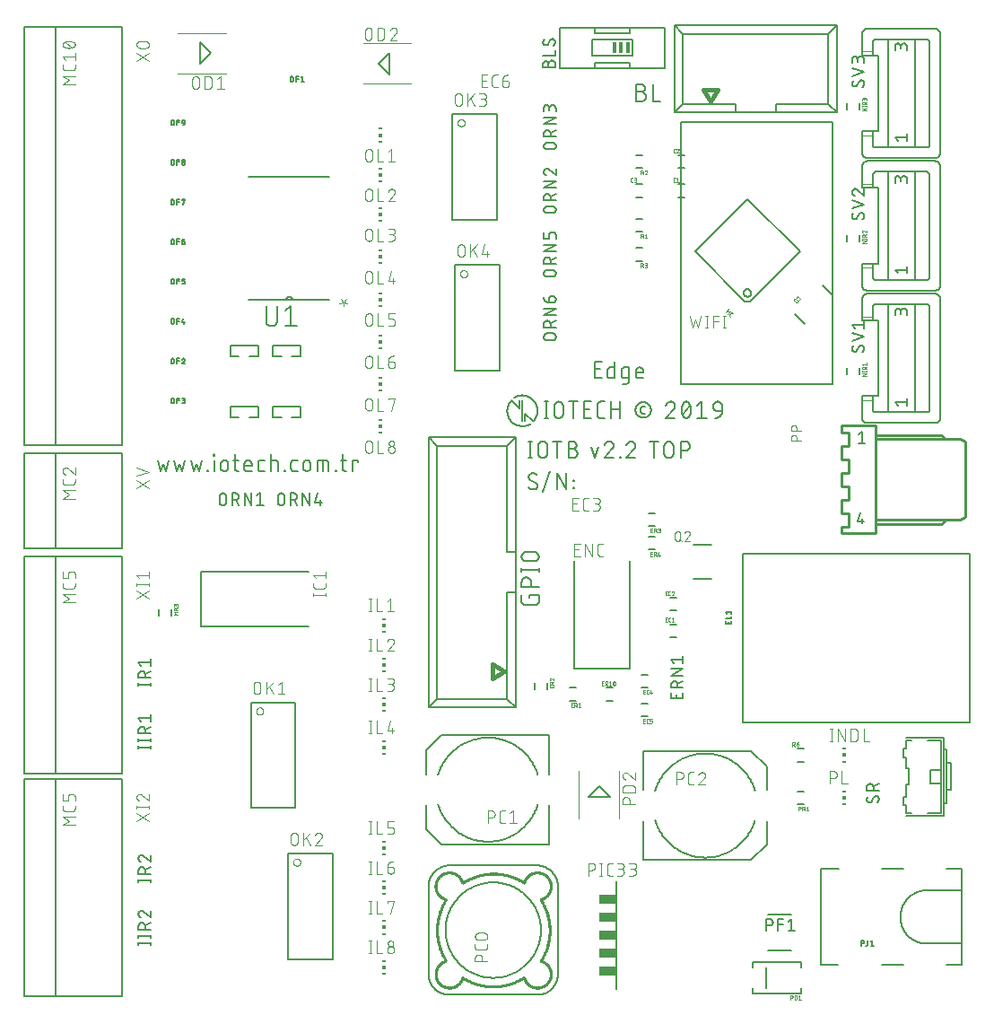
<source format=gbr>
G04 EAGLE Gerber RS-274X export*
G75*
%MOMM*%
%FSLAX34Y34*%
%LPD*%
%INSilkscreen Top*%
%IPPOS*%
%AMOC8*
5,1,8,0,0,1.08239X$1,22.5*%
G01*
%ADD10C,0.127000*%
%ADD11C,0.152400*%
%ADD12R,0.300000X0.150000*%
%ADD13R,0.300000X0.300000*%
%ADD14C,0.101600*%
%ADD15C,0.203200*%
%ADD16C,0.025400*%
%ADD17C,0.076200*%
%ADD18C,0.254000*%
%ADD19C,0.177800*%
%ADD20C,0.020319*%
%ADD21R,1.676400X0.965200*%
%ADD22C,0.050800*%
%ADD23C,0.406400*%
%ADD24R,0.381000X1.016000*%
%ADD25C,0.150000*%


D10*
X447357Y548629D02*
X447357Y533135D01*
X449078Y533135D02*
X445635Y533135D01*
X445635Y548629D02*
X449078Y548629D01*
X454945Y544325D02*
X454945Y537439D01*
X454945Y544325D02*
X454947Y544455D01*
X454953Y544585D01*
X454963Y544715D01*
X454976Y544844D01*
X454994Y544973D01*
X455015Y545101D01*
X455041Y545228D01*
X455070Y545355D01*
X455103Y545481D01*
X455140Y545605D01*
X455180Y545729D01*
X455225Y545851D01*
X455273Y545972D01*
X455324Y546091D01*
X455379Y546209D01*
X455438Y546325D01*
X455500Y546439D01*
X455566Y546552D01*
X455635Y546662D01*
X455707Y546770D01*
X455782Y546876D01*
X455861Y546979D01*
X455943Y547080D01*
X456027Y547179D01*
X456115Y547275D01*
X456206Y547368D01*
X456299Y547459D01*
X456395Y547547D01*
X456494Y547631D01*
X456595Y547713D01*
X456698Y547792D01*
X456804Y547867D01*
X456912Y547939D01*
X457022Y548008D01*
X457135Y548074D01*
X457249Y548136D01*
X457365Y548195D01*
X457483Y548250D01*
X457602Y548301D01*
X457723Y548349D01*
X457845Y548394D01*
X457969Y548434D01*
X458093Y548471D01*
X458219Y548504D01*
X458346Y548533D01*
X458473Y548559D01*
X458601Y548580D01*
X458730Y548598D01*
X458859Y548611D01*
X458989Y548621D01*
X459119Y548627D01*
X459249Y548629D01*
X459379Y548627D01*
X459509Y548621D01*
X459639Y548611D01*
X459768Y548598D01*
X459897Y548580D01*
X460025Y548559D01*
X460152Y548533D01*
X460279Y548504D01*
X460405Y548471D01*
X460529Y548434D01*
X460653Y548394D01*
X460775Y548349D01*
X460896Y548301D01*
X461015Y548250D01*
X461133Y548195D01*
X461249Y548136D01*
X461363Y548074D01*
X461476Y548008D01*
X461586Y547939D01*
X461694Y547867D01*
X461800Y547792D01*
X461903Y547713D01*
X462004Y547631D01*
X462103Y547547D01*
X462199Y547459D01*
X462292Y547368D01*
X462383Y547275D01*
X462471Y547179D01*
X462555Y547080D01*
X462637Y546979D01*
X462716Y546876D01*
X462791Y546770D01*
X462863Y546662D01*
X462932Y546552D01*
X462998Y546439D01*
X463060Y546325D01*
X463119Y546209D01*
X463174Y546091D01*
X463225Y545972D01*
X463273Y545851D01*
X463318Y545729D01*
X463358Y545605D01*
X463395Y545481D01*
X463428Y545355D01*
X463457Y545228D01*
X463483Y545101D01*
X463504Y544973D01*
X463522Y544844D01*
X463535Y544715D01*
X463545Y544585D01*
X463551Y544455D01*
X463553Y544325D01*
X463553Y537439D01*
X463551Y537309D01*
X463545Y537179D01*
X463535Y537049D01*
X463522Y536920D01*
X463504Y536791D01*
X463483Y536663D01*
X463457Y536536D01*
X463428Y536409D01*
X463395Y536283D01*
X463358Y536159D01*
X463318Y536035D01*
X463273Y535913D01*
X463225Y535792D01*
X463174Y535673D01*
X463119Y535555D01*
X463060Y535439D01*
X462998Y535325D01*
X462932Y535212D01*
X462863Y535102D01*
X462791Y534994D01*
X462716Y534888D01*
X462637Y534785D01*
X462555Y534684D01*
X462471Y534585D01*
X462383Y534489D01*
X462292Y534396D01*
X462199Y534305D01*
X462103Y534217D01*
X462004Y534133D01*
X461903Y534051D01*
X461800Y533972D01*
X461694Y533897D01*
X461586Y533825D01*
X461476Y533756D01*
X461363Y533690D01*
X461249Y533628D01*
X461133Y533569D01*
X461015Y533514D01*
X460896Y533463D01*
X460775Y533415D01*
X460653Y533370D01*
X460529Y533330D01*
X460405Y533293D01*
X460279Y533260D01*
X460152Y533231D01*
X460025Y533205D01*
X459897Y533184D01*
X459768Y533166D01*
X459639Y533153D01*
X459509Y533143D01*
X459379Y533137D01*
X459249Y533135D01*
X459119Y533137D01*
X458989Y533143D01*
X458859Y533153D01*
X458730Y533166D01*
X458601Y533184D01*
X458473Y533205D01*
X458346Y533231D01*
X458219Y533260D01*
X458093Y533293D01*
X457969Y533330D01*
X457845Y533370D01*
X457723Y533415D01*
X457602Y533463D01*
X457483Y533514D01*
X457365Y533569D01*
X457249Y533628D01*
X457135Y533690D01*
X457022Y533756D01*
X456912Y533825D01*
X456804Y533897D01*
X456698Y533972D01*
X456595Y534051D01*
X456494Y534133D01*
X456395Y534217D01*
X456299Y534305D01*
X456206Y534396D01*
X456115Y534489D01*
X456027Y534585D01*
X455943Y534684D01*
X455861Y534785D01*
X455782Y534888D01*
X455707Y534994D01*
X455635Y535102D01*
X455566Y535212D01*
X455500Y535325D01*
X455438Y535439D01*
X455379Y535555D01*
X455324Y535673D01*
X455273Y535792D01*
X455225Y535913D01*
X455180Y536035D01*
X455140Y536159D01*
X455103Y536283D01*
X455070Y536409D01*
X455041Y536536D01*
X455015Y536663D01*
X454994Y536791D01*
X454976Y536920D01*
X454963Y537049D01*
X454953Y537179D01*
X454947Y537309D01*
X454945Y537439D01*
X473124Y533135D02*
X473124Y548629D01*
X468820Y548629D02*
X477428Y548629D01*
X483387Y541743D02*
X487691Y541743D01*
X487821Y541741D01*
X487951Y541735D01*
X488081Y541725D01*
X488210Y541712D01*
X488339Y541694D01*
X488467Y541673D01*
X488594Y541647D01*
X488721Y541618D01*
X488847Y541585D01*
X488971Y541548D01*
X489095Y541508D01*
X489217Y541463D01*
X489338Y541415D01*
X489457Y541364D01*
X489575Y541309D01*
X489691Y541250D01*
X489805Y541188D01*
X489918Y541122D01*
X490028Y541053D01*
X490136Y540981D01*
X490242Y540906D01*
X490345Y540827D01*
X490446Y540745D01*
X490545Y540661D01*
X490641Y540573D01*
X490734Y540482D01*
X490825Y540389D01*
X490913Y540293D01*
X490997Y540194D01*
X491079Y540093D01*
X491158Y539990D01*
X491233Y539884D01*
X491305Y539776D01*
X491374Y539666D01*
X491440Y539553D01*
X491502Y539439D01*
X491561Y539323D01*
X491616Y539205D01*
X491667Y539086D01*
X491715Y538965D01*
X491760Y538843D01*
X491800Y538719D01*
X491837Y538595D01*
X491870Y538469D01*
X491899Y538342D01*
X491925Y538215D01*
X491946Y538087D01*
X491964Y537958D01*
X491977Y537829D01*
X491987Y537699D01*
X491993Y537569D01*
X491995Y537439D01*
X491993Y537309D01*
X491987Y537179D01*
X491977Y537049D01*
X491964Y536920D01*
X491946Y536791D01*
X491925Y536663D01*
X491899Y536536D01*
X491870Y536409D01*
X491837Y536283D01*
X491800Y536159D01*
X491760Y536035D01*
X491715Y535913D01*
X491667Y535792D01*
X491616Y535673D01*
X491561Y535555D01*
X491502Y535439D01*
X491440Y535325D01*
X491374Y535212D01*
X491305Y535102D01*
X491233Y534994D01*
X491158Y534888D01*
X491079Y534785D01*
X490997Y534684D01*
X490913Y534585D01*
X490825Y534489D01*
X490734Y534396D01*
X490641Y534305D01*
X490545Y534217D01*
X490446Y534133D01*
X490345Y534051D01*
X490242Y533972D01*
X490136Y533897D01*
X490028Y533825D01*
X489918Y533756D01*
X489805Y533690D01*
X489691Y533628D01*
X489575Y533569D01*
X489457Y533514D01*
X489338Y533463D01*
X489217Y533415D01*
X489095Y533370D01*
X488971Y533330D01*
X488847Y533293D01*
X488721Y533260D01*
X488594Y533231D01*
X488467Y533205D01*
X488339Y533184D01*
X488210Y533166D01*
X488081Y533153D01*
X487951Y533143D01*
X487821Y533137D01*
X487691Y533135D01*
X483387Y533135D01*
X483387Y548629D01*
X487691Y548629D01*
X487807Y548627D01*
X487923Y548621D01*
X488039Y548611D01*
X488155Y548598D01*
X488270Y548580D01*
X488384Y548559D01*
X488498Y548533D01*
X488610Y548504D01*
X488722Y548471D01*
X488832Y548434D01*
X488941Y548394D01*
X489049Y548350D01*
X489155Y548302D01*
X489259Y548251D01*
X489362Y548196D01*
X489463Y548138D01*
X489561Y548077D01*
X489658Y548012D01*
X489752Y547944D01*
X489844Y547873D01*
X489934Y547798D01*
X490021Y547721D01*
X490105Y547641D01*
X490186Y547558D01*
X490265Y547472D01*
X490341Y547384D01*
X490414Y547293D01*
X490483Y547200D01*
X490550Y547105D01*
X490613Y547007D01*
X490673Y546908D01*
X490729Y546806D01*
X490782Y546702D01*
X490832Y546597D01*
X490877Y546490D01*
X490920Y546382D01*
X490958Y546272D01*
X490993Y546161D01*
X491024Y546049D01*
X491051Y545936D01*
X491075Y545822D01*
X491094Y545707D01*
X491110Y545592D01*
X491122Y545476D01*
X491130Y545360D01*
X491134Y545244D01*
X491134Y545128D01*
X491130Y545012D01*
X491122Y544896D01*
X491110Y544780D01*
X491094Y544665D01*
X491075Y544550D01*
X491051Y544436D01*
X491024Y544323D01*
X490993Y544211D01*
X490958Y544100D01*
X490920Y543990D01*
X490877Y543882D01*
X490832Y543775D01*
X490782Y543670D01*
X490729Y543566D01*
X490673Y543465D01*
X490613Y543365D01*
X490550Y543267D01*
X490483Y543172D01*
X490414Y543079D01*
X490341Y542988D01*
X490265Y542900D01*
X490186Y542814D01*
X490105Y542731D01*
X490021Y542651D01*
X489934Y542574D01*
X489844Y542499D01*
X489752Y542428D01*
X489658Y542360D01*
X489561Y542295D01*
X489463Y542234D01*
X489362Y542176D01*
X489259Y542121D01*
X489155Y542070D01*
X489049Y542022D01*
X488941Y541978D01*
X488832Y541938D01*
X488722Y541901D01*
X488610Y541868D01*
X488498Y541839D01*
X488384Y541813D01*
X488270Y541792D01*
X488155Y541774D01*
X488039Y541761D01*
X487923Y541751D01*
X487807Y541745D01*
X487691Y541743D01*
X504863Y543464D02*
X508306Y533135D01*
X511749Y543464D01*
X522116Y548630D02*
X522238Y548628D01*
X522359Y548622D01*
X522481Y548613D01*
X522602Y548599D01*
X522722Y548582D01*
X522842Y548561D01*
X522961Y548537D01*
X523079Y548508D01*
X523197Y548476D01*
X523313Y548440D01*
X523428Y548401D01*
X523542Y548358D01*
X523655Y548311D01*
X523765Y548261D01*
X523875Y548208D01*
X523982Y548151D01*
X524088Y548091D01*
X524192Y548027D01*
X524294Y547960D01*
X524393Y547890D01*
X524490Y547817D01*
X524585Y547741D01*
X524678Y547662D01*
X524768Y547580D01*
X524855Y547495D01*
X524940Y547408D01*
X525022Y547318D01*
X525101Y547225D01*
X525177Y547130D01*
X525250Y547033D01*
X525320Y546934D01*
X525387Y546832D01*
X525451Y546728D01*
X525511Y546622D01*
X525568Y546515D01*
X525621Y546405D01*
X525671Y546295D01*
X525718Y546182D01*
X525761Y546068D01*
X525800Y545953D01*
X525836Y545837D01*
X525868Y545719D01*
X525897Y545601D01*
X525921Y545482D01*
X525942Y545362D01*
X525959Y545242D01*
X525973Y545121D01*
X525982Y544999D01*
X525988Y544878D01*
X525990Y544756D01*
X522116Y548629D02*
X521977Y548627D01*
X521838Y548621D01*
X521699Y548612D01*
X521561Y548598D01*
X521423Y548580D01*
X521286Y548559D01*
X521149Y548534D01*
X521013Y548505D01*
X520878Y548472D01*
X520743Y548436D01*
X520610Y548396D01*
X520478Y548352D01*
X520348Y548304D01*
X520218Y548253D01*
X520091Y548198D01*
X519964Y548140D01*
X519840Y548078D01*
X519717Y548013D01*
X519596Y547944D01*
X519477Y547872D01*
X519360Y547796D01*
X519246Y547718D01*
X519133Y547636D01*
X519023Y547551D01*
X518915Y547463D01*
X518810Y547372D01*
X518708Y547278D01*
X518608Y547182D01*
X518510Y547082D01*
X518416Y546980D01*
X518324Y546876D01*
X518236Y546768D01*
X518150Y546659D01*
X518068Y546547D01*
X517989Y546432D01*
X517913Y546316D01*
X517840Y546198D01*
X517770Y546077D01*
X517704Y545955D01*
X517642Y545830D01*
X517583Y545705D01*
X517527Y545577D01*
X517475Y545448D01*
X517427Y545318D01*
X517382Y545186D01*
X524699Y541743D02*
X524788Y541830D01*
X524874Y541920D01*
X524958Y542013D01*
X525039Y542108D01*
X525117Y542205D01*
X525192Y542305D01*
X525264Y542407D01*
X525333Y542511D01*
X525398Y542617D01*
X525461Y542725D01*
X525520Y542835D01*
X525576Y542947D01*
X525629Y543060D01*
X525678Y543174D01*
X525723Y543291D01*
X525766Y543408D01*
X525804Y543527D01*
X525839Y543646D01*
X525871Y543767D01*
X525899Y543889D01*
X525923Y544011D01*
X525943Y544134D01*
X525960Y544258D01*
X525973Y544382D01*
X525983Y544507D01*
X525988Y544631D01*
X525990Y544756D01*
X524698Y541743D02*
X517382Y533135D01*
X525989Y533135D01*
X531661Y533135D02*
X531661Y533996D01*
X532522Y533996D01*
X532522Y533135D01*
X531661Y533135D01*
X546802Y544756D02*
X546800Y544878D01*
X546794Y544999D01*
X546785Y545121D01*
X546771Y545242D01*
X546754Y545362D01*
X546733Y545482D01*
X546709Y545601D01*
X546680Y545719D01*
X546648Y545837D01*
X546612Y545953D01*
X546573Y546068D01*
X546530Y546182D01*
X546483Y546295D01*
X546433Y546405D01*
X546380Y546515D01*
X546323Y546622D01*
X546263Y546728D01*
X546199Y546832D01*
X546132Y546934D01*
X546062Y547033D01*
X545989Y547130D01*
X545913Y547225D01*
X545834Y547318D01*
X545752Y547408D01*
X545667Y547495D01*
X545580Y547580D01*
X545490Y547662D01*
X545397Y547741D01*
X545302Y547817D01*
X545205Y547890D01*
X545106Y547960D01*
X545004Y548027D01*
X544900Y548091D01*
X544794Y548151D01*
X544687Y548208D01*
X544577Y548261D01*
X544467Y548311D01*
X544354Y548358D01*
X544240Y548401D01*
X544125Y548440D01*
X544009Y548476D01*
X543891Y548508D01*
X543773Y548537D01*
X543654Y548561D01*
X543534Y548582D01*
X543414Y548599D01*
X543293Y548613D01*
X543171Y548622D01*
X543050Y548628D01*
X542928Y548630D01*
X542928Y548629D02*
X542789Y548627D01*
X542650Y548621D01*
X542511Y548612D01*
X542373Y548598D01*
X542235Y548580D01*
X542098Y548559D01*
X541961Y548534D01*
X541825Y548505D01*
X541690Y548472D01*
X541555Y548436D01*
X541422Y548396D01*
X541290Y548352D01*
X541160Y548304D01*
X541030Y548253D01*
X540903Y548198D01*
X540776Y548140D01*
X540652Y548078D01*
X540529Y548013D01*
X540408Y547944D01*
X540289Y547872D01*
X540172Y547796D01*
X540058Y547718D01*
X539945Y547636D01*
X539835Y547551D01*
X539727Y547463D01*
X539622Y547372D01*
X539520Y547278D01*
X539420Y547182D01*
X539322Y547082D01*
X539228Y546980D01*
X539136Y546876D01*
X539048Y546768D01*
X538962Y546659D01*
X538880Y546547D01*
X538801Y546432D01*
X538725Y546316D01*
X538652Y546198D01*
X538582Y546077D01*
X538516Y545955D01*
X538454Y545830D01*
X538395Y545705D01*
X538339Y545577D01*
X538287Y545448D01*
X538239Y545318D01*
X538194Y545186D01*
X545511Y541743D02*
X545600Y541830D01*
X545686Y541920D01*
X545770Y542013D01*
X545851Y542108D01*
X545929Y542205D01*
X546004Y542305D01*
X546076Y542407D01*
X546145Y542511D01*
X546210Y542617D01*
X546273Y542725D01*
X546332Y542835D01*
X546388Y542947D01*
X546441Y543060D01*
X546490Y543174D01*
X546535Y543291D01*
X546578Y543408D01*
X546616Y543527D01*
X546651Y543646D01*
X546683Y543767D01*
X546711Y543889D01*
X546735Y544011D01*
X546755Y544134D01*
X546772Y544258D01*
X546785Y544382D01*
X546795Y544507D01*
X546800Y544631D01*
X546802Y544756D01*
X545510Y541743D02*
X538194Y533135D01*
X546801Y533135D01*
X564301Y533135D02*
X564301Y548629D01*
X568604Y548629D02*
X559997Y548629D01*
X573871Y544325D02*
X573871Y537439D01*
X573871Y544325D02*
X573873Y544455D01*
X573879Y544585D01*
X573889Y544715D01*
X573902Y544844D01*
X573920Y544973D01*
X573941Y545101D01*
X573967Y545228D01*
X573996Y545355D01*
X574029Y545481D01*
X574066Y545605D01*
X574106Y545729D01*
X574151Y545851D01*
X574199Y545972D01*
X574250Y546091D01*
X574305Y546209D01*
X574364Y546325D01*
X574426Y546439D01*
X574492Y546552D01*
X574561Y546662D01*
X574633Y546770D01*
X574708Y546876D01*
X574787Y546979D01*
X574869Y547080D01*
X574953Y547179D01*
X575041Y547275D01*
X575132Y547368D01*
X575225Y547459D01*
X575321Y547547D01*
X575420Y547631D01*
X575521Y547713D01*
X575624Y547792D01*
X575730Y547867D01*
X575838Y547939D01*
X575948Y548008D01*
X576061Y548074D01*
X576175Y548136D01*
X576291Y548195D01*
X576409Y548250D01*
X576528Y548301D01*
X576649Y548349D01*
X576771Y548394D01*
X576895Y548434D01*
X577019Y548471D01*
X577145Y548504D01*
X577272Y548533D01*
X577399Y548559D01*
X577527Y548580D01*
X577656Y548598D01*
X577785Y548611D01*
X577915Y548621D01*
X578045Y548627D01*
X578175Y548629D01*
X578305Y548627D01*
X578435Y548621D01*
X578565Y548611D01*
X578694Y548598D01*
X578823Y548580D01*
X578951Y548559D01*
X579078Y548533D01*
X579205Y548504D01*
X579331Y548471D01*
X579455Y548434D01*
X579579Y548394D01*
X579701Y548349D01*
X579822Y548301D01*
X579941Y548250D01*
X580059Y548195D01*
X580175Y548136D01*
X580289Y548074D01*
X580402Y548008D01*
X580512Y547939D01*
X580620Y547867D01*
X580726Y547792D01*
X580829Y547713D01*
X580930Y547631D01*
X581029Y547547D01*
X581125Y547459D01*
X581218Y547368D01*
X581309Y547275D01*
X581397Y547179D01*
X581481Y547080D01*
X581563Y546979D01*
X581642Y546876D01*
X581717Y546770D01*
X581789Y546662D01*
X581858Y546552D01*
X581924Y546439D01*
X581986Y546325D01*
X582045Y546209D01*
X582100Y546091D01*
X582151Y545972D01*
X582199Y545851D01*
X582244Y545729D01*
X582284Y545605D01*
X582321Y545481D01*
X582354Y545355D01*
X582383Y545228D01*
X582409Y545101D01*
X582430Y544973D01*
X582448Y544844D01*
X582461Y544715D01*
X582471Y544585D01*
X582477Y544455D01*
X582479Y544325D01*
X582479Y537439D01*
X582477Y537309D01*
X582471Y537179D01*
X582461Y537049D01*
X582448Y536920D01*
X582430Y536791D01*
X582409Y536663D01*
X582383Y536536D01*
X582354Y536409D01*
X582321Y536283D01*
X582284Y536159D01*
X582244Y536035D01*
X582199Y535913D01*
X582151Y535792D01*
X582100Y535673D01*
X582045Y535555D01*
X581986Y535439D01*
X581924Y535325D01*
X581858Y535212D01*
X581789Y535102D01*
X581717Y534994D01*
X581642Y534888D01*
X581563Y534785D01*
X581481Y534684D01*
X581397Y534585D01*
X581309Y534489D01*
X581218Y534396D01*
X581125Y534305D01*
X581029Y534217D01*
X580930Y534133D01*
X580829Y534051D01*
X580726Y533972D01*
X580620Y533897D01*
X580512Y533825D01*
X580402Y533756D01*
X580289Y533690D01*
X580175Y533628D01*
X580059Y533569D01*
X579941Y533514D01*
X579822Y533463D01*
X579701Y533415D01*
X579579Y533370D01*
X579455Y533330D01*
X579331Y533293D01*
X579205Y533260D01*
X579078Y533231D01*
X578951Y533205D01*
X578823Y533184D01*
X578694Y533166D01*
X578565Y533153D01*
X578435Y533143D01*
X578305Y533137D01*
X578175Y533135D01*
X578045Y533137D01*
X577915Y533143D01*
X577785Y533153D01*
X577656Y533166D01*
X577527Y533184D01*
X577399Y533205D01*
X577272Y533231D01*
X577145Y533260D01*
X577019Y533293D01*
X576895Y533330D01*
X576771Y533370D01*
X576649Y533415D01*
X576528Y533463D01*
X576409Y533514D01*
X576291Y533569D01*
X576175Y533628D01*
X576061Y533690D01*
X575948Y533756D01*
X575838Y533825D01*
X575730Y533897D01*
X575624Y533972D01*
X575521Y534051D01*
X575420Y534133D01*
X575321Y534217D01*
X575225Y534305D01*
X575132Y534396D01*
X575041Y534489D01*
X574953Y534585D01*
X574869Y534684D01*
X574787Y534785D01*
X574708Y534888D01*
X574633Y534994D01*
X574561Y535102D01*
X574492Y535212D01*
X574426Y535325D01*
X574364Y535439D01*
X574305Y535555D01*
X574250Y535673D01*
X574199Y535792D01*
X574151Y535913D01*
X574106Y536035D01*
X574066Y536159D01*
X574029Y536283D01*
X573996Y536409D01*
X573967Y536536D01*
X573941Y536663D01*
X573920Y536791D01*
X573902Y536920D01*
X573889Y537049D01*
X573879Y537179D01*
X573873Y537309D01*
X573871Y537439D01*
X589430Y533135D02*
X589430Y548629D01*
X593733Y548629D01*
X593863Y548627D01*
X593993Y548621D01*
X594123Y548611D01*
X594252Y548598D01*
X594381Y548580D01*
X594509Y548559D01*
X594636Y548533D01*
X594763Y548504D01*
X594889Y548471D01*
X595013Y548434D01*
X595137Y548394D01*
X595259Y548349D01*
X595380Y548301D01*
X595499Y548250D01*
X595617Y548195D01*
X595733Y548136D01*
X595847Y548074D01*
X595960Y548008D01*
X596070Y547939D01*
X596178Y547867D01*
X596284Y547792D01*
X596387Y547713D01*
X596488Y547631D01*
X596587Y547547D01*
X596683Y547459D01*
X596776Y547368D01*
X596867Y547275D01*
X596955Y547179D01*
X597039Y547080D01*
X597121Y546979D01*
X597200Y546876D01*
X597275Y546770D01*
X597347Y546662D01*
X597416Y546552D01*
X597482Y546439D01*
X597544Y546325D01*
X597603Y546209D01*
X597658Y546091D01*
X597709Y545972D01*
X597757Y545851D01*
X597802Y545729D01*
X597842Y545605D01*
X597879Y545481D01*
X597912Y545355D01*
X597941Y545228D01*
X597967Y545101D01*
X597988Y544973D01*
X598006Y544844D01*
X598019Y544715D01*
X598029Y544585D01*
X598035Y544455D01*
X598037Y544325D01*
X598035Y544195D01*
X598029Y544065D01*
X598019Y543935D01*
X598006Y543806D01*
X597988Y543677D01*
X597967Y543549D01*
X597941Y543422D01*
X597912Y543295D01*
X597879Y543169D01*
X597842Y543045D01*
X597802Y542921D01*
X597757Y542799D01*
X597709Y542678D01*
X597658Y542559D01*
X597603Y542441D01*
X597544Y542325D01*
X597482Y542211D01*
X597416Y542098D01*
X597347Y541988D01*
X597275Y541880D01*
X597200Y541774D01*
X597121Y541671D01*
X597039Y541570D01*
X596955Y541471D01*
X596867Y541375D01*
X596776Y541282D01*
X596683Y541191D01*
X596587Y541103D01*
X596488Y541019D01*
X596387Y540937D01*
X596284Y540858D01*
X596178Y540783D01*
X596070Y540711D01*
X595960Y540642D01*
X595847Y540576D01*
X595733Y540514D01*
X595617Y540455D01*
X595499Y540400D01*
X595380Y540349D01*
X595259Y540301D01*
X595137Y540256D01*
X595013Y540216D01*
X594889Y540179D01*
X594763Y540146D01*
X594636Y540117D01*
X594509Y540091D01*
X594381Y540070D01*
X594252Y540052D01*
X594123Y540039D01*
X593993Y540029D01*
X593863Y540023D01*
X593733Y540021D01*
X589430Y540021D01*
X462357Y570635D02*
X462357Y586129D01*
X460635Y570635D02*
X464078Y570635D01*
X464078Y586129D02*
X460635Y586129D01*
X469945Y581825D02*
X469945Y574939D01*
X469945Y581825D02*
X469947Y581955D01*
X469953Y582085D01*
X469963Y582215D01*
X469976Y582344D01*
X469994Y582473D01*
X470015Y582601D01*
X470041Y582728D01*
X470070Y582855D01*
X470103Y582981D01*
X470140Y583105D01*
X470180Y583229D01*
X470225Y583351D01*
X470273Y583472D01*
X470324Y583591D01*
X470379Y583709D01*
X470438Y583825D01*
X470500Y583939D01*
X470566Y584052D01*
X470635Y584162D01*
X470707Y584270D01*
X470782Y584376D01*
X470861Y584479D01*
X470943Y584580D01*
X471027Y584679D01*
X471115Y584775D01*
X471206Y584868D01*
X471299Y584959D01*
X471395Y585047D01*
X471494Y585131D01*
X471595Y585213D01*
X471698Y585292D01*
X471804Y585367D01*
X471912Y585439D01*
X472022Y585508D01*
X472135Y585574D01*
X472249Y585636D01*
X472365Y585695D01*
X472483Y585750D01*
X472602Y585801D01*
X472723Y585849D01*
X472845Y585894D01*
X472969Y585934D01*
X473093Y585971D01*
X473219Y586004D01*
X473346Y586033D01*
X473473Y586059D01*
X473601Y586080D01*
X473730Y586098D01*
X473859Y586111D01*
X473989Y586121D01*
X474119Y586127D01*
X474249Y586129D01*
X474379Y586127D01*
X474509Y586121D01*
X474639Y586111D01*
X474768Y586098D01*
X474897Y586080D01*
X475025Y586059D01*
X475152Y586033D01*
X475279Y586004D01*
X475405Y585971D01*
X475529Y585934D01*
X475653Y585894D01*
X475775Y585849D01*
X475896Y585801D01*
X476015Y585750D01*
X476133Y585695D01*
X476249Y585636D01*
X476363Y585574D01*
X476476Y585508D01*
X476586Y585439D01*
X476694Y585367D01*
X476800Y585292D01*
X476903Y585213D01*
X477004Y585131D01*
X477103Y585047D01*
X477199Y584959D01*
X477292Y584868D01*
X477383Y584775D01*
X477471Y584679D01*
X477555Y584580D01*
X477637Y584479D01*
X477716Y584376D01*
X477791Y584270D01*
X477863Y584162D01*
X477932Y584052D01*
X477998Y583939D01*
X478060Y583825D01*
X478119Y583709D01*
X478174Y583591D01*
X478225Y583472D01*
X478273Y583351D01*
X478318Y583229D01*
X478358Y583105D01*
X478395Y582981D01*
X478428Y582855D01*
X478457Y582728D01*
X478483Y582601D01*
X478504Y582473D01*
X478522Y582344D01*
X478535Y582215D01*
X478545Y582085D01*
X478551Y581955D01*
X478553Y581825D01*
X478553Y574939D01*
X478551Y574809D01*
X478545Y574679D01*
X478535Y574549D01*
X478522Y574420D01*
X478504Y574291D01*
X478483Y574163D01*
X478457Y574036D01*
X478428Y573909D01*
X478395Y573783D01*
X478358Y573659D01*
X478318Y573535D01*
X478273Y573413D01*
X478225Y573292D01*
X478174Y573173D01*
X478119Y573055D01*
X478060Y572939D01*
X477998Y572825D01*
X477932Y572712D01*
X477863Y572602D01*
X477791Y572494D01*
X477716Y572388D01*
X477637Y572285D01*
X477555Y572184D01*
X477471Y572085D01*
X477383Y571989D01*
X477292Y571896D01*
X477199Y571805D01*
X477103Y571717D01*
X477004Y571633D01*
X476903Y571551D01*
X476800Y571472D01*
X476694Y571397D01*
X476586Y571325D01*
X476476Y571256D01*
X476363Y571190D01*
X476249Y571128D01*
X476133Y571069D01*
X476015Y571014D01*
X475896Y570963D01*
X475775Y570915D01*
X475653Y570870D01*
X475529Y570830D01*
X475405Y570793D01*
X475279Y570760D01*
X475152Y570731D01*
X475025Y570705D01*
X474897Y570684D01*
X474768Y570666D01*
X474639Y570653D01*
X474509Y570643D01*
X474379Y570637D01*
X474249Y570635D01*
X474119Y570637D01*
X473989Y570643D01*
X473859Y570653D01*
X473730Y570666D01*
X473601Y570684D01*
X473473Y570705D01*
X473346Y570731D01*
X473219Y570760D01*
X473093Y570793D01*
X472969Y570830D01*
X472845Y570870D01*
X472723Y570915D01*
X472602Y570963D01*
X472483Y571014D01*
X472365Y571069D01*
X472249Y571128D01*
X472135Y571190D01*
X472022Y571256D01*
X471912Y571325D01*
X471804Y571397D01*
X471698Y571472D01*
X471595Y571551D01*
X471494Y571633D01*
X471395Y571717D01*
X471299Y571805D01*
X471206Y571896D01*
X471115Y571989D01*
X471027Y572085D01*
X470943Y572184D01*
X470861Y572285D01*
X470782Y572388D01*
X470707Y572494D01*
X470635Y572602D01*
X470566Y572712D01*
X470500Y572825D01*
X470438Y572939D01*
X470379Y573055D01*
X470324Y573173D01*
X470273Y573292D01*
X470225Y573413D01*
X470180Y573535D01*
X470140Y573659D01*
X470103Y573783D01*
X470070Y573909D01*
X470041Y574036D01*
X470015Y574163D01*
X469994Y574291D01*
X469976Y574420D01*
X469963Y574549D01*
X469953Y574679D01*
X469947Y574809D01*
X469945Y574939D01*
X488124Y570635D02*
X488124Y586129D01*
X483820Y586129D02*
X492428Y586129D01*
X498218Y570635D02*
X505104Y570635D01*
X498218Y570635D02*
X498218Y586129D01*
X505104Y586129D01*
X503382Y579243D02*
X498218Y579243D01*
X513984Y570635D02*
X517427Y570635D01*
X513984Y570635D02*
X513869Y570637D01*
X513754Y570643D01*
X513639Y570652D01*
X513525Y570666D01*
X513411Y570683D01*
X513298Y570704D01*
X513186Y570729D01*
X513074Y570757D01*
X512964Y570790D01*
X512855Y570826D01*
X512747Y570865D01*
X512640Y570908D01*
X512535Y570955D01*
X512431Y571005D01*
X512329Y571059D01*
X512229Y571116D01*
X512131Y571176D01*
X512035Y571239D01*
X511942Y571306D01*
X511850Y571376D01*
X511761Y571449D01*
X511674Y571524D01*
X511590Y571603D01*
X511509Y571684D01*
X511430Y571768D01*
X511355Y571855D01*
X511282Y571944D01*
X511212Y572036D01*
X511145Y572129D01*
X511082Y572225D01*
X511022Y572323D01*
X510965Y572423D01*
X510911Y572525D01*
X510861Y572629D01*
X510814Y572734D01*
X510771Y572841D01*
X510732Y572949D01*
X510696Y573058D01*
X510663Y573168D01*
X510635Y573280D01*
X510610Y573392D01*
X510589Y573505D01*
X510572Y573619D01*
X510558Y573733D01*
X510549Y573848D01*
X510543Y573963D01*
X510541Y574078D01*
X510541Y582686D01*
X510543Y582801D01*
X510549Y582916D01*
X510558Y583031D01*
X510572Y583145D01*
X510589Y583259D01*
X510610Y583372D01*
X510635Y583484D01*
X510663Y583596D01*
X510696Y583706D01*
X510732Y583815D01*
X510771Y583923D01*
X510814Y584030D01*
X510861Y584135D01*
X510911Y584239D01*
X510965Y584341D01*
X511022Y584441D01*
X511082Y584539D01*
X511145Y584635D01*
X511212Y584728D01*
X511282Y584820D01*
X511355Y584909D01*
X511430Y584996D01*
X511509Y585080D01*
X511590Y585161D01*
X511674Y585239D01*
X511761Y585315D01*
X511850Y585388D01*
X511942Y585458D01*
X512035Y585525D01*
X512131Y585588D01*
X512229Y585648D01*
X512329Y585705D01*
X512431Y585759D01*
X512535Y585809D01*
X512640Y585856D01*
X512747Y585899D01*
X512855Y585938D01*
X512964Y585974D01*
X513074Y586007D01*
X513186Y586035D01*
X513298Y586060D01*
X513411Y586081D01*
X513525Y586098D01*
X513639Y586112D01*
X513754Y586121D01*
X513869Y586127D01*
X513984Y586129D01*
X517427Y586129D01*
X523462Y586129D02*
X523462Y570635D01*
X523462Y579243D02*
X532070Y579243D01*
X532070Y586129D02*
X532070Y570635D01*
X546712Y578382D02*
X546714Y578560D01*
X546721Y578738D01*
X546732Y578916D01*
X546747Y579094D01*
X546766Y579271D01*
X546790Y579447D01*
X546818Y579623D01*
X546850Y579799D01*
X546887Y579973D01*
X546928Y580146D01*
X546973Y580319D01*
X547022Y580490D01*
X547076Y580660D01*
X547133Y580829D01*
X547195Y580996D01*
X547260Y581162D01*
X547330Y581325D01*
X547404Y581488D01*
X547481Y581648D01*
X547563Y581807D01*
X547648Y581963D01*
X547737Y582117D01*
X547830Y582269D01*
X547927Y582419D01*
X548027Y582567D01*
X548130Y582712D01*
X548238Y582854D01*
X548348Y582994D01*
X548462Y583131D01*
X548580Y583265D01*
X548700Y583396D01*
X548824Y583524D01*
X548950Y583650D01*
X549080Y583772D01*
X549213Y583891D01*
X549349Y584006D01*
X549487Y584118D01*
X549628Y584227D01*
X549772Y584333D01*
X549918Y584435D01*
X550066Y584533D01*
X550217Y584628D01*
X550371Y584719D01*
X550526Y584806D01*
X550683Y584889D01*
X550843Y584969D01*
X551004Y585044D01*
X551167Y585116D01*
X551332Y585184D01*
X551499Y585248D01*
X551666Y585307D01*
X551836Y585363D01*
X552006Y585414D01*
X552178Y585461D01*
X552351Y585504D01*
X552525Y585543D01*
X552700Y585577D01*
X552876Y585608D01*
X553052Y585633D01*
X553229Y585655D01*
X553406Y585672D01*
X553584Y585685D01*
X553762Y585694D01*
X553940Y585698D01*
X554118Y585698D01*
X554296Y585694D01*
X554474Y585685D01*
X554652Y585672D01*
X554829Y585655D01*
X555006Y585633D01*
X555182Y585608D01*
X555358Y585577D01*
X555533Y585543D01*
X555707Y585504D01*
X555880Y585461D01*
X556052Y585414D01*
X556222Y585363D01*
X556392Y585307D01*
X556559Y585248D01*
X556726Y585184D01*
X556891Y585116D01*
X557054Y585044D01*
X557215Y584969D01*
X557375Y584889D01*
X557532Y584806D01*
X557688Y584719D01*
X557841Y584628D01*
X557992Y584533D01*
X558140Y584435D01*
X558286Y584333D01*
X558430Y584227D01*
X558571Y584118D01*
X558709Y584006D01*
X558845Y583891D01*
X558978Y583772D01*
X559108Y583650D01*
X559234Y583524D01*
X559358Y583396D01*
X559478Y583265D01*
X559596Y583131D01*
X559710Y582994D01*
X559820Y582854D01*
X559928Y582712D01*
X560031Y582567D01*
X560131Y582419D01*
X560228Y582269D01*
X560321Y582117D01*
X560410Y581963D01*
X560495Y581807D01*
X560577Y581648D01*
X560654Y581488D01*
X560728Y581325D01*
X560798Y581162D01*
X560863Y580996D01*
X560925Y580829D01*
X560982Y580660D01*
X561036Y580490D01*
X561085Y580319D01*
X561130Y580146D01*
X561171Y579973D01*
X561208Y579799D01*
X561240Y579623D01*
X561268Y579447D01*
X561292Y579271D01*
X561311Y579094D01*
X561326Y578916D01*
X561337Y578738D01*
X561344Y578560D01*
X561346Y578382D01*
X561344Y578204D01*
X561337Y578026D01*
X561326Y577848D01*
X561311Y577670D01*
X561292Y577493D01*
X561268Y577317D01*
X561240Y577141D01*
X561208Y576965D01*
X561171Y576791D01*
X561130Y576618D01*
X561085Y576445D01*
X561036Y576274D01*
X560982Y576104D01*
X560925Y575935D01*
X560863Y575768D01*
X560798Y575602D01*
X560728Y575439D01*
X560654Y575276D01*
X560577Y575116D01*
X560495Y574957D01*
X560410Y574801D01*
X560321Y574647D01*
X560228Y574495D01*
X560131Y574345D01*
X560031Y574197D01*
X559928Y574052D01*
X559820Y573910D01*
X559710Y573770D01*
X559596Y573633D01*
X559478Y573499D01*
X559358Y573368D01*
X559234Y573240D01*
X559108Y573114D01*
X558978Y572992D01*
X558845Y572873D01*
X558709Y572758D01*
X558571Y572646D01*
X558430Y572537D01*
X558286Y572431D01*
X558140Y572329D01*
X557992Y572231D01*
X557841Y572136D01*
X557688Y572045D01*
X557532Y571958D01*
X557375Y571875D01*
X557215Y571795D01*
X557054Y571720D01*
X556891Y571648D01*
X556726Y571580D01*
X556559Y571516D01*
X556392Y571457D01*
X556222Y571401D01*
X556052Y571350D01*
X555880Y571303D01*
X555707Y571260D01*
X555533Y571221D01*
X555358Y571187D01*
X555182Y571156D01*
X555006Y571131D01*
X554829Y571109D01*
X554652Y571092D01*
X554474Y571079D01*
X554296Y571070D01*
X554118Y571066D01*
X553940Y571066D01*
X553762Y571070D01*
X553584Y571079D01*
X553406Y571092D01*
X553229Y571109D01*
X553052Y571131D01*
X552876Y571156D01*
X552700Y571187D01*
X552525Y571221D01*
X552351Y571260D01*
X552178Y571303D01*
X552006Y571350D01*
X551836Y571401D01*
X551666Y571457D01*
X551499Y571516D01*
X551332Y571580D01*
X551167Y571648D01*
X551004Y571720D01*
X550843Y571795D01*
X550683Y571875D01*
X550526Y571958D01*
X550371Y572045D01*
X550217Y572136D01*
X550066Y572231D01*
X549918Y572329D01*
X549772Y572431D01*
X549628Y572537D01*
X549487Y572646D01*
X549349Y572758D01*
X549213Y572873D01*
X549080Y572992D01*
X548950Y573114D01*
X548824Y573240D01*
X548700Y573368D01*
X548580Y573499D01*
X548462Y573633D01*
X548348Y573770D01*
X548238Y573910D01*
X548130Y574052D01*
X548027Y574197D01*
X547927Y574345D01*
X547830Y574495D01*
X547737Y574647D01*
X547648Y574801D01*
X547563Y574957D01*
X547481Y575116D01*
X547404Y575276D01*
X547330Y575439D01*
X547260Y575602D01*
X547195Y575768D01*
X547133Y575935D01*
X547076Y576104D01*
X547022Y576274D01*
X546973Y576445D01*
X546928Y576618D01*
X546887Y576791D01*
X546850Y576965D01*
X546818Y577141D01*
X546790Y577317D01*
X546766Y577493D01*
X546747Y577670D01*
X546732Y577848D01*
X546721Y578026D01*
X546714Y578204D01*
X546712Y578382D01*
X553598Y574939D02*
X555750Y574939D01*
X553598Y574938D02*
X553516Y574940D01*
X553434Y574946D01*
X553353Y574956D01*
X553272Y574969D01*
X553192Y574987D01*
X553113Y575008D01*
X553035Y575033D01*
X552958Y575061D01*
X552883Y575094D01*
X552809Y575129D01*
X552737Y575169D01*
X552667Y575211D01*
X552599Y575257D01*
X552534Y575306D01*
X552470Y575359D01*
X552410Y575414D01*
X552352Y575472D01*
X552297Y575532D01*
X552244Y575596D01*
X552195Y575661D01*
X552149Y575729D01*
X552107Y575799D01*
X552067Y575871D01*
X552032Y575945D01*
X551999Y576020D01*
X551971Y576097D01*
X551946Y576175D01*
X551925Y576254D01*
X551907Y576334D01*
X551894Y576415D01*
X551884Y576496D01*
X551878Y576578D01*
X551876Y576660D01*
X551877Y576660D02*
X551877Y580104D01*
X551876Y580104D02*
X551878Y580186D01*
X551884Y580268D01*
X551894Y580349D01*
X551907Y580430D01*
X551925Y580510D01*
X551946Y580589D01*
X551971Y580667D01*
X551999Y580744D01*
X552032Y580819D01*
X552067Y580893D01*
X552107Y580965D01*
X552149Y581035D01*
X552195Y581103D01*
X552244Y581168D01*
X552297Y581232D01*
X552352Y581292D01*
X552410Y581350D01*
X552470Y581405D01*
X552534Y581458D01*
X552599Y581507D01*
X552667Y581553D01*
X552737Y581595D01*
X552809Y581635D01*
X552883Y581670D01*
X552958Y581703D01*
X553035Y581731D01*
X553113Y581756D01*
X553192Y581777D01*
X553272Y581795D01*
X553353Y581808D01*
X553434Y581818D01*
X553516Y581824D01*
X553598Y581826D01*
X553598Y581825D02*
X555750Y581825D01*
X580227Y586130D02*
X580349Y586128D01*
X580470Y586122D01*
X580592Y586113D01*
X580713Y586099D01*
X580833Y586082D01*
X580953Y586061D01*
X581072Y586037D01*
X581190Y586008D01*
X581308Y585976D01*
X581424Y585940D01*
X581539Y585901D01*
X581653Y585858D01*
X581766Y585811D01*
X581876Y585761D01*
X581986Y585708D01*
X582093Y585651D01*
X582199Y585591D01*
X582303Y585527D01*
X582405Y585460D01*
X582504Y585390D01*
X582601Y585317D01*
X582696Y585241D01*
X582789Y585162D01*
X582879Y585080D01*
X582966Y584995D01*
X583051Y584908D01*
X583133Y584818D01*
X583212Y584725D01*
X583288Y584630D01*
X583361Y584533D01*
X583431Y584434D01*
X583498Y584332D01*
X583562Y584228D01*
X583622Y584122D01*
X583679Y584015D01*
X583732Y583905D01*
X583782Y583795D01*
X583829Y583682D01*
X583872Y583568D01*
X583911Y583453D01*
X583947Y583337D01*
X583979Y583219D01*
X584008Y583101D01*
X584032Y582982D01*
X584053Y582862D01*
X584070Y582742D01*
X584084Y582621D01*
X584093Y582499D01*
X584099Y582378D01*
X584101Y582256D01*
X580227Y586129D02*
X580088Y586127D01*
X579949Y586121D01*
X579810Y586112D01*
X579672Y586098D01*
X579534Y586080D01*
X579397Y586059D01*
X579260Y586034D01*
X579124Y586005D01*
X578989Y585972D01*
X578854Y585936D01*
X578721Y585896D01*
X578589Y585852D01*
X578459Y585804D01*
X578329Y585753D01*
X578202Y585698D01*
X578075Y585640D01*
X577951Y585578D01*
X577828Y585513D01*
X577707Y585444D01*
X577588Y585372D01*
X577471Y585296D01*
X577357Y585218D01*
X577244Y585136D01*
X577134Y585051D01*
X577026Y584963D01*
X576921Y584872D01*
X576819Y584778D01*
X576719Y584682D01*
X576621Y584582D01*
X576527Y584480D01*
X576435Y584376D01*
X576347Y584268D01*
X576261Y584159D01*
X576179Y584047D01*
X576100Y583932D01*
X576024Y583816D01*
X575951Y583698D01*
X575881Y583577D01*
X575815Y583455D01*
X575753Y583330D01*
X575694Y583205D01*
X575638Y583077D01*
X575586Y582948D01*
X575538Y582818D01*
X575493Y582686D01*
X582810Y579243D02*
X582899Y579330D01*
X582985Y579420D01*
X583069Y579513D01*
X583150Y579608D01*
X583228Y579705D01*
X583303Y579805D01*
X583375Y579907D01*
X583444Y580011D01*
X583509Y580117D01*
X583572Y580225D01*
X583631Y580335D01*
X583687Y580447D01*
X583740Y580560D01*
X583789Y580674D01*
X583834Y580791D01*
X583877Y580908D01*
X583915Y581027D01*
X583950Y581146D01*
X583982Y581267D01*
X584010Y581389D01*
X584034Y581511D01*
X584054Y581634D01*
X584071Y581758D01*
X584084Y581882D01*
X584094Y582007D01*
X584099Y582131D01*
X584101Y582256D01*
X582809Y579243D02*
X575492Y570635D01*
X584100Y570635D01*
X590358Y578382D02*
X590362Y578687D01*
X590373Y578991D01*
X590391Y579296D01*
X590416Y579599D01*
X590449Y579902D01*
X590489Y580205D01*
X590536Y580506D01*
X590590Y580806D01*
X590652Y581104D01*
X590720Y581401D01*
X590796Y581697D01*
X590878Y581990D01*
X590968Y582281D01*
X591065Y582570D01*
X591168Y582857D01*
X591278Y583141D01*
X591395Y583423D01*
X591519Y583701D01*
X591649Y583977D01*
X591687Y584080D01*
X591727Y584182D01*
X591772Y584282D01*
X591820Y584381D01*
X591871Y584478D01*
X591925Y584573D01*
X591983Y584667D01*
X592044Y584758D01*
X592108Y584847D01*
X592175Y584934D01*
X592245Y585018D01*
X592318Y585101D01*
X592394Y585180D01*
X592472Y585257D01*
X592553Y585331D01*
X592637Y585402D01*
X592723Y585470D01*
X592811Y585536D01*
X592901Y585598D01*
X592994Y585657D01*
X593088Y585713D01*
X593184Y585766D01*
X593282Y585815D01*
X593382Y585861D01*
X593483Y585903D01*
X593586Y585942D01*
X593690Y585977D01*
X593795Y586009D01*
X593901Y586037D01*
X594008Y586061D01*
X594116Y586082D01*
X594224Y586099D01*
X594333Y586112D01*
X594443Y586121D01*
X594552Y586127D01*
X594662Y586129D01*
X594772Y586127D01*
X594881Y586121D01*
X594991Y586112D01*
X595100Y586099D01*
X595208Y586082D01*
X595316Y586061D01*
X595423Y586037D01*
X595529Y586009D01*
X595634Y585977D01*
X595738Y585942D01*
X595841Y585903D01*
X595942Y585861D01*
X596042Y585815D01*
X596140Y585766D01*
X596236Y585713D01*
X596330Y585657D01*
X596423Y585598D01*
X596513Y585536D01*
X596601Y585470D01*
X596687Y585402D01*
X596771Y585331D01*
X596852Y585257D01*
X596930Y585180D01*
X597006Y585100D01*
X597079Y585018D01*
X597149Y584934D01*
X597216Y584847D01*
X597280Y584758D01*
X597341Y584667D01*
X597399Y584573D01*
X597453Y584478D01*
X597504Y584381D01*
X597552Y584282D01*
X597597Y584182D01*
X597637Y584080D01*
X597675Y583977D01*
X597805Y583701D01*
X597929Y583423D01*
X598046Y583141D01*
X598156Y582857D01*
X598259Y582570D01*
X598356Y582281D01*
X598446Y581990D01*
X598528Y581697D01*
X598604Y581401D01*
X598672Y581104D01*
X598734Y580806D01*
X598788Y580506D01*
X598835Y580205D01*
X598875Y579902D01*
X598908Y579599D01*
X598933Y579296D01*
X598951Y578991D01*
X598962Y578687D01*
X598966Y578382D01*
X590358Y578382D02*
X590362Y578077D01*
X590373Y577773D01*
X590391Y577468D01*
X590416Y577165D01*
X590449Y576862D01*
X590489Y576559D01*
X590536Y576258D01*
X590590Y575958D01*
X590652Y575660D01*
X590720Y575363D01*
X590796Y575067D01*
X590878Y574774D01*
X590968Y574483D01*
X591065Y574194D01*
X591168Y573907D01*
X591278Y573623D01*
X591395Y573341D01*
X591519Y573063D01*
X591649Y572787D01*
X591687Y572684D01*
X591727Y572582D01*
X591772Y572482D01*
X591820Y572383D01*
X591871Y572286D01*
X591925Y572191D01*
X591983Y572097D01*
X592044Y572006D01*
X592108Y571917D01*
X592175Y571830D01*
X592245Y571745D01*
X592318Y571663D01*
X592394Y571584D01*
X592472Y571507D01*
X592553Y571433D01*
X592637Y571362D01*
X592723Y571294D01*
X592811Y571228D01*
X592901Y571166D01*
X592994Y571107D01*
X593088Y571051D01*
X593184Y570998D01*
X593283Y570949D01*
X593382Y570903D01*
X593483Y570861D01*
X593586Y570822D01*
X593690Y570787D01*
X593795Y570755D01*
X593901Y570727D01*
X594008Y570703D01*
X594116Y570682D01*
X594224Y570665D01*
X594333Y570652D01*
X594443Y570643D01*
X594552Y570637D01*
X594662Y570635D01*
X597675Y572787D02*
X597805Y573063D01*
X597929Y573341D01*
X598046Y573623D01*
X598156Y573907D01*
X598259Y574194D01*
X598356Y574483D01*
X598446Y574774D01*
X598528Y575067D01*
X598604Y575363D01*
X598672Y575660D01*
X598734Y575958D01*
X598788Y576258D01*
X598835Y576559D01*
X598875Y576862D01*
X598908Y577165D01*
X598933Y577468D01*
X598951Y577773D01*
X598962Y578077D01*
X598966Y578382D01*
X597675Y572787D02*
X597637Y572684D01*
X597597Y572582D01*
X597552Y572482D01*
X597504Y572383D01*
X597453Y572286D01*
X597399Y572191D01*
X597341Y572097D01*
X597280Y572006D01*
X597216Y571917D01*
X597149Y571830D01*
X597079Y571746D01*
X597006Y571663D01*
X596930Y571584D01*
X596852Y571507D01*
X596771Y571433D01*
X596687Y571362D01*
X596601Y571294D01*
X596513Y571228D01*
X596423Y571166D01*
X596330Y571107D01*
X596236Y571051D01*
X596140Y570998D01*
X596042Y570949D01*
X595942Y570903D01*
X595841Y570861D01*
X595738Y570822D01*
X595634Y570787D01*
X595529Y570755D01*
X595423Y570727D01*
X595316Y570703D01*
X595208Y570682D01*
X595100Y570665D01*
X594991Y570652D01*
X594881Y570643D01*
X594772Y570637D01*
X594662Y570635D01*
X591219Y574078D02*
X598105Y582686D01*
X605224Y582686D02*
X609528Y586129D01*
X609528Y570635D01*
X605224Y570635D02*
X613832Y570635D01*
X623533Y577521D02*
X628697Y577521D01*
X623533Y577521D02*
X623418Y577523D01*
X623303Y577529D01*
X623188Y577538D01*
X623074Y577552D01*
X622960Y577569D01*
X622847Y577590D01*
X622735Y577615D01*
X622623Y577643D01*
X622513Y577676D01*
X622404Y577712D01*
X622296Y577751D01*
X622189Y577794D01*
X622084Y577841D01*
X621980Y577891D01*
X621878Y577945D01*
X621778Y578002D01*
X621680Y578062D01*
X621584Y578125D01*
X621491Y578192D01*
X621399Y578262D01*
X621310Y578335D01*
X621223Y578410D01*
X621139Y578489D01*
X621058Y578570D01*
X620979Y578654D01*
X620904Y578741D01*
X620831Y578830D01*
X620761Y578922D01*
X620694Y579015D01*
X620631Y579111D01*
X620571Y579209D01*
X620514Y579309D01*
X620460Y579411D01*
X620410Y579515D01*
X620363Y579620D01*
X620320Y579727D01*
X620281Y579835D01*
X620245Y579944D01*
X620212Y580054D01*
X620184Y580166D01*
X620159Y580278D01*
X620138Y580391D01*
X620121Y580505D01*
X620107Y580619D01*
X620098Y580734D01*
X620092Y580849D01*
X620090Y580964D01*
X620090Y581825D01*
X620089Y581825D02*
X620091Y581955D01*
X620097Y582085D01*
X620107Y582215D01*
X620120Y582344D01*
X620138Y582473D01*
X620159Y582601D01*
X620185Y582728D01*
X620214Y582855D01*
X620247Y582981D01*
X620284Y583105D01*
X620324Y583229D01*
X620369Y583351D01*
X620417Y583472D01*
X620468Y583591D01*
X620523Y583709D01*
X620582Y583825D01*
X620644Y583939D01*
X620710Y584052D01*
X620779Y584162D01*
X620851Y584270D01*
X620926Y584376D01*
X621005Y584479D01*
X621087Y584580D01*
X621171Y584679D01*
X621259Y584775D01*
X621350Y584868D01*
X621443Y584959D01*
X621539Y585047D01*
X621638Y585131D01*
X621739Y585213D01*
X621842Y585292D01*
X621948Y585367D01*
X622056Y585439D01*
X622166Y585508D01*
X622279Y585574D01*
X622393Y585636D01*
X622509Y585695D01*
X622627Y585750D01*
X622746Y585801D01*
X622867Y585849D01*
X622989Y585894D01*
X623113Y585934D01*
X623237Y585971D01*
X623363Y586004D01*
X623490Y586033D01*
X623617Y586059D01*
X623745Y586080D01*
X623874Y586098D01*
X624003Y586111D01*
X624133Y586121D01*
X624263Y586127D01*
X624393Y586129D01*
X624523Y586127D01*
X624653Y586121D01*
X624783Y586111D01*
X624912Y586098D01*
X625041Y586080D01*
X625169Y586059D01*
X625296Y586033D01*
X625423Y586004D01*
X625549Y585971D01*
X625673Y585934D01*
X625797Y585894D01*
X625919Y585849D01*
X626040Y585801D01*
X626159Y585750D01*
X626277Y585695D01*
X626393Y585636D01*
X626507Y585574D01*
X626620Y585508D01*
X626730Y585439D01*
X626838Y585367D01*
X626944Y585292D01*
X627047Y585213D01*
X627148Y585131D01*
X627247Y585047D01*
X627343Y584959D01*
X627436Y584868D01*
X627527Y584775D01*
X627615Y584679D01*
X627699Y584580D01*
X627781Y584479D01*
X627860Y584376D01*
X627935Y584270D01*
X628007Y584162D01*
X628076Y584052D01*
X628142Y583939D01*
X628204Y583825D01*
X628263Y583709D01*
X628318Y583591D01*
X628369Y583472D01*
X628417Y583351D01*
X628462Y583229D01*
X628502Y583105D01*
X628539Y582981D01*
X628572Y582855D01*
X628601Y582728D01*
X628627Y582601D01*
X628648Y582473D01*
X628666Y582344D01*
X628679Y582215D01*
X628689Y582085D01*
X628695Y581955D01*
X628697Y581825D01*
X628697Y577521D01*
X628695Y577352D01*
X628689Y577183D01*
X628678Y577014D01*
X628664Y576846D01*
X628645Y576678D01*
X628622Y576511D01*
X628596Y576344D01*
X628565Y576178D01*
X628530Y576012D01*
X628491Y575848D01*
X628448Y575684D01*
X628400Y575522D01*
X628349Y575361D01*
X628294Y575201D01*
X628236Y575043D01*
X628173Y574886D01*
X628106Y574731D01*
X628036Y574577D01*
X627962Y574425D01*
X627884Y574275D01*
X627802Y574127D01*
X627717Y573981D01*
X627629Y573837D01*
X627537Y573695D01*
X627441Y573556D01*
X627342Y573419D01*
X627240Y573285D01*
X627134Y573153D01*
X627025Y573023D01*
X626913Y572897D01*
X626798Y572773D01*
X626680Y572652D01*
X626559Y572534D01*
X626435Y572419D01*
X626309Y572307D01*
X626179Y572198D01*
X626047Y572092D01*
X625913Y571990D01*
X625776Y571891D01*
X625637Y571796D01*
X625495Y571703D01*
X625351Y571615D01*
X625205Y571530D01*
X625057Y571448D01*
X624907Y571370D01*
X624755Y571296D01*
X624602Y571226D01*
X624446Y571159D01*
X624289Y571096D01*
X624131Y571038D01*
X623971Y570983D01*
X623810Y570932D01*
X623648Y570884D01*
X623484Y570841D01*
X623320Y570802D01*
X623154Y570767D01*
X622988Y570736D01*
X622821Y570710D01*
X622654Y570687D01*
X622486Y570668D01*
X622318Y570654D01*
X622149Y570643D01*
X621980Y570637D01*
X621811Y570635D01*
D11*
X437500Y580000D02*
X430000Y587500D01*
X442500Y575000D02*
X450000Y567500D01*
X437500Y580000D02*
X437500Y587500D01*
X442500Y575000D02*
X442500Y567500D01*
X440000Y567500D02*
X440000Y587500D01*
X432500Y590000D02*
X432802Y590176D01*
X433108Y590344D01*
X433419Y590505D01*
X433733Y590658D01*
X434051Y590803D01*
X434372Y590941D01*
X434697Y591071D01*
X435024Y591193D01*
X435355Y591306D01*
X435688Y591412D01*
X436024Y591510D01*
X436362Y591599D01*
X436702Y591680D01*
X437043Y591753D01*
X437387Y591818D01*
X437732Y591874D01*
X438078Y591921D01*
X438426Y591961D01*
X438774Y591991D01*
X439123Y592014D01*
X439472Y592028D01*
X439821Y592033D01*
X440171Y592030D01*
X440520Y592018D01*
X440869Y591998D01*
X441217Y591969D01*
X441565Y591932D01*
X441912Y591886D01*
X442257Y591832D01*
X442601Y591770D01*
X442943Y591699D01*
X443284Y591620D01*
X443622Y591533D01*
X443958Y591437D01*
X444292Y591334D01*
X444623Y591222D01*
X444952Y591102D01*
X445277Y590974D01*
X445599Y590839D01*
X445918Y590695D01*
X446233Y590544D01*
X446544Y590385D01*
X446852Y590219D01*
X447155Y590045D01*
X447454Y589864D01*
X447748Y589676D01*
X448038Y589480D01*
X448323Y589278D01*
X448603Y589068D01*
X448878Y588852D01*
X449147Y588630D01*
X449411Y588401D01*
X449669Y588165D01*
X449922Y587923D01*
X450168Y587675D01*
X450409Y587422D01*
X450643Y587162D01*
X450871Y586897D01*
X451092Y586626D01*
X451307Y586351D01*
X451514Y586070D01*
X451715Y585784D01*
X451909Y585493D01*
X452096Y585197D01*
X452275Y584897D01*
X452448Y584593D01*
X452612Y584285D01*
X452769Y583973D01*
X452919Y583657D01*
X453061Y583337D01*
X453195Y583014D01*
X453321Y582688D01*
X453439Y582359D01*
X453549Y582028D01*
X453651Y581693D01*
X453745Y581357D01*
X453830Y581018D01*
X453907Y580677D01*
X453976Y580334D01*
X454037Y579990D01*
X454089Y579644D01*
X454133Y579297D01*
X454168Y578950D01*
X454195Y578601D01*
X454213Y578252D01*
X454223Y577903D01*
X454225Y577553D01*
X454217Y577204D01*
X454202Y576855D01*
X454177Y576506D01*
X454145Y576158D01*
X454104Y575811D01*
X454054Y575465D01*
X453996Y575120D01*
X453930Y574777D01*
X453855Y574435D01*
X453772Y574096D01*
X453681Y573758D01*
X453582Y573423D01*
X453474Y573091D01*
X453359Y572761D01*
X453235Y572434D01*
X453104Y572110D01*
X452964Y571789D01*
X452817Y571472D01*
X452663Y571159D01*
X452500Y570849D01*
X452330Y570544D01*
X452153Y570243D01*
X451969Y569946D01*
X451777Y569653D01*
X451578Y569366D01*
X451373Y569083D01*
X451160Y568806D01*
X450941Y568533D01*
X450715Y568267D01*
X450483Y568005D01*
X450245Y567750D01*
X450000Y567500D01*
X447500Y565000D02*
X447198Y564824D01*
X446892Y564656D01*
X446581Y564495D01*
X446267Y564342D01*
X445949Y564197D01*
X445628Y564059D01*
X445303Y563929D01*
X444976Y563807D01*
X444645Y563694D01*
X444312Y563588D01*
X443976Y563490D01*
X443638Y563401D01*
X443298Y563320D01*
X442957Y563247D01*
X442613Y563182D01*
X442268Y563126D01*
X441922Y563079D01*
X441574Y563039D01*
X441226Y563009D01*
X440877Y562986D01*
X440528Y562972D01*
X440179Y562967D01*
X439829Y562970D01*
X439480Y562982D01*
X439131Y563002D01*
X438783Y563031D01*
X438435Y563068D01*
X438088Y563114D01*
X437743Y563168D01*
X437399Y563230D01*
X437057Y563301D01*
X436716Y563380D01*
X436378Y563467D01*
X436042Y563563D01*
X435708Y563666D01*
X435377Y563778D01*
X435048Y563898D01*
X434723Y564026D01*
X434401Y564161D01*
X434082Y564305D01*
X433767Y564456D01*
X433456Y564615D01*
X433148Y564781D01*
X432845Y564955D01*
X432546Y565136D01*
X432252Y565324D01*
X431962Y565520D01*
X431677Y565722D01*
X431397Y565932D01*
X431122Y566148D01*
X430853Y566370D01*
X430589Y566599D01*
X430331Y566835D01*
X430078Y567077D01*
X429832Y567325D01*
X429591Y567578D01*
X429357Y567838D01*
X429129Y568103D01*
X428908Y568374D01*
X428693Y568649D01*
X428486Y568930D01*
X428285Y569216D01*
X428091Y569507D01*
X427904Y569803D01*
X427725Y570103D01*
X427552Y570407D01*
X427388Y570715D01*
X427231Y571027D01*
X427081Y571343D01*
X426939Y571663D01*
X426805Y571986D01*
X426679Y572312D01*
X426561Y572641D01*
X426451Y572972D01*
X426349Y573307D01*
X426255Y573643D01*
X426170Y573982D01*
X426093Y574323D01*
X426024Y574666D01*
X425963Y575010D01*
X425911Y575356D01*
X425867Y575703D01*
X425832Y576050D01*
X425805Y576399D01*
X425787Y576748D01*
X425777Y577097D01*
X425775Y577447D01*
X425783Y577796D01*
X425798Y578145D01*
X425823Y578494D01*
X425855Y578842D01*
X425896Y579189D01*
X425946Y579535D01*
X426004Y579880D01*
X426070Y580223D01*
X426145Y580565D01*
X426228Y580904D01*
X426319Y581242D01*
X426418Y581577D01*
X426526Y581909D01*
X426641Y582239D01*
X426765Y582566D01*
X426896Y582890D01*
X427036Y583211D01*
X427183Y583528D01*
X427337Y583841D01*
X427500Y584151D01*
X427670Y584456D01*
X427847Y584757D01*
X428031Y585054D01*
X428223Y585347D01*
X428422Y585634D01*
X428627Y585917D01*
X428840Y586194D01*
X429059Y586467D01*
X429285Y586733D01*
X429517Y586995D01*
X429755Y587250D01*
X430000Y587500D01*
D10*
X98217Y520635D02*
X95635Y530964D01*
X100800Y527521D02*
X98217Y520635D01*
X103382Y520635D02*
X100800Y527521D01*
X105964Y530964D02*
X103382Y520635D01*
X114074Y520635D02*
X111492Y530964D01*
X116657Y527521D02*
X114074Y520635D01*
X119239Y520635D02*
X116657Y527521D01*
X121821Y530964D02*
X119239Y520635D01*
X129931Y520635D02*
X127349Y530964D01*
X132513Y527521D02*
X129931Y520635D01*
X135096Y520635D02*
X132513Y527521D01*
X137678Y530964D02*
X135096Y520635D01*
X142985Y520635D02*
X142985Y521496D01*
X143845Y521496D01*
X143845Y520635D01*
X142985Y520635D01*
X149361Y520635D02*
X149361Y530964D01*
X148931Y535268D02*
X148931Y536129D01*
X149792Y536129D01*
X149792Y535268D01*
X148931Y535268D01*
X155333Y527521D02*
X155333Y524078D01*
X155333Y527521D02*
X155335Y527637D01*
X155341Y527753D01*
X155351Y527869D01*
X155364Y527985D01*
X155382Y528100D01*
X155403Y528214D01*
X155429Y528328D01*
X155458Y528440D01*
X155491Y528552D01*
X155528Y528662D01*
X155568Y528771D01*
X155612Y528879D01*
X155660Y528985D01*
X155711Y529089D01*
X155766Y529192D01*
X155824Y529293D01*
X155885Y529391D01*
X155950Y529488D01*
X156018Y529582D01*
X156089Y529674D01*
X156164Y529764D01*
X156241Y529851D01*
X156321Y529935D01*
X156404Y530016D01*
X156490Y530095D01*
X156578Y530171D01*
X156669Y530244D01*
X156762Y530313D01*
X156857Y530380D01*
X156955Y530443D01*
X157055Y530503D01*
X157156Y530559D01*
X157260Y530612D01*
X157365Y530662D01*
X157472Y530707D01*
X157580Y530750D01*
X157690Y530788D01*
X157801Y530823D01*
X157913Y530854D01*
X158026Y530881D01*
X158140Y530905D01*
X158255Y530924D01*
X158370Y530940D01*
X158486Y530952D01*
X158602Y530960D01*
X158718Y530964D01*
X158834Y530964D01*
X158950Y530960D01*
X159066Y530952D01*
X159182Y530940D01*
X159297Y530924D01*
X159412Y530905D01*
X159526Y530881D01*
X159639Y530854D01*
X159751Y530823D01*
X159862Y530788D01*
X159972Y530750D01*
X160080Y530707D01*
X160187Y530662D01*
X160292Y530612D01*
X160396Y530559D01*
X160498Y530503D01*
X160597Y530443D01*
X160695Y530380D01*
X160790Y530313D01*
X160883Y530244D01*
X160974Y530171D01*
X161062Y530095D01*
X161148Y530016D01*
X161231Y529935D01*
X161311Y529851D01*
X161388Y529764D01*
X161463Y529674D01*
X161534Y529582D01*
X161602Y529488D01*
X161667Y529391D01*
X161728Y529293D01*
X161786Y529192D01*
X161841Y529089D01*
X161892Y528985D01*
X161940Y528879D01*
X161984Y528771D01*
X162024Y528662D01*
X162061Y528552D01*
X162094Y528440D01*
X162123Y528328D01*
X162149Y528214D01*
X162170Y528100D01*
X162188Y527985D01*
X162201Y527869D01*
X162211Y527753D01*
X162217Y527637D01*
X162219Y527521D01*
X162219Y524078D01*
X162217Y523962D01*
X162211Y523846D01*
X162201Y523730D01*
X162188Y523614D01*
X162170Y523499D01*
X162149Y523385D01*
X162123Y523271D01*
X162094Y523159D01*
X162061Y523047D01*
X162024Y522937D01*
X161984Y522828D01*
X161940Y522720D01*
X161892Y522614D01*
X161841Y522510D01*
X161786Y522407D01*
X161728Y522306D01*
X161667Y522208D01*
X161602Y522111D01*
X161534Y522017D01*
X161463Y521925D01*
X161388Y521835D01*
X161311Y521748D01*
X161231Y521664D01*
X161148Y521583D01*
X161062Y521504D01*
X160974Y521428D01*
X160883Y521355D01*
X160790Y521286D01*
X160695Y521219D01*
X160597Y521156D01*
X160497Y521096D01*
X160396Y521040D01*
X160292Y520987D01*
X160187Y520937D01*
X160080Y520892D01*
X159972Y520849D01*
X159862Y520811D01*
X159751Y520776D01*
X159639Y520745D01*
X159526Y520718D01*
X159412Y520694D01*
X159297Y520675D01*
X159182Y520659D01*
X159066Y520647D01*
X158950Y520639D01*
X158834Y520635D01*
X158718Y520635D01*
X158602Y520639D01*
X158486Y520647D01*
X158370Y520659D01*
X158255Y520675D01*
X158140Y520694D01*
X158026Y520718D01*
X157913Y520745D01*
X157801Y520776D01*
X157690Y520811D01*
X157580Y520849D01*
X157472Y520892D01*
X157365Y520937D01*
X157260Y520987D01*
X157156Y521040D01*
X157055Y521096D01*
X156955Y521156D01*
X156857Y521219D01*
X156762Y521286D01*
X156669Y521355D01*
X156578Y521428D01*
X156490Y521504D01*
X156404Y521583D01*
X156321Y521664D01*
X156241Y521748D01*
X156164Y521835D01*
X156089Y521925D01*
X156018Y522017D01*
X155950Y522111D01*
X155885Y522208D01*
X155824Y522306D01*
X155766Y522407D01*
X155711Y522510D01*
X155660Y522614D01*
X155612Y522720D01*
X155568Y522828D01*
X155528Y522937D01*
X155491Y523047D01*
X155458Y523159D01*
X155429Y523271D01*
X155403Y523385D01*
X155382Y523499D01*
X155364Y523614D01*
X155351Y523730D01*
X155341Y523846D01*
X155335Y523962D01*
X155333Y524078D01*
X166987Y530964D02*
X172152Y530964D01*
X168709Y536129D02*
X168709Y523217D01*
X168711Y523118D01*
X168717Y523019D01*
X168726Y522921D01*
X168739Y522823D01*
X168756Y522725D01*
X168777Y522629D01*
X168801Y522533D01*
X168829Y522438D01*
X168861Y522344D01*
X168896Y522252D01*
X168935Y522161D01*
X168977Y522071D01*
X169023Y521984D01*
X169072Y521898D01*
X169124Y521813D01*
X169179Y521732D01*
X169238Y521652D01*
X169299Y521574D01*
X169363Y521499D01*
X169431Y521427D01*
X169501Y521357D01*
X169573Y521289D01*
X169648Y521225D01*
X169726Y521164D01*
X169806Y521105D01*
X169888Y521050D01*
X169972Y520998D01*
X170058Y520949D01*
X170145Y520903D01*
X170235Y520861D01*
X170326Y520822D01*
X170418Y520787D01*
X170512Y520755D01*
X170607Y520727D01*
X170703Y520703D01*
X170799Y520682D01*
X170897Y520665D01*
X170995Y520652D01*
X171093Y520643D01*
X171192Y520637D01*
X171291Y520635D01*
X172152Y520635D01*
X180214Y520635D02*
X184518Y520635D01*
X180214Y520635D02*
X180115Y520637D01*
X180016Y520643D01*
X179918Y520652D01*
X179820Y520665D01*
X179722Y520682D01*
X179626Y520703D01*
X179530Y520727D01*
X179435Y520755D01*
X179341Y520787D01*
X179249Y520822D01*
X179158Y520861D01*
X179068Y520903D01*
X178981Y520949D01*
X178895Y520998D01*
X178811Y521050D01*
X178729Y521105D01*
X178649Y521164D01*
X178571Y521225D01*
X178496Y521289D01*
X178424Y521357D01*
X178354Y521427D01*
X178286Y521499D01*
X178222Y521574D01*
X178161Y521652D01*
X178102Y521732D01*
X178047Y521814D01*
X177995Y521898D01*
X177946Y521984D01*
X177900Y522071D01*
X177858Y522161D01*
X177819Y522252D01*
X177784Y522344D01*
X177752Y522438D01*
X177724Y522533D01*
X177700Y522629D01*
X177679Y522725D01*
X177662Y522823D01*
X177649Y522921D01*
X177640Y523019D01*
X177634Y523118D01*
X177632Y523217D01*
X177632Y527521D01*
X177634Y527637D01*
X177640Y527753D01*
X177650Y527869D01*
X177663Y527985D01*
X177681Y528100D01*
X177702Y528214D01*
X177728Y528328D01*
X177757Y528440D01*
X177790Y528552D01*
X177827Y528662D01*
X177867Y528771D01*
X177911Y528879D01*
X177959Y528985D01*
X178010Y529089D01*
X178065Y529192D01*
X178123Y529293D01*
X178184Y529391D01*
X178249Y529488D01*
X178317Y529582D01*
X178388Y529674D01*
X178463Y529764D01*
X178540Y529851D01*
X178620Y529935D01*
X178703Y530016D01*
X178789Y530095D01*
X178877Y530171D01*
X178968Y530244D01*
X179061Y530313D01*
X179156Y530380D01*
X179254Y530443D01*
X179354Y530503D01*
X179455Y530559D01*
X179559Y530612D01*
X179664Y530662D01*
X179771Y530707D01*
X179879Y530750D01*
X179989Y530788D01*
X180100Y530823D01*
X180212Y530854D01*
X180325Y530881D01*
X180439Y530905D01*
X180554Y530924D01*
X180669Y530940D01*
X180785Y530952D01*
X180901Y530960D01*
X181017Y530964D01*
X181133Y530964D01*
X181249Y530960D01*
X181365Y530952D01*
X181481Y530940D01*
X181596Y530924D01*
X181711Y530905D01*
X181825Y530881D01*
X181938Y530854D01*
X182050Y530823D01*
X182161Y530788D01*
X182271Y530750D01*
X182379Y530707D01*
X182486Y530662D01*
X182591Y530612D01*
X182695Y530559D01*
X182797Y530503D01*
X182896Y530443D01*
X182994Y530380D01*
X183089Y530313D01*
X183182Y530244D01*
X183273Y530171D01*
X183361Y530095D01*
X183447Y530016D01*
X183530Y529935D01*
X183610Y529851D01*
X183687Y529764D01*
X183762Y529674D01*
X183833Y529582D01*
X183901Y529488D01*
X183966Y529391D01*
X184027Y529293D01*
X184085Y529192D01*
X184140Y529089D01*
X184191Y528985D01*
X184239Y528879D01*
X184283Y528771D01*
X184323Y528662D01*
X184360Y528552D01*
X184393Y528440D01*
X184422Y528328D01*
X184448Y528214D01*
X184469Y528100D01*
X184487Y527985D01*
X184500Y527869D01*
X184510Y527753D01*
X184516Y527637D01*
X184518Y527521D01*
X184518Y525800D01*
X177632Y525800D01*
X193114Y520635D02*
X196557Y520635D01*
X193114Y520635D02*
X193015Y520637D01*
X192916Y520643D01*
X192818Y520652D01*
X192720Y520665D01*
X192622Y520682D01*
X192526Y520703D01*
X192430Y520727D01*
X192335Y520755D01*
X192241Y520787D01*
X192149Y520822D01*
X192058Y520861D01*
X191968Y520903D01*
X191881Y520949D01*
X191795Y520998D01*
X191711Y521050D01*
X191629Y521105D01*
X191549Y521164D01*
X191471Y521225D01*
X191396Y521289D01*
X191324Y521357D01*
X191254Y521427D01*
X191186Y521499D01*
X191122Y521574D01*
X191061Y521652D01*
X191002Y521732D01*
X190947Y521814D01*
X190895Y521898D01*
X190846Y521984D01*
X190800Y522071D01*
X190758Y522161D01*
X190719Y522252D01*
X190684Y522344D01*
X190652Y522438D01*
X190624Y522533D01*
X190600Y522629D01*
X190579Y522725D01*
X190562Y522823D01*
X190549Y522921D01*
X190540Y523019D01*
X190534Y523118D01*
X190532Y523217D01*
X190531Y523217D02*
X190531Y528382D01*
X190532Y528382D02*
X190534Y528481D01*
X190540Y528580D01*
X190549Y528678D01*
X190562Y528776D01*
X190579Y528874D01*
X190600Y528970D01*
X190624Y529066D01*
X190652Y529161D01*
X190684Y529255D01*
X190719Y529347D01*
X190758Y529438D01*
X190800Y529528D01*
X190846Y529615D01*
X190895Y529701D01*
X190947Y529785D01*
X191002Y529867D01*
X191061Y529947D01*
X191122Y530025D01*
X191186Y530100D01*
X191254Y530172D01*
X191324Y530242D01*
X191396Y530310D01*
X191471Y530374D01*
X191549Y530435D01*
X191629Y530494D01*
X191711Y530549D01*
X191795Y530601D01*
X191881Y530650D01*
X191968Y530696D01*
X192058Y530738D01*
X192149Y530777D01*
X192241Y530812D01*
X192335Y530844D01*
X192430Y530872D01*
X192526Y530896D01*
X192622Y530917D01*
X192720Y530934D01*
X192818Y530947D01*
X192916Y530956D01*
X193015Y530962D01*
X193114Y530964D01*
X196557Y530964D01*
X202408Y536129D02*
X202408Y520635D01*
X202408Y530964D02*
X206712Y530964D01*
X206813Y530962D01*
X206915Y530956D01*
X207015Y530946D01*
X207116Y530932D01*
X207216Y530914D01*
X207315Y530893D01*
X207413Y530867D01*
X207510Y530838D01*
X207606Y530804D01*
X207700Y530767D01*
X207793Y530727D01*
X207884Y530683D01*
X207974Y530635D01*
X208061Y530584D01*
X208146Y530529D01*
X208230Y530471D01*
X208310Y530410D01*
X208389Y530345D01*
X208465Y530278D01*
X208538Y530208D01*
X208608Y530135D01*
X208675Y530059D01*
X208740Y529981D01*
X208801Y529900D01*
X208859Y529816D01*
X208914Y529731D01*
X208965Y529644D01*
X209013Y529554D01*
X209057Y529463D01*
X209097Y529370D01*
X209134Y529276D01*
X209168Y529180D01*
X209197Y529083D01*
X209223Y528985D01*
X209244Y528886D01*
X209262Y528786D01*
X209276Y528686D01*
X209286Y528585D01*
X209292Y528483D01*
X209294Y528382D01*
X209294Y520635D01*
X215331Y520635D02*
X215331Y521496D01*
X216192Y521496D01*
X216192Y520635D01*
X215331Y520635D01*
X224332Y520635D02*
X227775Y520635D01*
X224332Y520635D02*
X224233Y520637D01*
X224134Y520643D01*
X224036Y520652D01*
X223938Y520665D01*
X223840Y520682D01*
X223744Y520703D01*
X223648Y520727D01*
X223553Y520755D01*
X223459Y520787D01*
X223367Y520822D01*
X223276Y520861D01*
X223186Y520903D01*
X223099Y520949D01*
X223013Y520998D01*
X222929Y521050D01*
X222847Y521105D01*
X222767Y521164D01*
X222689Y521225D01*
X222614Y521289D01*
X222542Y521357D01*
X222472Y521427D01*
X222404Y521499D01*
X222340Y521574D01*
X222279Y521652D01*
X222220Y521732D01*
X222165Y521814D01*
X222113Y521898D01*
X222064Y521984D01*
X222018Y522071D01*
X221976Y522161D01*
X221937Y522252D01*
X221902Y522344D01*
X221870Y522438D01*
X221842Y522533D01*
X221818Y522629D01*
X221797Y522725D01*
X221780Y522823D01*
X221767Y522921D01*
X221758Y523019D01*
X221752Y523118D01*
X221750Y523217D01*
X221749Y523217D02*
X221749Y528382D01*
X221750Y528382D02*
X221752Y528481D01*
X221758Y528580D01*
X221767Y528678D01*
X221780Y528776D01*
X221797Y528874D01*
X221818Y528970D01*
X221842Y529066D01*
X221870Y529161D01*
X221902Y529255D01*
X221937Y529347D01*
X221976Y529438D01*
X222018Y529528D01*
X222064Y529615D01*
X222113Y529701D01*
X222165Y529785D01*
X222220Y529867D01*
X222279Y529947D01*
X222340Y530025D01*
X222404Y530100D01*
X222472Y530172D01*
X222542Y530242D01*
X222614Y530310D01*
X222689Y530374D01*
X222767Y530435D01*
X222847Y530494D01*
X222929Y530549D01*
X223013Y530601D01*
X223099Y530650D01*
X223186Y530696D01*
X223276Y530738D01*
X223367Y530777D01*
X223459Y530812D01*
X223553Y530844D01*
X223648Y530872D01*
X223744Y530896D01*
X223840Y530917D01*
X223938Y530934D01*
X224036Y530947D01*
X224134Y530956D01*
X224233Y530962D01*
X224332Y530964D01*
X227775Y530964D01*
X233131Y527521D02*
X233131Y524078D01*
X233131Y527521D02*
X233133Y527637D01*
X233139Y527753D01*
X233149Y527869D01*
X233162Y527985D01*
X233180Y528100D01*
X233201Y528214D01*
X233227Y528328D01*
X233256Y528440D01*
X233289Y528552D01*
X233326Y528662D01*
X233366Y528771D01*
X233410Y528879D01*
X233458Y528985D01*
X233509Y529089D01*
X233564Y529192D01*
X233622Y529293D01*
X233683Y529391D01*
X233748Y529488D01*
X233816Y529582D01*
X233887Y529674D01*
X233962Y529764D01*
X234039Y529851D01*
X234119Y529935D01*
X234202Y530016D01*
X234288Y530095D01*
X234376Y530171D01*
X234467Y530244D01*
X234560Y530313D01*
X234655Y530380D01*
X234753Y530443D01*
X234853Y530503D01*
X234954Y530559D01*
X235058Y530612D01*
X235163Y530662D01*
X235270Y530707D01*
X235378Y530750D01*
X235488Y530788D01*
X235599Y530823D01*
X235711Y530854D01*
X235824Y530881D01*
X235938Y530905D01*
X236053Y530924D01*
X236168Y530940D01*
X236284Y530952D01*
X236400Y530960D01*
X236516Y530964D01*
X236632Y530964D01*
X236748Y530960D01*
X236864Y530952D01*
X236980Y530940D01*
X237095Y530924D01*
X237210Y530905D01*
X237324Y530881D01*
X237437Y530854D01*
X237549Y530823D01*
X237660Y530788D01*
X237770Y530750D01*
X237878Y530707D01*
X237985Y530662D01*
X238090Y530612D01*
X238194Y530559D01*
X238296Y530503D01*
X238395Y530443D01*
X238493Y530380D01*
X238588Y530313D01*
X238681Y530244D01*
X238772Y530171D01*
X238860Y530095D01*
X238946Y530016D01*
X239029Y529935D01*
X239109Y529851D01*
X239186Y529764D01*
X239261Y529674D01*
X239332Y529582D01*
X239400Y529488D01*
X239465Y529391D01*
X239526Y529293D01*
X239584Y529192D01*
X239639Y529089D01*
X239690Y528985D01*
X239738Y528879D01*
X239782Y528771D01*
X239822Y528662D01*
X239859Y528552D01*
X239892Y528440D01*
X239921Y528328D01*
X239947Y528214D01*
X239968Y528100D01*
X239986Y527985D01*
X239999Y527869D01*
X240009Y527753D01*
X240015Y527637D01*
X240017Y527521D01*
X240017Y524078D01*
X240015Y523962D01*
X240009Y523846D01*
X239999Y523730D01*
X239986Y523614D01*
X239968Y523499D01*
X239947Y523385D01*
X239921Y523271D01*
X239892Y523159D01*
X239859Y523047D01*
X239822Y522937D01*
X239782Y522828D01*
X239738Y522720D01*
X239690Y522614D01*
X239639Y522510D01*
X239584Y522407D01*
X239526Y522306D01*
X239465Y522208D01*
X239400Y522111D01*
X239332Y522017D01*
X239261Y521925D01*
X239186Y521835D01*
X239109Y521748D01*
X239029Y521664D01*
X238946Y521583D01*
X238860Y521504D01*
X238772Y521428D01*
X238681Y521355D01*
X238588Y521286D01*
X238493Y521219D01*
X238395Y521156D01*
X238295Y521096D01*
X238194Y521040D01*
X238090Y520987D01*
X237985Y520937D01*
X237878Y520892D01*
X237770Y520849D01*
X237660Y520811D01*
X237549Y520776D01*
X237437Y520745D01*
X237324Y520718D01*
X237210Y520694D01*
X237095Y520675D01*
X236980Y520659D01*
X236864Y520647D01*
X236748Y520639D01*
X236632Y520635D01*
X236516Y520635D01*
X236400Y520639D01*
X236284Y520647D01*
X236168Y520659D01*
X236053Y520675D01*
X235938Y520694D01*
X235824Y520718D01*
X235711Y520745D01*
X235599Y520776D01*
X235488Y520811D01*
X235378Y520849D01*
X235270Y520892D01*
X235163Y520937D01*
X235058Y520987D01*
X234954Y521040D01*
X234853Y521096D01*
X234753Y521156D01*
X234655Y521219D01*
X234560Y521286D01*
X234467Y521355D01*
X234376Y521428D01*
X234288Y521504D01*
X234202Y521583D01*
X234119Y521664D01*
X234039Y521748D01*
X233962Y521835D01*
X233887Y521925D01*
X233816Y522017D01*
X233748Y522111D01*
X233683Y522208D01*
X233622Y522306D01*
X233564Y522407D01*
X233509Y522510D01*
X233458Y522614D01*
X233410Y522720D01*
X233366Y522828D01*
X233326Y522937D01*
X233289Y523047D01*
X233256Y523159D01*
X233227Y523271D01*
X233201Y523385D01*
X233180Y523499D01*
X233162Y523614D01*
X233149Y523730D01*
X233139Y523846D01*
X233133Y523962D01*
X233131Y524078D01*
X246770Y520635D02*
X246770Y530964D01*
X254517Y530964D01*
X254616Y530962D01*
X254715Y530956D01*
X254813Y530947D01*
X254911Y530934D01*
X255009Y530917D01*
X255105Y530896D01*
X255201Y530872D01*
X255296Y530844D01*
X255390Y530812D01*
X255482Y530777D01*
X255573Y530738D01*
X255663Y530696D01*
X255750Y530650D01*
X255836Y530601D01*
X255920Y530549D01*
X256002Y530494D01*
X256082Y530435D01*
X256160Y530374D01*
X256235Y530310D01*
X256307Y530242D01*
X256377Y530172D01*
X256445Y530100D01*
X256509Y530025D01*
X256570Y529947D01*
X256629Y529867D01*
X256684Y529785D01*
X256736Y529701D01*
X256785Y529615D01*
X256831Y529528D01*
X256873Y529438D01*
X256912Y529347D01*
X256947Y529255D01*
X256979Y529161D01*
X257007Y529066D01*
X257031Y528970D01*
X257052Y528874D01*
X257069Y528776D01*
X257082Y528678D01*
X257091Y528580D01*
X257097Y528481D01*
X257099Y528382D01*
X257100Y528382D02*
X257100Y520635D01*
X251935Y520635D02*
X251935Y530964D01*
X263397Y521496D02*
X263397Y520635D01*
X263397Y521496D02*
X264258Y521496D01*
X264258Y520635D01*
X263397Y520635D01*
X268570Y530964D02*
X273735Y530964D01*
X270292Y536129D02*
X270292Y523217D01*
X270294Y523118D01*
X270300Y523019D01*
X270309Y522921D01*
X270322Y522823D01*
X270339Y522725D01*
X270360Y522629D01*
X270384Y522533D01*
X270412Y522438D01*
X270444Y522344D01*
X270479Y522252D01*
X270518Y522161D01*
X270560Y522071D01*
X270606Y521984D01*
X270655Y521898D01*
X270707Y521813D01*
X270762Y521732D01*
X270821Y521652D01*
X270882Y521574D01*
X270946Y521499D01*
X271014Y521427D01*
X271084Y521357D01*
X271156Y521289D01*
X271231Y521225D01*
X271309Y521164D01*
X271389Y521105D01*
X271471Y521050D01*
X271555Y520998D01*
X271641Y520949D01*
X271728Y520903D01*
X271818Y520861D01*
X271909Y520822D01*
X272001Y520787D01*
X272095Y520755D01*
X272190Y520727D01*
X272286Y520703D01*
X272382Y520682D01*
X272480Y520665D01*
X272578Y520652D01*
X272676Y520643D01*
X272775Y520637D01*
X272874Y520635D01*
X273735Y520635D01*
X279788Y520635D02*
X279788Y530964D01*
X284953Y530964D01*
X284953Y529243D01*
X450800Y503135D02*
X450915Y503137D01*
X451030Y503143D01*
X451145Y503152D01*
X451259Y503166D01*
X451373Y503183D01*
X451486Y503204D01*
X451598Y503229D01*
X451710Y503257D01*
X451820Y503290D01*
X451929Y503326D01*
X452037Y503365D01*
X452144Y503408D01*
X452249Y503455D01*
X452353Y503505D01*
X452455Y503559D01*
X452555Y503616D01*
X452653Y503676D01*
X452749Y503739D01*
X452842Y503806D01*
X452934Y503876D01*
X453023Y503949D01*
X453110Y504025D01*
X453194Y504103D01*
X453275Y504184D01*
X453354Y504268D01*
X453429Y504355D01*
X453502Y504444D01*
X453572Y504536D01*
X453639Y504629D01*
X453702Y504725D01*
X453762Y504823D01*
X453819Y504923D01*
X453873Y505025D01*
X453923Y505129D01*
X453970Y505234D01*
X454013Y505341D01*
X454052Y505449D01*
X454088Y505558D01*
X454121Y505668D01*
X454149Y505780D01*
X454174Y505892D01*
X454195Y506005D01*
X454212Y506119D01*
X454226Y506233D01*
X454235Y506348D01*
X454241Y506463D01*
X454243Y506578D01*
X450800Y503135D02*
X450626Y503137D01*
X450452Y503143D01*
X450278Y503154D01*
X450105Y503168D01*
X449932Y503187D01*
X449760Y503210D01*
X449588Y503237D01*
X449416Y503268D01*
X449246Y503303D01*
X449076Y503342D01*
X448908Y503385D01*
X448740Y503433D01*
X448574Y503484D01*
X448409Y503539D01*
X448245Y503598D01*
X448083Y503661D01*
X447923Y503728D01*
X447764Y503799D01*
X447606Y503874D01*
X447451Y503952D01*
X447297Y504034D01*
X447146Y504120D01*
X446997Y504209D01*
X446849Y504302D01*
X446704Y504398D01*
X446562Y504498D01*
X446422Y504601D01*
X446284Y504707D01*
X446149Y504817D01*
X446016Y504930D01*
X445887Y505046D01*
X445760Y505165D01*
X445636Y505287D01*
X446066Y515186D02*
X446068Y515301D01*
X446074Y515416D01*
X446083Y515531D01*
X446097Y515645D01*
X446114Y515759D01*
X446135Y515872D01*
X446160Y515984D01*
X446188Y516096D01*
X446221Y516206D01*
X446257Y516315D01*
X446296Y516423D01*
X446339Y516530D01*
X446386Y516635D01*
X446436Y516739D01*
X446490Y516841D01*
X446547Y516941D01*
X446607Y517039D01*
X446670Y517135D01*
X446737Y517228D01*
X446807Y517320D01*
X446880Y517409D01*
X446955Y517496D01*
X447034Y517580D01*
X447115Y517661D01*
X447199Y517740D01*
X447286Y517815D01*
X447375Y517888D01*
X447467Y517958D01*
X447560Y518025D01*
X447656Y518088D01*
X447754Y518148D01*
X447854Y518205D01*
X447956Y518259D01*
X448060Y518309D01*
X448165Y518356D01*
X448272Y518399D01*
X448380Y518438D01*
X448489Y518474D01*
X448599Y518507D01*
X448711Y518535D01*
X448823Y518560D01*
X448936Y518581D01*
X449050Y518598D01*
X449164Y518612D01*
X449279Y518621D01*
X449394Y518627D01*
X449509Y518629D01*
X449669Y518627D01*
X449828Y518621D01*
X449988Y518611D01*
X450147Y518597D01*
X450306Y518580D01*
X450464Y518558D01*
X450622Y518532D01*
X450779Y518503D01*
X450935Y518469D01*
X451091Y518432D01*
X451245Y518391D01*
X451398Y518346D01*
X451551Y518298D01*
X451702Y518245D01*
X451851Y518189D01*
X451999Y518129D01*
X452146Y518066D01*
X452291Y517999D01*
X452434Y517928D01*
X452576Y517854D01*
X452716Y517776D01*
X452853Y517695D01*
X452989Y517611D01*
X453122Y517523D01*
X453254Y517432D01*
X453383Y517338D01*
X447787Y512173D02*
X447687Y512234D01*
X447589Y512299D01*
X447493Y512366D01*
X447400Y512437D01*
X447309Y512511D01*
X447221Y512588D01*
X447135Y512668D01*
X447052Y512751D01*
X446972Y512836D01*
X446895Y512924D01*
X446821Y513015D01*
X446750Y513108D01*
X446681Y513203D01*
X446617Y513301D01*
X446555Y513400D01*
X446497Y513502D01*
X446442Y513606D01*
X446391Y513711D01*
X446344Y513818D01*
X446300Y513927D01*
X446259Y514037D01*
X446223Y514148D01*
X446190Y514260D01*
X446161Y514374D01*
X446135Y514488D01*
X446114Y514603D01*
X446096Y514719D01*
X446083Y514835D01*
X446073Y514952D01*
X446067Y515069D01*
X446065Y515186D01*
X452521Y509591D02*
X452621Y509530D01*
X452719Y509465D01*
X452815Y509398D01*
X452908Y509327D01*
X452999Y509253D01*
X453087Y509176D01*
X453173Y509096D01*
X453256Y509013D01*
X453336Y508928D01*
X453413Y508840D01*
X453487Y508749D01*
X453558Y508656D01*
X453627Y508561D01*
X453691Y508463D01*
X453753Y508364D01*
X453811Y508262D01*
X453866Y508158D01*
X453917Y508053D01*
X453964Y507946D01*
X454008Y507837D01*
X454049Y507727D01*
X454085Y507616D01*
X454118Y507504D01*
X454147Y507390D01*
X454173Y507276D01*
X454194Y507161D01*
X454212Y507045D01*
X454225Y506929D01*
X454235Y506812D01*
X454241Y506695D01*
X454243Y506578D01*
X452521Y509591D02*
X447787Y512173D01*
X459379Y501413D02*
X466266Y520351D01*
X472393Y518629D02*
X472393Y503135D01*
X481001Y503135D02*
X472393Y518629D01*
X481001Y518629D02*
X481001Y503135D01*
X487664Y504426D02*
X487664Y505287D01*
X488525Y505287D01*
X488525Y504426D01*
X487664Y504426D01*
X487664Y511312D02*
X487664Y512173D01*
X488525Y512173D01*
X488525Y511312D01*
X487664Y511312D01*
X508135Y608135D02*
X515021Y608135D01*
X508135Y608135D02*
X508135Y623629D01*
X515021Y623629D01*
X513300Y616743D02*
X508135Y616743D01*
X527183Y623629D02*
X527183Y608135D01*
X522880Y608135D01*
X522781Y608137D01*
X522682Y608143D01*
X522584Y608152D01*
X522486Y608165D01*
X522388Y608182D01*
X522292Y608203D01*
X522196Y608227D01*
X522101Y608255D01*
X522007Y608287D01*
X521915Y608322D01*
X521824Y608361D01*
X521734Y608403D01*
X521647Y608449D01*
X521561Y608498D01*
X521477Y608550D01*
X521395Y608605D01*
X521315Y608664D01*
X521237Y608725D01*
X521162Y608789D01*
X521090Y608857D01*
X521020Y608927D01*
X520952Y608999D01*
X520888Y609074D01*
X520827Y609152D01*
X520768Y609232D01*
X520713Y609314D01*
X520661Y609398D01*
X520612Y609484D01*
X520566Y609571D01*
X520524Y609661D01*
X520485Y609752D01*
X520450Y609844D01*
X520418Y609938D01*
X520390Y610033D01*
X520366Y610129D01*
X520345Y610225D01*
X520328Y610323D01*
X520315Y610421D01*
X520306Y610519D01*
X520300Y610618D01*
X520298Y610717D01*
X520297Y610717D02*
X520297Y615882D01*
X520298Y615882D02*
X520300Y615981D01*
X520306Y616080D01*
X520315Y616178D01*
X520328Y616276D01*
X520345Y616374D01*
X520366Y616470D01*
X520390Y616566D01*
X520418Y616661D01*
X520450Y616755D01*
X520485Y616847D01*
X520524Y616938D01*
X520566Y617028D01*
X520612Y617115D01*
X520661Y617201D01*
X520713Y617285D01*
X520768Y617367D01*
X520827Y617447D01*
X520888Y617525D01*
X520952Y617600D01*
X521020Y617672D01*
X521090Y617742D01*
X521162Y617810D01*
X521237Y617874D01*
X521315Y617935D01*
X521395Y617994D01*
X521477Y618049D01*
X521561Y618101D01*
X521647Y618150D01*
X521734Y618196D01*
X521824Y618238D01*
X521915Y618277D01*
X522007Y618312D01*
X522101Y618344D01*
X522196Y618372D01*
X522292Y618396D01*
X522388Y618417D01*
X522486Y618434D01*
X522584Y618447D01*
X522682Y618456D01*
X522781Y618462D01*
X522880Y618464D01*
X527183Y618464D01*
X536259Y608135D02*
X540563Y608135D01*
X536259Y608135D02*
X536160Y608137D01*
X536061Y608143D01*
X535963Y608152D01*
X535865Y608165D01*
X535767Y608182D01*
X535671Y608203D01*
X535575Y608227D01*
X535480Y608255D01*
X535386Y608287D01*
X535294Y608322D01*
X535203Y608361D01*
X535113Y608403D01*
X535026Y608449D01*
X534940Y608498D01*
X534856Y608550D01*
X534774Y608605D01*
X534694Y608664D01*
X534616Y608725D01*
X534541Y608789D01*
X534469Y608857D01*
X534399Y608927D01*
X534331Y608999D01*
X534267Y609074D01*
X534206Y609152D01*
X534147Y609232D01*
X534092Y609314D01*
X534040Y609398D01*
X533991Y609484D01*
X533945Y609571D01*
X533903Y609661D01*
X533864Y609752D01*
X533829Y609844D01*
X533797Y609938D01*
X533769Y610033D01*
X533745Y610129D01*
X533724Y610225D01*
X533707Y610323D01*
X533694Y610421D01*
X533685Y610519D01*
X533679Y610618D01*
X533677Y610717D01*
X533676Y610717D02*
X533676Y615882D01*
X533677Y615882D02*
X533679Y615981D01*
X533685Y616080D01*
X533694Y616178D01*
X533707Y616276D01*
X533724Y616374D01*
X533745Y616470D01*
X533769Y616566D01*
X533797Y616661D01*
X533829Y616755D01*
X533864Y616847D01*
X533903Y616938D01*
X533945Y617028D01*
X533991Y617115D01*
X534040Y617201D01*
X534092Y617285D01*
X534147Y617367D01*
X534206Y617447D01*
X534267Y617525D01*
X534331Y617600D01*
X534399Y617672D01*
X534469Y617742D01*
X534541Y617810D01*
X534616Y617874D01*
X534694Y617935D01*
X534774Y617994D01*
X534856Y618049D01*
X534940Y618101D01*
X535026Y618150D01*
X535113Y618196D01*
X535203Y618238D01*
X535294Y618277D01*
X535386Y618312D01*
X535480Y618344D01*
X535575Y618372D01*
X535671Y618396D01*
X535767Y618417D01*
X535865Y618434D01*
X535963Y618447D01*
X536061Y618456D01*
X536160Y618462D01*
X536259Y618464D01*
X540563Y618464D01*
X540563Y605553D01*
X540562Y605553D02*
X540560Y605452D01*
X540554Y605350D01*
X540544Y605250D01*
X540530Y605149D01*
X540512Y605049D01*
X540491Y604950D01*
X540465Y604852D01*
X540436Y604755D01*
X540402Y604659D01*
X540365Y604565D01*
X540325Y604472D01*
X540281Y604381D01*
X540233Y604291D01*
X540182Y604204D01*
X540127Y604119D01*
X540069Y604035D01*
X540008Y603955D01*
X539943Y603876D01*
X539876Y603800D01*
X539806Y603727D01*
X539733Y603657D01*
X539657Y603590D01*
X539579Y603525D01*
X539498Y603464D01*
X539414Y603406D01*
X539329Y603351D01*
X539242Y603300D01*
X539152Y603252D01*
X539061Y603208D01*
X538968Y603168D01*
X538874Y603131D01*
X538778Y603097D01*
X538681Y603068D01*
X538583Y603042D01*
X538484Y603021D01*
X538384Y603003D01*
X538284Y602989D01*
X538183Y602979D01*
X538081Y602973D01*
X537980Y602971D01*
X537980Y602970D02*
X534537Y602970D01*
X549706Y608135D02*
X554010Y608135D01*
X549706Y608135D02*
X549607Y608137D01*
X549508Y608143D01*
X549410Y608152D01*
X549312Y608165D01*
X549214Y608182D01*
X549118Y608203D01*
X549022Y608227D01*
X548927Y608255D01*
X548833Y608287D01*
X548741Y608322D01*
X548650Y608361D01*
X548560Y608403D01*
X548473Y608449D01*
X548387Y608498D01*
X548303Y608550D01*
X548221Y608605D01*
X548141Y608664D01*
X548063Y608725D01*
X547988Y608789D01*
X547916Y608857D01*
X547846Y608927D01*
X547778Y608999D01*
X547714Y609074D01*
X547653Y609152D01*
X547594Y609232D01*
X547539Y609314D01*
X547487Y609398D01*
X547438Y609484D01*
X547392Y609571D01*
X547350Y609661D01*
X547311Y609752D01*
X547276Y609844D01*
X547244Y609938D01*
X547216Y610033D01*
X547192Y610129D01*
X547171Y610225D01*
X547154Y610323D01*
X547141Y610421D01*
X547132Y610519D01*
X547126Y610618D01*
X547124Y610717D01*
X547124Y615021D01*
X547126Y615137D01*
X547132Y615253D01*
X547142Y615369D01*
X547155Y615485D01*
X547173Y615600D01*
X547194Y615714D01*
X547220Y615828D01*
X547249Y615940D01*
X547282Y616052D01*
X547319Y616162D01*
X547359Y616271D01*
X547403Y616379D01*
X547451Y616485D01*
X547502Y616589D01*
X547557Y616692D01*
X547615Y616793D01*
X547676Y616891D01*
X547741Y616988D01*
X547809Y617082D01*
X547880Y617174D01*
X547955Y617264D01*
X548032Y617351D01*
X548112Y617435D01*
X548195Y617516D01*
X548281Y617595D01*
X548369Y617671D01*
X548460Y617744D01*
X548553Y617813D01*
X548648Y617880D01*
X548746Y617943D01*
X548846Y618003D01*
X548947Y618059D01*
X549051Y618112D01*
X549156Y618162D01*
X549263Y618207D01*
X549371Y618250D01*
X549481Y618288D01*
X549592Y618323D01*
X549704Y618354D01*
X549817Y618381D01*
X549931Y618405D01*
X550046Y618424D01*
X550161Y618440D01*
X550277Y618452D01*
X550393Y618460D01*
X550509Y618464D01*
X550625Y618464D01*
X550741Y618460D01*
X550857Y618452D01*
X550973Y618440D01*
X551088Y618424D01*
X551203Y618405D01*
X551317Y618381D01*
X551430Y618354D01*
X551542Y618323D01*
X551653Y618288D01*
X551763Y618250D01*
X551871Y618207D01*
X551978Y618162D01*
X552083Y618112D01*
X552187Y618059D01*
X552289Y618003D01*
X552388Y617943D01*
X552486Y617880D01*
X552581Y617813D01*
X552674Y617744D01*
X552765Y617671D01*
X552853Y617595D01*
X552939Y617516D01*
X553022Y617435D01*
X553102Y617351D01*
X553179Y617264D01*
X553254Y617174D01*
X553325Y617082D01*
X553393Y616988D01*
X553458Y616891D01*
X553519Y616793D01*
X553577Y616692D01*
X553632Y616589D01*
X553683Y616485D01*
X553731Y616379D01*
X553775Y616271D01*
X553815Y616162D01*
X553852Y616052D01*
X553885Y615940D01*
X553914Y615828D01*
X553940Y615714D01*
X553961Y615600D01*
X553979Y615485D01*
X553992Y615369D01*
X554002Y615253D01*
X554008Y615137D01*
X554010Y615021D01*
X554010Y613300D01*
X547124Y613300D01*
D12*
X744000Y218500D03*
X744000Y206500D03*
D13*
X744000Y212500D03*
D14*
X730308Y225708D02*
X730308Y237392D01*
X733554Y237392D01*
X733667Y237390D01*
X733780Y237384D01*
X733893Y237374D01*
X734006Y237360D01*
X734118Y237343D01*
X734229Y237321D01*
X734339Y237296D01*
X734449Y237266D01*
X734557Y237233D01*
X734664Y237196D01*
X734770Y237156D01*
X734874Y237111D01*
X734977Y237063D01*
X735078Y237012D01*
X735177Y236957D01*
X735274Y236899D01*
X735369Y236837D01*
X735462Y236772D01*
X735552Y236704D01*
X735640Y236633D01*
X735726Y236558D01*
X735809Y236481D01*
X735889Y236401D01*
X735966Y236318D01*
X736041Y236232D01*
X736112Y236144D01*
X736180Y236054D01*
X736245Y235961D01*
X736307Y235866D01*
X736365Y235769D01*
X736420Y235670D01*
X736471Y235569D01*
X736519Y235466D01*
X736564Y235362D01*
X736604Y235256D01*
X736641Y235149D01*
X736674Y235041D01*
X736704Y234931D01*
X736729Y234821D01*
X736751Y234710D01*
X736768Y234598D01*
X736782Y234485D01*
X736792Y234372D01*
X736798Y234259D01*
X736800Y234146D01*
X736798Y234033D01*
X736792Y233920D01*
X736782Y233807D01*
X736768Y233694D01*
X736751Y233582D01*
X736729Y233471D01*
X736704Y233361D01*
X736674Y233251D01*
X736641Y233143D01*
X736604Y233036D01*
X736564Y232930D01*
X736519Y232826D01*
X736471Y232723D01*
X736420Y232622D01*
X736365Y232523D01*
X736307Y232426D01*
X736245Y232331D01*
X736180Y232238D01*
X736112Y232148D01*
X736041Y232060D01*
X735966Y231974D01*
X735889Y231891D01*
X735809Y231811D01*
X735726Y231734D01*
X735640Y231659D01*
X735552Y231588D01*
X735462Y231520D01*
X735369Y231455D01*
X735274Y231393D01*
X735177Y231335D01*
X735078Y231280D01*
X734977Y231229D01*
X734874Y231181D01*
X734770Y231136D01*
X734664Y231096D01*
X734557Y231059D01*
X734449Y231026D01*
X734339Y230996D01*
X734229Y230971D01*
X734118Y230949D01*
X734006Y230932D01*
X733893Y230918D01*
X733780Y230908D01*
X733667Y230902D01*
X733554Y230900D01*
X733554Y230901D02*
X730308Y230901D01*
X741591Y225708D02*
X741591Y237392D01*
X741591Y225708D02*
X746784Y225708D01*
D15*
X703000Y32500D02*
X703000Y28000D01*
X657000Y28000D01*
X657000Y32500D01*
X657000Y52500D02*
X657000Y57000D01*
X703000Y57000D01*
X703000Y52500D01*
X670000Y52500D02*
X670000Y32500D01*
D16*
X693228Y25863D02*
X693228Y22053D01*
X693228Y25863D02*
X694286Y25863D01*
X694350Y25861D01*
X694414Y25855D01*
X694477Y25846D01*
X694539Y25832D01*
X694601Y25815D01*
X694661Y25794D01*
X694720Y25770D01*
X694778Y25742D01*
X694833Y25710D01*
X694887Y25676D01*
X694938Y25638D01*
X694988Y25597D01*
X695034Y25553D01*
X695078Y25507D01*
X695119Y25457D01*
X695157Y25406D01*
X695191Y25352D01*
X695223Y25297D01*
X695251Y25239D01*
X695275Y25180D01*
X695296Y25120D01*
X695313Y25058D01*
X695327Y24996D01*
X695336Y24933D01*
X695342Y24869D01*
X695344Y24805D01*
X695342Y24741D01*
X695336Y24677D01*
X695327Y24614D01*
X695313Y24552D01*
X695296Y24490D01*
X695275Y24430D01*
X695251Y24371D01*
X695223Y24313D01*
X695191Y24258D01*
X695157Y24204D01*
X695119Y24153D01*
X695078Y24103D01*
X695034Y24057D01*
X694988Y24013D01*
X694938Y23972D01*
X694887Y23934D01*
X694833Y23900D01*
X694778Y23868D01*
X694720Y23840D01*
X694661Y23816D01*
X694601Y23795D01*
X694539Y23778D01*
X694477Y23764D01*
X694414Y23755D01*
X694350Y23749D01*
X694286Y23747D01*
X694286Y23746D02*
X693228Y23746D01*
X696837Y22053D02*
X696837Y25863D01*
X697895Y25863D01*
X697959Y25861D01*
X698023Y25855D01*
X698086Y25846D01*
X698148Y25832D01*
X698210Y25815D01*
X698270Y25794D01*
X698329Y25770D01*
X698387Y25742D01*
X698442Y25710D01*
X698496Y25676D01*
X698547Y25638D01*
X698597Y25597D01*
X698643Y25553D01*
X698687Y25507D01*
X698728Y25457D01*
X698766Y25406D01*
X698800Y25352D01*
X698832Y25297D01*
X698860Y25239D01*
X698884Y25180D01*
X698905Y25120D01*
X698922Y25058D01*
X698936Y24996D01*
X698945Y24933D01*
X698951Y24869D01*
X698953Y24805D01*
X698954Y24805D02*
X698954Y23111D01*
X698953Y23111D02*
X698951Y23047D01*
X698945Y22983D01*
X698936Y22920D01*
X698922Y22858D01*
X698905Y22796D01*
X698884Y22736D01*
X698860Y22677D01*
X698832Y22619D01*
X698800Y22564D01*
X698766Y22510D01*
X698728Y22459D01*
X698687Y22409D01*
X698643Y22363D01*
X698597Y22319D01*
X698547Y22278D01*
X698496Y22240D01*
X698442Y22206D01*
X698387Y22174D01*
X698329Y22146D01*
X698270Y22122D01*
X698210Y22101D01*
X698148Y22084D01*
X698086Y22070D01*
X698023Y22061D01*
X697959Y22055D01*
X697895Y22053D01*
X696837Y22053D01*
X700616Y25016D02*
X701675Y25863D01*
X701675Y22053D01*
X702733Y22053D02*
X700616Y22053D01*
D11*
X699500Y206500D02*
X705500Y206500D01*
X705500Y218500D02*
X699500Y218500D01*
D16*
X700609Y204118D02*
X700609Y200308D01*
X700609Y204118D02*
X701668Y204118D01*
X701732Y204116D01*
X701796Y204110D01*
X701859Y204101D01*
X701921Y204087D01*
X701983Y204070D01*
X702043Y204049D01*
X702102Y204025D01*
X702160Y203997D01*
X702215Y203965D01*
X702269Y203931D01*
X702320Y203893D01*
X702370Y203852D01*
X702416Y203808D01*
X702460Y203762D01*
X702501Y203712D01*
X702539Y203661D01*
X702573Y203607D01*
X702605Y203552D01*
X702633Y203494D01*
X702657Y203435D01*
X702678Y203375D01*
X702695Y203313D01*
X702709Y203251D01*
X702718Y203188D01*
X702724Y203124D01*
X702726Y203060D01*
X702724Y202996D01*
X702718Y202932D01*
X702709Y202869D01*
X702695Y202807D01*
X702678Y202745D01*
X702657Y202685D01*
X702633Y202626D01*
X702605Y202568D01*
X702573Y202513D01*
X702539Y202459D01*
X702501Y202408D01*
X702460Y202358D01*
X702416Y202312D01*
X702370Y202268D01*
X702320Y202227D01*
X702269Y202189D01*
X702215Y202155D01*
X702160Y202123D01*
X702102Y202095D01*
X702043Y202071D01*
X701983Y202050D01*
X701921Y202033D01*
X701859Y202019D01*
X701796Y202010D01*
X701732Y202004D01*
X701668Y202002D01*
X701668Y202001D02*
X700609Y202001D01*
X704240Y200308D02*
X704240Y204118D01*
X705298Y204118D01*
X705362Y204116D01*
X705426Y204110D01*
X705489Y204101D01*
X705551Y204087D01*
X705613Y204070D01*
X705673Y204049D01*
X705732Y204025D01*
X705790Y203997D01*
X705845Y203965D01*
X705899Y203931D01*
X705950Y203893D01*
X706000Y203852D01*
X706046Y203808D01*
X706090Y203762D01*
X706131Y203712D01*
X706169Y203661D01*
X706203Y203607D01*
X706235Y203552D01*
X706263Y203494D01*
X706287Y203435D01*
X706308Y203375D01*
X706325Y203313D01*
X706339Y203251D01*
X706348Y203188D01*
X706354Y203124D01*
X706356Y203060D01*
X706354Y202996D01*
X706348Y202932D01*
X706339Y202869D01*
X706325Y202807D01*
X706308Y202745D01*
X706287Y202685D01*
X706263Y202626D01*
X706235Y202568D01*
X706203Y202513D01*
X706169Y202459D01*
X706131Y202408D01*
X706090Y202358D01*
X706046Y202312D01*
X706000Y202268D01*
X705950Y202227D01*
X705899Y202189D01*
X705845Y202155D01*
X705790Y202123D01*
X705732Y202095D01*
X705673Y202071D01*
X705613Y202050D01*
X705551Y202033D01*
X705489Y202019D01*
X705426Y202010D01*
X705362Y202004D01*
X705298Y202002D01*
X705298Y202001D02*
X704240Y202001D01*
X705510Y202001D02*
X706356Y200308D01*
X707876Y203271D02*
X708935Y204118D01*
X708935Y200308D01*
X709993Y200308D02*
X707876Y200308D01*
D11*
X693650Y102050D02*
X671350Y102050D01*
X671350Y67950D02*
X693650Y67950D01*
D10*
X670135Y86635D02*
X670135Y98065D01*
X673310Y98065D01*
X673421Y98063D01*
X673531Y98057D01*
X673642Y98048D01*
X673752Y98034D01*
X673861Y98017D01*
X673970Y97996D01*
X674078Y97971D01*
X674185Y97942D01*
X674291Y97910D01*
X674396Y97874D01*
X674499Y97834D01*
X674601Y97791D01*
X674702Y97744D01*
X674801Y97693D01*
X674898Y97640D01*
X674992Y97583D01*
X675085Y97522D01*
X675176Y97459D01*
X675265Y97392D01*
X675351Y97322D01*
X675434Y97249D01*
X675516Y97174D01*
X675594Y97096D01*
X675669Y97014D01*
X675742Y96931D01*
X675812Y96845D01*
X675879Y96756D01*
X675942Y96665D01*
X676003Y96572D01*
X676060Y96477D01*
X676113Y96381D01*
X676164Y96282D01*
X676211Y96181D01*
X676254Y96079D01*
X676294Y95976D01*
X676330Y95871D01*
X676362Y95765D01*
X676391Y95658D01*
X676416Y95550D01*
X676437Y95441D01*
X676454Y95332D01*
X676468Y95222D01*
X676477Y95111D01*
X676483Y95001D01*
X676485Y94890D01*
X676483Y94779D01*
X676477Y94669D01*
X676468Y94558D01*
X676454Y94448D01*
X676437Y94339D01*
X676416Y94230D01*
X676391Y94122D01*
X676362Y94015D01*
X676330Y93909D01*
X676294Y93804D01*
X676254Y93701D01*
X676211Y93599D01*
X676164Y93498D01*
X676113Y93399D01*
X676060Y93302D01*
X676003Y93208D01*
X675942Y93115D01*
X675879Y93024D01*
X675812Y92935D01*
X675742Y92849D01*
X675669Y92766D01*
X675594Y92684D01*
X675516Y92606D01*
X675434Y92531D01*
X675351Y92458D01*
X675265Y92388D01*
X675176Y92321D01*
X675085Y92258D01*
X674992Y92197D01*
X674898Y92140D01*
X674801Y92087D01*
X674702Y92036D01*
X674601Y91989D01*
X674499Y91946D01*
X674396Y91906D01*
X674291Y91870D01*
X674185Y91838D01*
X674078Y91809D01*
X673970Y91784D01*
X673861Y91763D01*
X673752Y91746D01*
X673642Y91732D01*
X673531Y91723D01*
X673421Y91717D01*
X673310Y91715D01*
X670135Y91715D01*
X681400Y86635D02*
X681400Y98065D01*
X686480Y98065D01*
X686480Y92985D02*
X681400Y92985D01*
X690899Y95525D02*
X694074Y98065D01*
X694074Y86635D01*
X690899Y86635D02*
X697249Y86635D01*
D15*
X722000Y55000D02*
X722000Y145000D01*
X855000Y75000D02*
X855000Y55000D01*
X855000Y75000D02*
X855000Y125000D01*
X855000Y145000D01*
X855000Y75000D02*
X820000Y75000D01*
X819422Y75033D01*
X818845Y75080D01*
X818269Y75140D01*
X817695Y75215D01*
X817123Y75303D01*
X816554Y75406D01*
X815986Y75522D01*
X815422Y75651D01*
X814861Y75795D01*
X814304Y75951D01*
X813751Y76122D01*
X813202Y76305D01*
X812658Y76502D01*
X812118Y76712D01*
X811584Y76934D01*
X811055Y77170D01*
X810532Y77418D01*
X810015Y77679D01*
X809505Y77953D01*
X809002Y78238D01*
X808505Y78536D01*
X808016Y78845D01*
X807535Y79167D01*
X807061Y79500D01*
X806596Y79844D01*
X806139Y80199D01*
X805690Y80565D01*
X805251Y80942D01*
X804821Y81330D01*
X804401Y81728D01*
X803990Y82135D01*
X803589Y82553D01*
X803198Y82980D01*
X802818Y83417D01*
X802449Y83862D01*
X802090Y84317D01*
X801742Y84780D01*
X801406Y85251D01*
X801081Y85730D01*
X800768Y86217D01*
X800467Y86711D01*
X800178Y87212D01*
X799901Y87721D01*
X799636Y88236D01*
X799384Y88757D01*
X799144Y89284D01*
X798918Y89816D01*
X798704Y90354D01*
X798503Y90897D01*
X798316Y91445D01*
X798141Y91997D01*
X797980Y92553D01*
X797833Y93113D01*
X797699Y93676D01*
X797579Y94242D01*
X797473Y94811D01*
X797380Y95382D01*
X797301Y95956D01*
X797236Y96531D01*
X797185Y97108D01*
X797148Y97685D01*
X797125Y98264D01*
X797116Y98843D01*
X797121Y99421D01*
X797140Y100000D01*
X797121Y100579D01*
X797116Y101157D01*
X797125Y101736D01*
X797148Y102315D01*
X797185Y102892D01*
X797236Y103469D01*
X797301Y104044D01*
X797380Y104618D01*
X797473Y105189D01*
X797579Y105758D01*
X797699Y106324D01*
X797833Y106887D01*
X797980Y107447D01*
X798141Y108003D01*
X798316Y108555D01*
X798503Y109103D01*
X798704Y109646D01*
X798918Y110184D01*
X799144Y110716D01*
X799384Y111243D01*
X799636Y111764D01*
X799901Y112279D01*
X800178Y112788D01*
X800467Y113289D01*
X800768Y113783D01*
X801081Y114270D01*
X801406Y114749D01*
X801742Y115220D01*
X802090Y115683D01*
X802449Y116138D01*
X802818Y116583D01*
X803198Y117020D01*
X803589Y117447D01*
X803990Y117865D01*
X804401Y118272D01*
X804821Y118670D01*
X805251Y119058D01*
X805690Y119435D01*
X806139Y119801D01*
X806596Y120156D01*
X807061Y120500D01*
X807535Y120833D01*
X808016Y121155D01*
X808505Y121464D01*
X809002Y121762D01*
X809505Y122047D01*
X810015Y122321D01*
X810532Y122582D01*
X811055Y122830D01*
X811584Y123066D01*
X812118Y123288D01*
X812658Y123498D01*
X813202Y123695D01*
X813751Y123878D01*
X814304Y124049D01*
X814861Y124205D01*
X815422Y124349D01*
X815986Y124478D01*
X816554Y124594D01*
X817123Y124697D01*
X817695Y124785D01*
X818269Y124860D01*
X818845Y124920D01*
X819422Y124967D01*
X820000Y125000D01*
X855000Y125000D01*
X855000Y55000D02*
X840000Y55000D01*
X800000Y55000D02*
X779000Y55000D01*
X738000Y55000D02*
X722000Y55000D01*
X722000Y145000D02*
X739000Y145000D01*
X779000Y145000D02*
X800000Y145000D01*
X840000Y145000D02*
X855000Y145000D01*
D10*
X759934Y77775D02*
X759934Y72949D01*
X759934Y77775D02*
X761275Y77775D01*
X761346Y77773D01*
X761418Y77767D01*
X761488Y77758D01*
X761558Y77745D01*
X761628Y77728D01*
X761696Y77707D01*
X761763Y77683D01*
X761829Y77655D01*
X761893Y77624D01*
X761956Y77589D01*
X762016Y77551D01*
X762075Y77510D01*
X762131Y77466D01*
X762185Y77419D01*
X762236Y77370D01*
X762284Y77317D01*
X762330Y77262D01*
X762372Y77205D01*
X762412Y77145D01*
X762448Y77084D01*
X762481Y77020D01*
X762510Y76955D01*
X762536Y76889D01*
X762559Y76821D01*
X762578Y76752D01*
X762593Y76682D01*
X762604Y76612D01*
X762612Y76541D01*
X762616Y76470D01*
X762616Y76398D01*
X762612Y76327D01*
X762604Y76256D01*
X762593Y76186D01*
X762578Y76116D01*
X762559Y76047D01*
X762536Y75979D01*
X762510Y75913D01*
X762481Y75848D01*
X762448Y75784D01*
X762412Y75723D01*
X762372Y75663D01*
X762330Y75606D01*
X762284Y75551D01*
X762236Y75498D01*
X762185Y75449D01*
X762131Y75402D01*
X762075Y75358D01*
X762016Y75317D01*
X761956Y75279D01*
X761893Y75244D01*
X761829Y75213D01*
X761763Y75185D01*
X761696Y75161D01*
X761628Y75140D01*
X761558Y75123D01*
X761488Y75110D01*
X761418Y75101D01*
X761346Y75095D01*
X761275Y75093D01*
X761275Y75094D02*
X759934Y75094D01*
X765984Y74021D02*
X765984Y77775D01*
X765984Y74021D02*
X765982Y73956D01*
X765976Y73892D01*
X765966Y73828D01*
X765953Y73764D01*
X765935Y73702D01*
X765914Y73641D01*
X765890Y73581D01*
X765861Y73523D01*
X765829Y73466D01*
X765794Y73412D01*
X765756Y73360D01*
X765714Y73310D01*
X765670Y73263D01*
X765623Y73219D01*
X765573Y73177D01*
X765521Y73139D01*
X765467Y73104D01*
X765410Y73072D01*
X765352Y73043D01*
X765292Y73019D01*
X765231Y72998D01*
X765169Y72980D01*
X765105Y72967D01*
X765041Y72957D01*
X764977Y72951D01*
X764912Y72949D01*
X764375Y72949D01*
X768932Y76703D02*
X770272Y77775D01*
X770272Y72949D01*
X768932Y72949D02*
X771613Y72949D01*
D11*
X758500Y612000D02*
X758500Y618000D01*
X746500Y618000D02*
X746500Y612000D01*
D16*
X760882Y610623D02*
X764692Y610623D01*
X764692Y612739D02*
X760882Y610623D01*
X760882Y612739D02*
X764692Y612739D01*
X764692Y614729D02*
X760882Y614729D01*
X764692Y614306D02*
X764692Y615152D01*
X760882Y615152D02*
X760882Y614306D01*
X760882Y616740D02*
X764692Y616740D01*
X760882Y616740D02*
X760882Y617798D01*
X760884Y617862D01*
X760890Y617926D01*
X760899Y617989D01*
X760913Y618051D01*
X760930Y618113D01*
X760951Y618173D01*
X760975Y618232D01*
X761003Y618290D01*
X761035Y618345D01*
X761069Y618399D01*
X761107Y618450D01*
X761148Y618500D01*
X761192Y618546D01*
X761238Y618590D01*
X761288Y618631D01*
X761339Y618669D01*
X761393Y618703D01*
X761448Y618735D01*
X761506Y618763D01*
X761565Y618787D01*
X761625Y618808D01*
X761687Y618825D01*
X761749Y618839D01*
X761812Y618848D01*
X761876Y618854D01*
X761940Y618856D01*
X762004Y618854D01*
X762068Y618848D01*
X762131Y618839D01*
X762193Y618825D01*
X762255Y618808D01*
X762315Y618787D01*
X762374Y618763D01*
X762432Y618735D01*
X762487Y618703D01*
X762541Y618669D01*
X762592Y618631D01*
X762642Y618590D01*
X762688Y618546D01*
X762732Y618500D01*
X762773Y618450D01*
X762811Y618399D01*
X762845Y618345D01*
X762877Y618290D01*
X762905Y618232D01*
X762929Y618173D01*
X762950Y618113D01*
X762967Y618051D01*
X762981Y617989D01*
X762990Y617926D01*
X762996Y617862D01*
X762998Y617798D01*
X762999Y617798D02*
X762999Y616740D01*
X762999Y618010D02*
X764692Y618856D01*
X761729Y620376D02*
X760882Y621435D01*
X764692Y621435D01*
X764692Y622493D02*
X764692Y620376D01*
D11*
X758500Y737000D02*
X758500Y743000D01*
X746500Y743000D02*
X746500Y737000D01*
D16*
X760882Y735623D02*
X764692Y735623D01*
X764692Y737739D02*
X760882Y735623D01*
X760882Y737739D02*
X764692Y737739D01*
X764692Y739729D02*
X760882Y739729D01*
X764692Y739306D02*
X764692Y740152D01*
X760882Y740152D02*
X760882Y739306D01*
X760882Y741740D02*
X764692Y741740D01*
X760882Y741740D02*
X760882Y742798D01*
X760884Y742862D01*
X760890Y742926D01*
X760899Y742989D01*
X760913Y743051D01*
X760930Y743113D01*
X760951Y743173D01*
X760975Y743232D01*
X761003Y743290D01*
X761035Y743345D01*
X761069Y743399D01*
X761107Y743450D01*
X761148Y743500D01*
X761192Y743546D01*
X761238Y743590D01*
X761288Y743631D01*
X761339Y743669D01*
X761393Y743703D01*
X761448Y743735D01*
X761506Y743763D01*
X761565Y743787D01*
X761625Y743808D01*
X761687Y743825D01*
X761749Y743839D01*
X761812Y743848D01*
X761876Y743854D01*
X761940Y743856D01*
X762004Y743854D01*
X762068Y743848D01*
X762131Y743839D01*
X762193Y743825D01*
X762255Y743808D01*
X762315Y743787D01*
X762374Y743763D01*
X762432Y743735D01*
X762487Y743703D01*
X762541Y743669D01*
X762592Y743631D01*
X762642Y743590D01*
X762688Y743546D01*
X762732Y743500D01*
X762773Y743450D01*
X762811Y743399D01*
X762845Y743345D01*
X762877Y743290D01*
X762905Y743232D01*
X762929Y743173D01*
X762950Y743113D01*
X762967Y743051D01*
X762981Y742989D01*
X762990Y742926D01*
X762996Y742862D01*
X762998Y742798D01*
X762999Y742798D02*
X762999Y741740D01*
X762999Y743010D02*
X764692Y743856D01*
X761835Y747494D02*
X761775Y747492D01*
X761716Y747486D01*
X761656Y747477D01*
X761598Y747464D01*
X761541Y747447D01*
X761484Y747427D01*
X761429Y747403D01*
X761376Y747376D01*
X761324Y747346D01*
X761275Y747312D01*
X761228Y747275D01*
X761183Y747236D01*
X761140Y747193D01*
X761101Y747148D01*
X761064Y747101D01*
X761030Y747052D01*
X761000Y747000D01*
X760973Y746947D01*
X760949Y746892D01*
X760929Y746835D01*
X760912Y746778D01*
X760899Y746720D01*
X760890Y746660D01*
X760884Y746601D01*
X760882Y746541D01*
X760884Y746474D01*
X760889Y746407D01*
X760898Y746341D01*
X760911Y746275D01*
X760927Y746211D01*
X760947Y746147D01*
X760971Y746084D01*
X760997Y746022D01*
X761027Y745963D01*
X761060Y745905D01*
X761097Y745848D01*
X761136Y745794D01*
X761178Y745742D01*
X761223Y745693D01*
X761271Y745646D01*
X761321Y745602D01*
X761374Y745560D01*
X761429Y745522D01*
X761485Y745486D01*
X761544Y745454D01*
X761604Y745425D01*
X761666Y745399D01*
X761729Y745377D01*
X762576Y747175D02*
X762534Y747217D01*
X762489Y747256D01*
X762443Y747293D01*
X762394Y747327D01*
X762344Y747357D01*
X762292Y747385D01*
X762238Y747410D01*
X762183Y747432D01*
X762127Y747451D01*
X762070Y747466D01*
X762012Y747478D01*
X761953Y747486D01*
X761894Y747491D01*
X761835Y747493D01*
X762575Y747176D02*
X764692Y745376D01*
X764692Y747493D01*
D10*
X590000Y773800D02*
X590000Y850000D01*
X590000Y773800D02*
X590000Y602350D01*
X732875Y602350D01*
X732875Y773800D01*
X732875Y850000D01*
X590000Y850000D01*
D14*
X598008Y667192D02*
X600604Y655508D01*
X603201Y663297D01*
X605797Y655508D01*
X608394Y667192D01*
X613869Y667192D02*
X613869Y655508D01*
X612571Y655508D02*
X615167Y655508D01*
X615167Y667192D02*
X612571Y667192D01*
X620171Y667192D02*
X620171Y655508D01*
X620171Y667192D02*
X625364Y667192D01*
X625364Y661999D02*
X620171Y661999D01*
X630633Y667192D02*
X630633Y655508D01*
X629335Y655508D02*
X631931Y655508D01*
X631931Y667192D02*
X629335Y667192D01*
D11*
X758500Y862000D02*
X758500Y868000D01*
X746500Y868000D02*
X746500Y862000D01*
D16*
X760882Y860623D02*
X764692Y860623D01*
X764692Y862739D02*
X760882Y860623D01*
X760882Y862739D02*
X764692Y862739D01*
X764692Y864729D02*
X760882Y864729D01*
X764692Y864306D02*
X764692Y865152D01*
X760882Y865152D02*
X760882Y864306D01*
X760882Y866740D02*
X764692Y866740D01*
X760882Y866740D02*
X760882Y867798D01*
X760884Y867862D01*
X760890Y867926D01*
X760899Y867989D01*
X760913Y868051D01*
X760930Y868113D01*
X760951Y868173D01*
X760975Y868232D01*
X761003Y868290D01*
X761035Y868345D01*
X761069Y868399D01*
X761107Y868450D01*
X761148Y868500D01*
X761192Y868546D01*
X761238Y868590D01*
X761288Y868631D01*
X761339Y868669D01*
X761393Y868703D01*
X761448Y868735D01*
X761506Y868763D01*
X761565Y868787D01*
X761625Y868808D01*
X761687Y868825D01*
X761749Y868839D01*
X761812Y868848D01*
X761876Y868854D01*
X761940Y868856D01*
X762004Y868854D01*
X762068Y868848D01*
X762131Y868839D01*
X762193Y868825D01*
X762255Y868808D01*
X762315Y868787D01*
X762374Y868763D01*
X762432Y868735D01*
X762487Y868703D01*
X762541Y868669D01*
X762592Y868631D01*
X762642Y868590D01*
X762688Y868546D01*
X762732Y868500D01*
X762773Y868450D01*
X762811Y868399D01*
X762845Y868345D01*
X762877Y868290D01*
X762905Y868232D01*
X762929Y868173D01*
X762950Y868113D01*
X762967Y868051D01*
X762981Y867989D01*
X762990Y867926D01*
X762996Y867862D01*
X762998Y867798D01*
X762999Y867798D02*
X762999Y866740D01*
X762999Y868010D02*
X764692Y868856D01*
X764692Y870376D02*
X764692Y871435D01*
X764690Y871499D01*
X764684Y871563D01*
X764675Y871626D01*
X764661Y871688D01*
X764644Y871750D01*
X764623Y871810D01*
X764599Y871869D01*
X764571Y871927D01*
X764539Y871982D01*
X764505Y872036D01*
X764467Y872087D01*
X764426Y872137D01*
X764382Y872183D01*
X764336Y872227D01*
X764286Y872268D01*
X764235Y872306D01*
X764181Y872340D01*
X764126Y872372D01*
X764068Y872400D01*
X764009Y872424D01*
X763949Y872445D01*
X763887Y872462D01*
X763825Y872476D01*
X763762Y872485D01*
X763698Y872491D01*
X763634Y872493D01*
X763570Y872491D01*
X763506Y872485D01*
X763443Y872476D01*
X763381Y872462D01*
X763319Y872445D01*
X763259Y872424D01*
X763200Y872400D01*
X763142Y872372D01*
X763087Y872340D01*
X763033Y872306D01*
X762982Y872268D01*
X762932Y872227D01*
X762886Y872183D01*
X762842Y872137D01*
X762801Y872087D01*
X762763Y872036D01*
X762729Y871982D01*
X762697Y871927D01*
X762669Y871869D01*
X762645Y871810D01*
X762624Y871750D01*
X762607Y871688D01*
X762593Y871626D01*
X762584Y871563D01*
X762578Y871499D01*
X762576Y871435D01*
X760882Y871646D02*
X760882Y870376D01*
X760882Y871646D02*
X760884Y871703D01*
X760890Y871759D01*
X760899Y871815D01*
X760912Y871870D01*
X760929Y871924D01*
X760949Y871977D01*
X760973Y872028D01*
X761000Y872078D01*
X761031Y872125D01*
X761064Y872171D01*
X761101Y872214D01*
X761140Y872255D01*
X761182Y872293D01*
X761227Y872328D01*
X761273Y872360D01*
X761322Y872389D01*
X761372Y872414D01*
X761425Y872436D01*
X761478Y872455D01*
X761533Y872470D01*
X761588Y872481D01*
X761644Y872489D01*
X761701Y872493D01*
X761757Y872493D01*
X761814Y872489D01*
X761870Y872481D01*
X761925Y872470D01*
X761980Y872455D01*
X762033Y872436D01*
X762086Y872414D01*
X762136Y872389D01*
X762185Y872360D01*
X762231Y872328D01*
X762276Y872293D01*
X762318Y872255D01*
X762357Y872214D01*
X762394Y872171D01*
X762427Y872125D01*
X762458Y872078D01*
X762485Y872028D01*
X762509Y871977D01*
X762529Y871924D01*
X762546Y871870D01*
X762559Y871815D01*
X762568Y871759D01*
X762574Y871703D01*
X762576Y871646D01*
X762575Y871646D02*
X762575Y870800D01*
D15*
X489000Y436000D02*
X489000Y334000D01*
X541000Y334000D01*
X541000Y436000D01*
D14*
X494402Y440268D02*
X489209Y440268D01*
X489209Y451952D01*
X494402Y451952D01*
X493104Y446759D02*
X489209Y446759D01*
X499092Y451952D02*
X499092Y440268D01*
X505584Y440268D02*
X499092Y451952D01*
X505584Y451952D02*
X505584Y440268D01*
X513467Y440268D02*
X516063Y440268D01*
X513467Y440268D02*
X513368Y440270D01*
X513268Y440276D01*
X513169Y440285D01*
X513071Y440298D01*
X512973Y440315D01*
X512875Y440336D01*
X512779Y440361D01*
X512684Y440389D01*
X512590Y440421D01*
X512497Y440456D01*
X512405Y440495D01*
X512315Y440538D01*
X512227Y440583D01*
X512140Y440633D01*
X512056Y440685D01*
X511973Y440741D01*
X511893Y440799D01*
X511815Y440861D01*
X511740Y440926D01*
X511667Y440994D01*
X511597Y441064D01*
X511529Y441137D01*
X511464Y441212D01*
X511402Y441290D01*
X511344Y441370D01*
X511288Y441453D01*
X511236Y441537D01*
X511186Y441624D01*
X511141Y441712D01*
X511098Y441802D01*
X511059Y441894D01*
X511024Y441987D01*
X510992Y442081D01*
X510964Y442176D01*
X510939Y442272D01*
X510918Y442370D01*
X510901Y442468D01*
X510888Y442566D01*
X510879Y442665D01*
X510873Y442765D01*
X510871Y442864D01*
X510870Y442864D02*
X510870Y449356D01*
X510871Y449356D02*
X510873Y449455D01*
X510879Y449555D01*
X510888Y449654D01*
X510901Y449752D01*
X510918Y449850D01*
X510939Y449948D01*
X510964Y450044D01*
X510992Y450139D01*
X511024Y450233D01*
X511059Y450326D01*
X511098Y450418D01*
X511141Y450508D01*
X511186Y450596D01*
X511236Y450683D01*
X511288Y450767D01*
X511344Y450850D01*
X511402Y450930D01*
X511464Y451008D01*
X511529Y451083D01*
X511597Y451156D01*
X511667Y451226D01*
X511740Y451294D01*
X511815Y451359D01*
X511893Y451421D01*
X511973Y451479D01*
X512056Y451535D01*
X512140Y451587D01*
X512227Y451637D01*
X512315Y451682D01*
X512405Y451725D01*
X512497Y451764D01*
X512589Y451799D01*
X512684Y451831D01*
X512779Y451859D01*
X512875Y451884D01*
X512973Y451905D01*
X513071Y451922D01*
X513169Y451935D01*
X513268Y451944D01*
X513368Y451950D01*
X513467Y451952D01*
X516063Y451952D01*
D11*
X490500Y304000D02*
X484500Y304000D01*
X484500Y316000D02*
X490500Y316000D01*
D16*
X487749Y297808D02*
X486055Y297808D01*
X486055Y301618D01*
X487749Y301618D01*
X487325Y299925D02*
X486055Y299925D01*
X489240Y301618D02*
X489240Y297808D01*
X489240Y301618D02*
X490298Y301618D01*
X490362Y301616D01*
X490426Y301610D01*
X490489Y301601D01*
X490551Y301587D01*
X490613Y301570D01*
X490673Y301549D01*
X490732Y301525D01*
X490790Y301497D01*
X490845Y301465D01*
X490899Y301431D01*
X490950Y301393D01*
X491000Y301352D01*
X491046Y301308D01*
X491090Y301262D01*
X491131Y301212D01*
X491169Y301161D01*
X491203Y301107D01*
X491235Y301052D01*
X491263Y300994D01*
X491287Y300935D01*
X491308Y300875D01*
X491325Y300813D01*
X491339Y300751D01*
X491348Y300688D01*
X491354Y300624D01*
X491356Y300560D01*
X491354Y300496D01*
X491348Y300432D01*
X491339Y300369D01*
X491325Y300307D01*
X491308Y300245D01*
X491287Y300185D01*
X491263Y300126D01*
X491235Y300068D01*
X491203Y300013D01*
X491169Y299959D01*
X491131Y299908D01*
X491090Y299858D01*
X491046Y299812D01*
X491000Y299768D01*
X490950Y299727D01*
X490899Y299689D01*
X490845Y299655D01*
X490790Y299623D01*
X490732Y299595D01*
X490673Y299571D01*
X490613Y299550D01*
X490551Y299533D01*
X490489Y299519D01*
X490426Y299510D01*
X490362Y299504D01*
X490298Y299502D01*
X490298Y299501D02*
X489240Y299501D01*
X490510Y299501D02*
X491356Y297808D01*
X492876Y300771D02*
X493935Y301618D01*
X493935Y297808D01*
X494993Y297808D02*
X492876Y297808D01*
D11*
X463500Y314500D02*
X463500Y320500D01*
X451500Y320500D02*
X451500Y314500D01*
D16*
X469692Y316055D02*
X469692Y317749D01*
X469692Y316055D02*
X465882Y316055D01*
X465882Y317749D01*
X467575Y317325D02*
X467575Y316055D01*
X465882Y319240D02*
X469692Y319240D01*
X465882Y319240D02*
X465882Y320298D01*
X465884Y320362D01*
X465890Y320426D01*
X465899Y320489D01*
X465913Y320551D01*
X465930Y320613D01*
X465951Y320673D01*
X465975Y320732D01*
X466003Y320790D01*
X466035Y320845D01*
X466069Y320899D01*
X466107Y320950D01*
X466148Y321000D01*
X466192Y321046D01*
X466238Y321090D01*
X466288Y321131D01*
X466339Y321169D01*
X466393Y321203D01*
X466448Y321235D01*
X466506Y321263D01*
X466565Y321287D01*
X466625Y321308D01*
X466687Y321325D01*
X466749Y321339D01*
X466812Y321348D01*
X466876Y321354D01*
X466940Y321356D01*
X467004Y321354D01*
X467068Y321348D01*
X467131Y321339D01*
X467193Y321325D01*
X467255Y321308D01*
X467315Y321287D01*
X467374Y321263D01*
X467432Y321235D01*
X467487Y321203D01*
X467541Y321169D01*
X467592Y321131D01*
X467642Y321090D01*
X467688Y321046D01*
X467732Y321000D01*
X467773Y320950D01*
X467811Y320899D01*
X467845Y320845D01*
X467877Y320790D01*
X467905Y320732D01*
X467929Y320673D01*
X467950Y320613D01*
X467967Y320551D01*
X467981Y320489D01*
X467990Y320426D01*
X467996Y320362D01*
X467998Y320298D01*
X467999Y320298D02*
X467999Y319240D01*
X467999Y320510D02*
X469692Y321356D01*
X466835Y324994D02*
X466775Y324992D01*
X466716Y324986D01*
X466656Y324977D01*
X466598Y324964D01*
X466541Y324947D01*
X466484Y324927D01*
X466429Y324903D01*
X466376Y324876D01*
X466324Y324846D01*
X466275Y324812D01*
X466228Y324775D01*
X466183Y324736D01*
X466140Y324693D01*
X466101Y324648D01*
X466064Y324601D01*
X466030Y324552D01*
X466000Y324500D01*
X465973Y324447D01*
X465949Y324392D01*
X465929Y324335D01*
X465912Y324278D01*
X465899Y324220D01*
X465890Y324160D01*
X465884Y324101D01*
X465882Y324041D01*
X465884Y323974D01*
X465889Y323907D01*
X465898Y323841D01*
X465911Y323775D01*
X465927Y323711D01*
X465947Y323647D01*
X465971Y323584D01*
X465997Y323522D01*
X466027Y323463D01*
X466060Y323405D01*
X466097Y323348D01*
X466136Y323294D01*
X466178Y323242D01*
X466223Y323193D01*
X466271Y323146D01*
X466321Y323102D01*
X466374Y323060D01*
X466429Y323022D01*
X466485Y322986D01*
X466544Y322954D01*
X466604Y322925D01*
X466666Y322899D01*
X466729Y322877D01*
X467576Y324675D02*
X467534Y324717D01*
X467489Y324756D01*
X467443Y324793D01*
X467394Y324827D01*
X467344Y324857D01*
X467292Y324885D01*
X467238Y324910D01*
X467183Y324932D01*
X467127Y324951D01*
X467070Y324966D01*
X467012Y324978D01*
X466953Y324986D01*
X466894Y324991D01*
X466835Y324993D01*
X467575Y324676D02*
X469692Y322876D01*
X469692Y324993D01*
D11*
X519500Y316000D02*
X525500Y316000D01*
X525500Y304000D02*
X519500Y304000D01*
D16*
X516700Y318382D02*
X515007Y318382D01*
X515007Y322192D01*
X516700Y322192D01*
X516277Y320499D02*
X515007Y320499D01*
X518191Y322192D02*
X518191Y318382D01*
X518191Y322192D02*
X519250Y322192D01*
X519314Y322190D01*
X519378Y322184D01*
X519441Y322175D01*
X519503Y322161D01*
X519565Y322144D01*
X519625Y322123D01*
X519684Y322099D01*
X519742Y322071D01*
X519797Y322039D01*
X519851Y322005D01*
X519902Y321967D01*
X519952Y321926D01*
X519998Y321882D01*
X520042Y321836D01*
X520083Y321786D01*
X520121Y321735D01*
X520155Y321681D01*
X520187Y321626D01*
X520215Y321568D01*
X520239Y321509D01*
X520260Y321449D01*
X520277Y321387D01*
X520291Y321325D01*
X520300Y321262D01*
X520306Y321198D01*
X520308Y321134D01*
X520306Y321070D01*
X520300Y321006D01*
X520291Y320943D01*
X520277Y320881D01*
X520260Y320819D01*
X520239Y320759D01*
X520215Y320700D01*
X520187Y320642D01*
X520155Y320587D01*
X520121Y320533D01*
X520083Y320482D01*
X520042Y320432D01*
X519998Y320386D01*
X519952Y320342D01*
X519902Y320301D01*
X519851Y320263D01*
X519797Y320229D01*
X519742Y320197D01*
X519684Y320169D01*
X519625Y320145D01*
X519565Y320124D01*
X519503Y320107D01*
X519441Y320093D01*
X519378Y320084D01*
X519314Y320078D01*
X519250Y320076D01*
X519250Y320075D02*
X518191Y320075D01*
X519461Y320075D02*
X520308Y318382D01*
X521828Y321345D02*
X522886Y322192D01*
X522886Y318382D01*
X521828Y318382D02*
X523945Y318382D01*
X525485Y320287D02*
X525487Y320397D01*
X525493Y320506D01*
X525502Y320615D01*
X525516Y320724D01*
X525533Y320832D01*
X525554Y320940D01*
X525578Y321046D01*
X525607Y321152D01*
X525639Y321257D01*
X525674Y321361D01*
X525713Y321463D01*
X525756Y321564D01*
X525803Y321663D01*
X525823Y321713D01*
X525845Y321762D01*
X525871Y321810D01*
X525900Y321855D01*
X525933Y321898D01*
X525968Y321939D01*
X526006Y321978D01*
X526046Y322013D01*
X526089Y322046D01*
X526134Y322076D01*
X526181Y322103D01*
X526229Y322126D01*
X526279Y322146D01*
X526331Y322162D01*
X526383Y322175D01*
X526436Y322185D01*
X526490Y322190D01*
X526544Y322192D01*
X526598Y322190D01*
X526652Y322185D01*
X526705Y322175D01*
X526757Y322162D01*
X526809Y322146D01*
X526859Y322126D01*
X526907Y322103D01*
X526954Y322076D01*
X526999Y322046D01*
X527042Y322013D01*
X527082Y321978D01*
X527120Y321939D01*
X527155Y321898D01*
X527188Y321855D01*
X527217Y321810D01*
X527243Y321762D01*
X527265Y321713D01*
X527285Y321663D01*
X527332Y321564D01*
X527375Y321463D01*
X527414Y321361D01*
X527449Y321257D01*
X527481Y321152D01*
X527510Y321046D01*
X527534Y320940D01*
X527555Y320832D01*
X527572Y320724D01*
X527586Y320615D01*
X527595Y320506D01*
X527601Y320397D01*
X527603Y320287D01*
X525485Y320287D02*
X525487Y320177D01*
X525493Y320068D01*
X525502Y319959D01*
X525516Y319850D01*
X525533Y319742D01*
X525554Y319634D01*
X525578Y319528D01*
X525607Y319422D01*
X525639Y319317D01*
X525674Y319214D01*
X525713Y319111D01*
X525756Y319010D01*
X525803Y318911D01*
X525823Y318861D01*
X525845Y318812D01*
X525871Y318764D01*
X525900Y318719D01*
X525933Y318676D01*
X525968Y318635D01*
X526006Y318596D01*
X526046Y318561D01*
X526089Y318528D01*
X526134Y318498D01*
X526181Y318471D01*
X526229Y318448D01*
X526279Y318428D01*
X526331Y318412D01*
X526383Y318399D01*
X526436Y318389D01*
X526490Y318384D01*
X526544Y318382D01*
X527284Y318911D02*
X527331Y319010D01*
X527374Y319111D01*
X527413Y319214D01*
X527448Y319317D01*
X527480Y319422D01*
X527509Y319528D01*
X527533Y319634D01*
X527554Y319742D01*
X527571Y319850D01*
X527585Y319959D01*
X527594Y320068D01*
X527600Y320177D01*
X527602Y320287D01*
X527285Y318911D02*
X527265Y318861D01*
X527243Y318812D01*
X527217Y318764D01*
X527188Y318719D01*
X527155Y318676D01*
X527120Y318635D01*
X527082Y318596D01*
X527042Y318561D01*
X526999Y318528D01*
X526954Y318498D01*
X526907Y318471D01*
X526859Y318448D01*
X526809Y318428D01*
X526757Y318412D01*
X526705Y318399D01*
X526652Y318389D01*
X526598Y318384D01*
X526544Y318382D01*
X525697Y319229D02*
X527391Y321345D01*
D11*
X601500Y451000D02*
X618500Y451000D01*
X618500Y419000D02*
X601500Y419000D01*
D17*
X583981Y456992D02*
X583981Y461168D01*
X583983Y461269D01*
X583989Y461370D01*
X583999Y461471D01*
X584012Y461571D01*
X584030Y461671D01*
X584051Y461770D01*
X584077Y461868D01*
X584106Y461965D01*
X584138Y462061D01*
X584175Y462155D01*
X584215Y462248D01*
X584259Y462340D01*
X584306Y462429D01*
X584357Y462517D01*
X584411Y462603D01*
X584468Y462686D01*
X584528Y462768D01*
X584592Y462846D01*
X584658Y462923D01*
X584728Y462996D01*
X584800Y463067D01*
X584875Y463135D01*
X584953Y463200D01*
X585033Y463262D01*
X585115Y463321D01*
X585200Y463377D01*
X585287Y463429D01*
X585375Y463478D01*
X585466Y463524D01*
X585558Y463565D01*
X585652Y463604D01*
X585747Y463638D01*
X585843Y463669D01*
X585941Y463696D01*
X586039Y463720D01*
X586139Y463739D01*
X586239Y463755D01*
X586339Y463767D01*
X586440Y463775D01*
X586541Y463779D01*
X586643Y463779D01*
X586744Y463775D01*
X586845Y463767D01*
X586945Y463755D01*
X587045Y463739D01*
X587145Y463720D01*
X587243Y463696D01*
X587341Y463669D01*
X587437Y463638D01*
X587532Y463604D01*
X587626Y463565D01*
X587718Y463524D01*
X587809Y463478D01*
X587898Y463429D01*
X587984Y463377D01*
X588069Y463321D01*
X588151Y463262D01*
X588231Y463200D01*
X588309Y463135D01*
X588384Y463067D01*
X588456Y462996D01*
X588526Y462923D01*
X588592Y462846D01*
X588656Y462768D01*
X588716Y462686D01*
X588773Y462603D01*
X588827Y462517D01*
X588878Y462429D01*
X588925Y462340D01*
X588969Y462248D01*
X589009Y462155D01*
X589046Y462061D01*
X589078Y461965D01*
X589107Y461868D01*
X589133Y461770D01*
X589154Y461671D01*
X589172Y461571D01*
X589185Y461471D01*
X589195Y461370D01*
X589201Y461269D01*
X589203Y461168D01*
X589202Y461168D02*
X589202Y456992D01*
X589203Y456992D02*
X589201Y456891D01*
X589195Y456790D01*
X589185Y456689D01*
X589172Y456589D01*
X589154Y456489D01*
X589133Y456390D01*
X589107Y456292D01*
X589078Y456195D01*
X589046Y456099D01*
X589009Y456005D01*
X588969Y455912D01*
X588925Y455820D01*
X588878Y455731D01*
X588827Y455643D01*
X588773Y455557D01*
X588716Y455474D01*
X588656Y455392D01*
X588592Y455314D01*
X588526Y455237D01*
X588456Y455164D01*
X588384Y455093D01*
X588309Y455025D01*
X588231Y454960D01*
X588151Y454898D01*
X588069Y454839D01*
X587984Y454783D01*
X587898Y454731D01*
X587809Y454682D01*
X587718Y454636D01*
X587626Y454595D01*
X587532Y454556D01*
X587437Y454522D01*
X587341Y454491D01*
X587243Y454464D01*
X587145Y454440D01*
X587045Y454421D01*
X586945Y454405D01*
X586845Y454393D01*
X586744Y454385D01*
X586643Y454381D01*
X586541Y454381D01*
X586440Y454385D01*
X586339Y454393D01*
X586239Y454405D01*
X586139Y454421D01*
X586039Y454440D01*
X585941Y454464D01*
X585843Y454491D01*
X585747Y454522D01*
X585652Y454556D01*
X585558Y454595D01*
X585466Y454636D01*
X585375Y454682D01*
X585287Y454731D01*
X585200Y454783D01*
X585115Y454839D01*
X585033Y454898D01*
X584953Y454960D01*
X584875Y455025D01*
X584800Y455093D01*
X584728Y455164D01*
X584658Y455237D01*
X584592Y455314D01*
X584528Y455392D01*
X584468Y455474D01*
X584411Y455557D01*
X584357Y455643D01*
X584306Y455731D01*
X584259Y455820D01*
X584215Y455912D01*
X584175Y456005D01*
X584138Y456099D01*
X584106Y456195D01*
X584077Y456292D01*
X584051Y456390D01*
X584030Y456489D01*
X584012Y456589D01*
X583999Y456689D01*
X583989Y456790D01*
X583983Y456891D01*
X583981Y456992D01*
X588158Y456469D02*
X590246Y454381D01*
X598134Y461430D02*
X598132Y461525D01*
X598126Y461619D01*
X598117Y461713D01*
X598104Y461807D01*
X598087Y461900D01*
X598066Y461992D01*
X598041Y462084D01*
X598013Y462174D01*
X597981Y462263D01*
X597946Y462351D01*
X597907Y462437D01*
X597865Y462522D01*
X597819Y462605D01*
X597770Y462686D01*
X597718Y462765D01*
X597663Y462842D01*
X597604Y462916D01*
X597543Y462988D01*
X597479Y463058D01*
X597412Y463125D01*
X597342Y463189D01*
X597270Y463250D01*
X597196Y463309D01*
X597119Y463364D01*
X597040Y463416D01*
X596959Y463465D01*
X596876Y463511D01*
X596791Y463553D01*
X596705Y463592D01*
X596617Y463627D01*
X596528Y463659D01*
X596438Y463687D01*
X596346Y463712D01*
X596254Y463733D01*
X596161Y463750D01*
X596067Y463763D01*
X595973Y463772D01*
X595879Y463778D01*
X595784Y463780D01*
X595784Y463779D02*
X595676Y463777D01*
X595567Y463771D01*
X595459Y463761D01*
X595352Y463748D01*
X595245Y463730D01*
X595138Y463709D01*
X595033Y463684D01*
X594928Y463655D01*
X594825Y463623D01*
X594723Y463586D01*
X594622Y463546D01*
X594523Y463503D01*
X594425Y463456D01*
X594329Y463405D01*
X594235Y463351D01*
X594143Y463294D01*
X594053Y463233D01*
X593965Y463169D01*
X593880Y463103D01*
X593797Y463033D01*
X593717Y462960D01*
X593639Y462884D01*
X593564Y462806D01*
X593492Y462725D01*
X593423Y462641D01*
X593357Y462555D01*
X593294Y462467D01*
X593235Y462376D01*
X593178Y462284D01*
X593125Y462189D01*
X593076Y462093D01*
X593030Y461994D01*
X592987Y461895D01*
X592948Y461793D01*
X592913Y461691D01*
X597351Y459602D02*
X597420Y459671D01*
X597486Y459742D01*
X597550Y459815D01*
X597611Y459891D01*
X597669Y459970D01*
X597723Y460050D01*
X597775Y460133D01*
X597823Y460217D01*
X597869Y460303D01*
X597910Y460391D01*
X597949Y460481D01*
X597984Y460572D01*
X598015Y460664D01*
X598043Y460757D01*
X598067Y460851D01*
X598087Y460946D01*
X598104Y461042D01*
X598117Y461139D01*
X598126Y461236D01*
X598132Y461333D01*
X598134Y461430D01*
X597351Y459602D02*
X592913Y454381D01*
X598134Y454381D01*
D11*
X585500Y376000D02*
X579500Y376000D01*
X579500Y364000D02*
X585500Y364000D01*
D16*
X576700Y378382D02*
X575007Y378382D01*
X575007Y382192D01*
X576700Y382192D01*
X576277Y380499D02*
X575007Y380499D01*
X578886Y378382D02*
X579732Y378382D01*
X578886Y378382D02*
X578831Y378384D01*
X578775Y378389D01*
X578721Y378398D01*
X578667Y378411D01*
X578614Y378427D01*
X578562Y378446D01*
X578511Y378469D01*
X578463Y378495D01*
X578415Y378525D01*
X578370Y378557D01*
X578328Y378592D01*
X578287Y378630D01*
X578249Y378671D01*
X578214Y378713D01*
X578182Y378758D01*
X578152Y378806D01*
X578126Y378854D01*
X578103Y378905D01*
X578084Y378957D01*
X578068Y379010D01*
X578055Y379064D01*
X578046Y379118D01*
X578041Y379174D01*
X578039Y379229D01*
X578039Y381345D01*
X578041Y381403D01*
X578047Y381460D01*
X578057Y381517D01*
X578070Y381574D01*
X578088Y381629D01*
X578109Y381682D01*
X578134Y381735D01*
X578162Y381785D01*
X578194Y381833D01*
X578229Y381880D01*
X578267Y381923D01*
X578308Y381964D01*
X578351Y382002D01*
X578398Y382037D01*
X578446Y382069D01*
X578496Y382097D01*
X578549Y382122D01*
X578602Y382143D01*
X578657Y382161D01*
X578714Y382174D01*
X578771Y382184D01*
X578828Y382190D01*
X578886Y382192D01*
X579732Y382192D01*
X581097Y381345D02*
X582155Y382192D01*
X582155Y378382D01*
X581097Y378382D02*
X583213Y378382D01*
D11*
X585500Y401000D02*
X579500Y401000D01*
X579500Y389000D02*
X585500Y389000D01*
D16*
X576700Y403382D02*
X575007Y403382D01*
X575007Y407192D01*
X576700Y407192D01*
X576277Y405499D02*
X575007Y405499D01*
X578886Y403382D02*
X579732Y403382D01*
X578886Y403382D02*
X578831Y403384D01*
X578775Y403389D01*
X578721Y403398D01*
X578667Y403411D01*
X578614Y403427D01*
X578562Y403446D01*
X578511Y403469D01*
X578463Y403495D01*
X578415Y403525D01*
X578370Y403557D01*
X578328Y403592D01*
X578287Y403630D01*
X578249Y403671D01*
X578214Y403713D01*
X578182Y403758D01*
X578152Y403806D01*
X578126Y403854D01*
X578103Y403905D01*
X578084Y403957D01*
X578068Y404010D01*
X578055Y404064D01*
X578046Y404118D01*
X578041Y404174D01*
X578039Y404229D01*
X578039Y406345D01*
X578041Y406403D01*
X578047Y406460D01*
X578057Y406517D01*
X578070Y406574D01*
X578088Y406629D01*
X578109Y406682D01*
X578134Y406735D01*
X578162Y406785D01*
X578194Y406833D01*
X578229Y406880D01*
X578267Y406923D01*
X578308Y406964D01*
X578351Y407002D01*
X578398Y407037D01*
X578446Y407069D01*
X578496Y407097D01*
X578549Y407122D01*
X578602Y407143D01*
X578657Y407161D01*
X578714Y407174D01*
X578771Y407184D01*
X578828Y407190D01*
X578886Y407192D01*
X579732Y407192D01*
X582261Y407193D02*
X582321Y407191D01*
X582380Y407185D01*
X582440Y407176D01*
X582498Y407163D01*
X582555Y407146D01*
X582612Y407126D01*
X582667Y407102D01*
X582720Y407075D01*
X582772Y407045D01*
X582821Y407011D01*
X582868Y406974D01*
X582913Y406935D01*
X582956Y406892D01*
X582995Y406847D01*
X583032Y406800D01*
X583066Y406751D01*
X583096Y406699D01*
X583123Y406646D01*
X583147Y406591D01*
X583167Y406534D01*
X583184Y406477D01*
X583197Y406419D01*
X583206Y406359D01*
X583212Y406300D01*
X583214Y406240D01*
X582261Y407192D02*
X582194Y407190D01*
X582127Y407185D01*
X582061Y407176D01*
X581995Y407163D01*
X581931Y407147D01*
X581867Y407127D01*
X581804Y407103D01*
X581742Y407077D01*
X581683Y407047D01*
X581625Y407014D01*
X581568Y406977D01*
X581514Y406938D01*
X581462Y406896D01*
X581413Y406851D01*
X581366Y406803D01*
X581322Y406753D01*
X581280Y406700D01*
X581242Y406645D01*
X581206Y406589D01*
X581174Y406530D01*
X581145Y406470D01*
X581119Y406408D01*
X581097Y406345D01*
X582896Y405499D02*
X582937Y405541D01*
X582976Y405586D01*
X583013Y405632D01*
X583047Y405681D01*
X583078Y405731D01*
X583105Y405783D01*
X583130Y405837D01*
X583152Y405892D01*
X583171Y405948D01*
X583186Y406005D01*
X583198Y406063D01*
X583206Y406122D01*
X583211Y406181D01*
X583213Y406240D01*
X582896Y405499D02*
X581097Y403382D01*
X583213Y403382D01*
D11*
X558000Y316500D02*
X552000Y316500D01*
X552000Y328500D02*
X558000Y328500D01*
D16*
X555980Y310308D02*
X554287Y310308D01*
X554287Y314118D01*
X555980Y314118D01*
X555557Y312425D02*
X554287Y312425D01*
X558166Y310308D02*
X559012Y310308D01*
X558166Y310308D02*
X558111Y310310D01*
X558055Y310315D01*
X558001Y310324D01*
X557947Y310337D01*
X557894Y310353D01*
X557842Y310372D01*
X557791Y310395D01*
X557743Y310421D01*
X557695Y310451D01*
X557650Y310483D01*
X557608Y310518D01*
X557567Y310556D01*
X557529Y310597D01*
X557494Y310639D01*
X557462Y310684D01*
X557432Y310732D01*
X557406Y310780D01*
X557383Y310831D01*
X557364Y310883D01*
X557348Y310936D01*
X557335Y310990D01*
X557326Y311044D01*
X557321Y311100D01*
X557319Y311155D01*
X557319Y313271D01*
X557321Y313329D01*
X557327Y313386D01*
X557337Y313443D01*
X557350Y313500D01*
X557368Y313555D01*
X557389Y313608D01*
X557414Y313661D01*
X557442Y313711D01*
X557474Y313759D01*
X557509Y313806D01*
X557547Y313849D01*
X557588Y313890D01*
X557631Y313928D01*
X557678Y313963D01*
X557726Y313995D01*
X557776Y314023D01*
X557829Y314048D01*
X557882Y314069D01*
X557937Y314087D01*
X557994Y314100D01*
X558051Y314110D01*
X558108Y314116D01*
X558166Y314118D01*
X559012Y314118D01*
X561223Y314118D02*
X560376Y311155D01*
X562493Y311155D01*
X561858Y312001D02*
X561858Y310308D01*
D10*
X636851Y376506D02*
X636851Y378651D01*
X636851Y376506D02*
X632025Y376506D01*
X632025Y378651D01*
X634170Y378115D02*
X634170Y376506D01*
X632025Y381261D02*
X636851Y381261D01*
X636851Y383406D01*
X633097Y385813D02*
X632025Y387154D01*
X636851Y387154D01*
X636851Y388494D02*
X636851Y385813D01*
D11*
X558000Y289000D02*
X552000Y289000D01*
X552000Y301000D02*
X558000Y301000D01*
D16*
X555980Y282808D02*
X554287Y282808D01*
X554287Y286618D01*
X555980Y286618D01*
X555557Y284925D02*
X554287Y284925D01*
X558166Y282808D02*
X559012Y282808D01*
X558166Y282808D02*
X558111Y282810D01*
X558055Y282815D01*
X558001Y282824D01*
X557947Y282837D01*
X557894Y282853D01*
X557842Y282872D01*
X557791Y282895D01*
X557743Y282921D01*
X557695Y282951D01*
X557650Y282983D01*
X557608Y283018D01*
X557567Y283056D01*
X557529Y283097D01*
X557494Y283139D01*
X557462Y283184D01*
X557432Y283232D01*
X557406Y283280D01*
X557383Y283331D01*
X557364Y283383D01*
X557348Y283436D01*
X557335Y283490D01*
X557326Y283544D01*
X557321Y283600D01*
X557319Y283655D01*
X557319Y285771D01*
X557321Y285829D01*
X557327Y285886D01*
X557337Y285943D01*
X557350Y286000D01*
X557368Y286055D01*
X557389Y286108D01*
X557414Y286161D01*
X557442Y286211D01*
X557474Y286259D01*
X557509Y286306D01*
X557547Y286349D01*
X557588Y286390D01*
X557631Y286428D01*
X557678Y286463D01*
X557726Y286495D01*
X557776Y286523D01*
X557829Y286548D01*
X557882Y286569D01*
X557937Y286587D01*
X557994Y286600D01*
X558051Y286610D01*
X558108Y286616D01*
X558166Y286618D01*
X559012Y286618D01*
X560376Y282808D02*
X561646Y282808D01*
X561701Y282810D01*
X561757Y282815D01*
X561811Y282824D01*
X561865Y282837D01*
X561918Y282853D01*
X561970Y282872D01*
X562021Y282895D01*
X562070Y282921D01*
X562117Y282951D01*
X562162Y282983D01*
X562204Y283018D01*
X562245Y283056D01*
X562283Y283097D01*
X562318Y283139D01*
X562350Y283184D01*
X562380Y283232D01*
X562406Y283280D01*
X562429Y283331D01*
X562448Y283383D01*
X562464Y283436D01*
X562477Y283490D01*
X562486Y283544D01*
X562491Y283600D01*
X562493Y283655D01*
X562493Y284078D01*
X562491Y284133D01*
X562486Y284189D01*
X562477Y284243D01*
X562464Y284297D01*
X562448Y284350D01*
X562429Y284402D01*
X562406Y284453D01*
X562380Y284502D01*
X562350Y284549D01*
X562318Y284594D01*
X562283Y284636D01*
X562245Y284677D01*
X562204Y284715D01*
X562162Y284750D01*
X562117Y284782D01*
X562070Y284812D01*
X562021Y284838D01*
X561970Y284861D01*
X561918Y284880D01*
X561865Y284896D01*
X561811Y284909D01*
X561757Y284918D01*
X561701Y284923D01*
X561646Y284925D01*
X560376Y284925D01*
X560376Y286618D01*
X562493Y286618D01*
D14*
X492801Y483208D02*
X487608Y483208D01*
X487608Y494892D01*
X492801Y494892D01*
X491503Y489699D02*
X487608Y489699D01*
X499674Y483208D02*
X502270Y483208D01*
X499674Y483208D02*
X499575Y483210D01*
X499475Y483216D01*
X499376Y483225D01*
X499278Y483238D01*
X499180Y483255D01*
X499082Y483276D01*
X498986Y483301D01*
X498891Y483329D01*
X498797Y483361D01*
X498704Y483396D01*
X498612Y483435D01*
X498522Y483478D01*
X498434Y483523D01*
X498347Y483573D01*
X498263Y483625D01*
X498180Y483681D01*
X498100Y483739D01*
X498022Y483801D01*
X497947Y483866D01*
X497874Y483934D01*
X497804Y484004D01*
X497736Y484077D01*
X497671Y484152D01*
X497609Y484230D01*
X497551Y484310D01*
X497495Y484393D01*
X497443Y484477D01*
X497393Y484564D01*
X497348Y484652D01*
X497305Y484742D01*
X497266Y484834D01*
X497231Y484927D01*
X497199Y485021D01*
X497171Y485116D01*
X497146Y485212D01*
X497125Y485310D01*
X497108Y485408D01*
X497095Y485506D01*
X497086Y485605D01*
X497080Y485705D01*
X497078Y485804D01*
X497077Y485804D02*
X497077Y492296D01*
X497078Y492296D02*
X497080Y492395D01*
X497086Y492495D01*
X497095Y492594D01*
X497108Y492692D01*
X497125Y492790D01*
X497146Y492888D01*
X497171Y492984D01*
X497199Y493079D01*
X497231Y493173D01*
X497266Y493266D01*
X497305Y493358D01*
X497348Y493448D01*
X497393Y493536D01*
X497443Y493623D01*
X497495Y493707D01*
X497551Y493790D01*
X497609Y493870D01*
X497671Y493948D01*
X497736Y494023D01*
X497804Y494096D01*
X497874Y494166D01*
X497947Y494234D01*
X498022Y494299D01*
X498100Y494361D01*
X498180Y494419D01*
X498263Y494475D01*
X498347Y494527D01*
X498434Y494577D01*
X498522Y494622D01*
X498612Y494665D01*
X498704Y494704D01*
X498796Y494739D01*
X498891Y494771D01*
X498986Y494799D01*
X499082Y494824D01*
X499180Y494845D01*
X499278Y494862D01*
X499376Y494875D01*
X499475Y494884D01*
X499575Y494890D01*
X499674Y494892D01*
X502270Y494892D01*
X506635Y483208D02*
X509881Y483208D01*
X509994Y483210D01*
X510107Y483216D01*
X510220Y483226D01*
X510333Y483240D01*
X510445Y483257D01*
X510556Y483279D01*
X510666Y483304D01*
X510776Y483334D01*
X510884Y483367D01*
X510991Y483404D01*
X511097Y483444D01*
X511201Y483489D01*
X511304Y483537D01*
X511405Y483588D01*
X511504Y483643D01*
X511601Y483701D01*
X511696Y483763D01*
X511789Y483828D01*
X511879Y483896D01*
X511967Y483967D01*
X512053Y484042D01*
X512136Y484119D01*
X512216Y484199D01*
X512293Y484282D01*
X512368Y484368D01*
X512439Y484456D01*
X512507Y484546D01*
X512572Y484639D01*
X512634Y484734D01*
X512692Y484831D01*
X512747Y484930D01*
X512798Y485031D01*
X512846Y485134D01*
X512891Y485238D01*
X512931Y485344D01*
X512968Y485451D01*
X513001Y485559D01*
X513031Y485669D01*
X513056Y485779D01*
X513078Y485890D01*
X513095Y486002D01*
X513109Y486115D01*
X513119Y486228D01*
X513125Y486341D01*
X513127Y486454D01*
X513125Y486567D01*
X513119Y486680D01*
X513109Y486793D01*
X513095Y486906D01*
X513078Y487018D01*
X513056Y487129D01*
X513031Y487239D01*
X513001Y487349D01*
X512968Y487457D01*
X512931Y487564D01*
X512891Y487670D01*
X512846Y487774D01*
X512798Y487877D01*
X512747Y487978D01*
X512692Y488077D01*
X512634Y488174D01*
X512572Y488269D01*
X512507Y488362D01*
X512439Y488452D01*
X512368Y488540D01*
X512293Y488626D01*
X512216Y488709D01*
X512136Y488789D01*
X512053Y488866D01*
X511967Y488941D01*
X511879Y489012D01*
X511789Y489080D01*
X511696Y489145D01*
X511601Y489207D01*
X511504Y489265D01*
X511405Y489320D01*
X511304Y489371D01*
X511201Y489419D01*
X511097Y489464D01*
X510991Y489504D01*
X510884Y489541D01*
X510776Y489574D01*
X510666Y489604D01*
X510556Y489629D01*
X510445Y489651D01*
X510333Y489668D01*
X510220Y489682D01*
X510107Y489692D01*
X509994Y489698D01*
X509881Y489700D01*
X510530Y494892D02*
X506635Y494892D01*
X510530Y494892D02*
X510631Y494890D01*
X510731Y494884D01*
X510831Y494874D01*
X510931Y494861D01*
X511030Y494843D01*
X511129Y494822D01*
X511226Y494797D01*
X511323Y494768D01*
X511418Y494735D01*
X511512Y494699D01*
X511604Y494659D01*
X511695Y494616D01*
X511784Y494569D01*
X511871Y494519D01*
X511957Y494465D01*
X512040Y494408D01*
X512120Y494348D01*
X512199Y494285D01*
X512275Y494218D01*
X512348Y494149D01*
X512418Y494077D01*
X512486Y494003D01*
X512551Y493926D01*
X512612Y493846D01*
X512671Y493764D01*
X512726Y493680D01*
X512778Y493594D01*
X512827Y493506D01*
X512872Y493416D01*
X512914Y493324D01*
X512952Y493231D01*
X512986Y493136D01*
X513017Y493041D01*
X513044Y492944D01*
X513067Y492846D01*
X513087Y492747D01*
X513102Y492647D01*
X513114Y492547D01*
X513122Y492447D01*
X513126Y492346D01*
X513126Y492246D01*
X513122Y492145D01*
X513114Y492045D01*
X513102Y491945D01*
X513087Y491845D01*
X513067Y491746D01*
X513044Y491648D01*
X513017Y491551D01*
X512986Y491456D01*
X512952Y491361D01*
X512914Y491268D01*
X512872Y491176D01*
X512827Y491086D01*
X512778Y490998D01*
X512726Y490912D01*
X512671Y490828D01*
X512612Y490746D01*
X512551Y490666D01*
X512486Y490589D01*
X512418Y490515D01*
X512348Y490443D01*
X512275Y490374D01*
X512199Y490307D01*
X512120Y490244D01*
X512040Y490184D01*
X511957Y490127D01*
X511871Y490073D01*
X511784Y490023D01*
X511695Y489976D01*
X511604Y489933D01*
X511512Y489893D01*
X511418Y489857D01*
X511323Y489824D01*
X511226Y489795D01*
X511129Y489770D01*
X511030Y489749D01*
X510931Y489731D01*
X510831Y489718D01*
X510731Y489708D01*
X510631Y489702D01*
X510530Y489700D01*
X510530Y489699D02*
X507934Y489699D01*
D11*
X559500Y469000D02*
X565500Y469000D01*
X565500Y481000D02*
X559500Y481000D01*
D16*
X561055Y462808D02*
X562749Y462808D01*
X561055Y462808D02*
X561055Y466618D01*
X562749Y466618D01*
X562325Y464925D02*
X561055Y464925D01*
X564240Y466618D02*
X564240Y462808D01*
X564240Y466618D02*
X565298Y466618D01*
X565362Y466616D01*
X565426Y466610D01*
X565489Y466601D01*
X565551Y466587D01*
X565613Y466570D01*
X565673Y466549D01*
X565732Y466525D01*
X565790Y466497D01*
X565845Y466465D01*
X565899Y466431D01*
X565950Y466393D01*
X566000Y466352D01*
X566046Y466308D01*
X566090Y466262D01*
X566131Y466212D01*
X566169Y466161D01*
X566203Y466107D01*
X566235Y466052D01*
X566263Y465994D01*
X566287Y465935D01*
X566308Y465875D01*
X566325Y465813D01*
X566339Y465751D01*
X566348Y465688D01*
X566354Y465624D01*
X566356Y465560D01*
X566354Y465496D01*
X566348Y465432D01*
X566339Y465369D01*
X566325Y465307D01*
X566308Y465245D01*
X566287Y465185D01*
X566263Y465126D01*
X566235Y465068D01*
X566203Y465013D01*
X566169Y464959D01*
X566131Y464908D01*
X566090Y464858D01*
X566046Y464812D01*
X566000Y464768D01*
X565950Y464727D01*
X565899Y464689D01*
X565845Y464655D01*
X565790Y464623D01*
X565732Y464595D01*
X565673Y464571D01*
X565613Y464550D01*
X565551Y464533D01*
X565489Y464519D01*
X565426Y464510D01*
X565362Y464504D01*
X565298Y464502D01*
X565298Y464501D02*
X564240Y464501D01*
X565510Y464501D02*
X566356Y462808D01*
X567876Y462808D02*
X568935Y462808D01*
X568999Y462810D01*
X569063Y462816D01*
X569126Y462825D01*
X569188Y462839D01*
X569250Y462856D01*
X569310Y462877D01*
X569369Y462901D01*
X569427Y462929D01*
X569482Y462961D01*
X569536Y462995D01*
X569587Y463033D01*
X569637Y463074D01*
X569683Y463118D01*
X569727Y463164D01*
X569768Y463214D01*
X569806Y463265D01*
X569840Y463319D01*
X569872Y463374D01*
X569900Y463432D01*
X569924Y463491D01*
X569945Y463551D01*
X569962Y463613D01*
X569976Y463675D01*
X569985Y463738D01*
X569991Y463802D01*
X569993Y463866D01*
X569991Y463930D01*
X569985Y463994D01*
X569976Y464057D01*
X569962Y464119D01*
X569945Y464181D01*
X569924Y464241D01*
X569900Y464300D01*
X569872Y464358D01*
X569840Y464413D01*
X569806Y464467D01*
X569768Y464518D01*
X569727Y464568D01*
X569683Y464614D01*
X569637Y464658D01*
X569587Y464699D01*
X569536Y464737D01*
X569482Y464771D01*
X569427Y464803D01*
X569369Y464831D01*
X569310Y464855D01*
X569250Y464876D01*
X569188Y464893D01*
X569126Y464907D01*
X569063Y464916D01*
X568999Y464922D01*
X568935Y464924D01*
X569146Y466618D02*
X567876Y466618D01*
X569146Y466618D02*
X569203Y466616D01*
X569259Y466610D01*
X569315Y466601D01*
X569370Y466588D01*
X569424Y466571D01*
X569477Y466551D01*
X569528Y466527D01*
X569578Y466500D01*
X569625Y466469D01*
X569671Y466436D01*
X569714Y466399D01*
X569755Y466360D01*
X569793Y466318D01*
X569828Y466273D01*
X569860Y466227D01*
X569889Y466178D01*
X569914Y466128D01*
X569936Y466075D01*
X569955Y466022D01*
X569970Y465967D01*
X569981Y465912D01*
X569989Y465856D01*
X569993Y465799D01*
X569993Y465743D01*
X569989Y465686D01*
X569981Y465630D01*
X569970Y465575D01*
X569955Y465520D01*
X569936Y465467D01*
X569914Y465414D01*
X569889Y465364D01*
X569860Y465315D01*
X569828Y465269D01*
X569793Y465224D01*
X569755Y465182D01*
X569714Y465143D01*
X569671Y465106D01*
X569625Y465073D01*
X569578Y465042D01*
X569528Y465015D01*
X569477Y464991D01*
X569424Y464971D01*
X569370Y464954D01*
X569315Y464941D01*
X569259Y464932D01*
X569203Y464926D01*
X569146Y464924D01*
X569146Y464925D02*
X568300Y464925D01*
D11*
X565500Y446500D02*
X559500Y446500D01*
X559500Y458500D02*
X565500Y458500D01*
D16*
X562749Y440308D02*
X561055Y440308D01*
X561055Y444118D01*
X562749Y444118D01*
X562325Y442425D02*
X561055Y442425D01*
X564240Y444118D02*
X564240Y440308D01*
X564240Y444118D02*
X565298Y444118D01*
X565362Y444116D01*
X565426Y444110D01*
X565489Y444101D01*
X565551Y444087D01*
X565613Y444070D01*
X565673Y444049D01*
X565732Y444025D01*
X565790Y443997D01*
X565845Y443965D01*
X565899Y443931D01*
X565950Y443893D01*
X566000Y443852D01*
X566046Y443808D01*
X566090Y443762D01*
X566131Y443712D01*
X566169Y443661D01*
X566203Y443607D01*
X566235Y443552D01*
X566263Y443494D01*
X566287Y443435D01*
X566308Y443375D01*
X566325Y443313D01*
X566339Y443251D01*
X566348Y443188D01*
X566354Y443124D01*
X566356Y443060D01*
X566354Y442996D01*
X566348Y442932D01*
X566339Y442869D01*
X566325Y442807D01*
X566308Y442745D01*
X566287Y442685D01*
X566263Y442626D01*
X566235Y442568D01*
X566203Y442513D01*
X566169Y442459D01*
X566131Y442408D01*
X566090Y442358D01*
X566046Y442312D01*
X566000Y442268D01*
X565950Y442227D01*
X565899Y442189D01*
X565845Y442155D01*
X565790Y442123D01*
X565732Y442095D01*
X565673Y442071D01*
X565613Y442050D01*
X565551Y442033D01*
X565489Y442019D01*
X565426Y442010D01*
X565362Y442004D01*
X565298Y442002D01*
X565298Y442001D02*
X564240Y442001D01*
X565510Y442001D02*
X566356Y440308D01*
X567876Y441155D02*
X568723Y444118D01*
X567876Y441155D02*
X569993Y441155D01*
X569358Y442001D02*
X569358Y440308D01*
D10*
X648400Y442600D02*
X648400Y283800D01*
X862400Y283800D01*
X862400Y442600D01*
X648400Y442600D01*
D18*
X741550Y563300D02*
X773300Y563300D01*
X741550Y563300D02*
X741550Y556950D01*
X747900Y556950D01*
X747900Y544250D01*
X741550Y544250D01*
X741550Y531550D01*
X747900Y531550D01*
X747900Y518850D01*
X741550Y518850D01*
X741550Y506150D01*
X747900Y506150D01*
X747900Y493450D01*
X741550Y493450D01*
X741550Y480750D01*
X747900Y480750D01*
X747900Y468050D01*
X741550Y468050D01*
X741550Y461700D01*
X773300Y461700D01*
X773300Y470590D01*
X773300Y550600D01*
X773300Y563300D01*
X773300Y550600D02*
X853310Y550600D01*
X858390Y548060D01*
X858390Y511992D01*
X853310Y474400D02*
X773300Y474400D01*
X853310Y474400D02*
X858390Y476940D01*
X858390Y513008D01*
X835530Y470590D02*
X773300Y470590D01*
X835530Y470590D02*
X839086Y473892D01*
X835530Y554410D02*
X773300Y554410D01*
X835530Y554410D02*
X839086Y551108D01*
D19*
X760444Y557570D02*
X757410Y555143D01*
X760444Y557570D02*
X760444Y546648D01*
X757410Y546648D02*
X763478Y546648D01*
X758567Y481878D02*
X756140Y473383D01*
X762208Y473383D01*
X760387Y475810D02*
X760387Y470956D01*
D14*
X702673Y549569D02*
X693529Y549569D01*
X693529Y552109D01*
X693531Y552209D01*
X693537Y552308D01*
X693547Y552408D01*
X693560Y552506D01*
X693578Y552605D01*
X693599Y552702D01*
X693624Y552798D01*
X693653Y552894D01*
X693686Y552988D01*
X693722Y553081D01*
X693762Y553172D01*
X693806Y553262D01*
X693853Y553350D01*
X693903Y553436D01*
X693957Y553520D01*
X694014Y553602D01*
X694074Y553681D01*
X694138Y553759D01*
X694204Y553833D01*
X694273Y553905D01*
X694345Y553974D01*
X694419Y554040D01*
X694497Y554104D01*
X694576Y554164D01*
X694658Y554221D01*
X694742Y554275D01*
X694828Y554325D01*
X694916Y554372D01*
X695006Y554416D01*
X695097Y554456D01*
X695190Y554492D01*
X695284Y554525D01*
X695380Y554554D01*
X695476Y554579D01*
X695573Y554600D01*
X695672Y554618D01*
X695770Y554631D01*
X695870Y554641D01*
X695969Y554647D01*
X696069Y554649D01*
X696169Y554647D01*
X696268Y554641D01*
X696368Y554631D01*
X696466Y554618D01*
X696565Y554600D01*
X696662Y554579D01*
X696758Y554554D01*
X696854Y554525D01*
X696948Y554492D01*
X697041Y554456D01*
X697132Y554416D01*
X697222Y554372D01*
X697310Y554325D01*
X697396Y554275D01*
X697480Y554221D01*
X697562Y554164D01*
X697641Y554104D01*
X697719Y554040D01*
X697793Y553974D01*
X697865Y553905D01*
X697934Y553833D01*
X698000Y553759D01*
X698064Y553681D01*
X698124Y553602D01*
X698181Y553520D01*
X698235Y553436D01*
X698285Y553350D01*
X698332Y553262D01*
X698376Y553172D01*
X698416Y553081D01*
X698452Y552988D01*
X698485Y552894D01*
X698514Y552798D01*
X698539Y552702D01*
X698560Y552605D01*
X698578Y552506D01*
X698591Y552408D01*
X698601Y552308D01*
X698607Y552209D01*
X698609Y552109D01*
X698609Y549569D01*
X702673Y558713D02*
X693529Y558713D01*
X693529Y561253D01*
X693531Y561353D01*
X693537Y561452D01*
X693547Y561552D01*
X693560Y561650D01*
X693578Y561749D01*
X693599Y561846D01*
X693624Y561942D01*
X693653Y562038D01*
X693686Y562132D01*
X693722Y562225D01*
X693762Y562316D01*
X693806Y562406D01*
X693853Y562494D01*
X693903Y562580D01*
X693957Y562664D01*
X694014Y562746D01*
X694074Y562825D01*
X694138Y562903D01*
X694204Y562977D01*
X694273Y563049D01*
X694345Y563118D01*
X694419Y563184D01*
X694497Y563248D01*
X694576Y563308D01*
X694658Y563365D01*
X694742Y563419D01*
X694828Y563469D01*
X694916Y563516D01*
X695006Y563560D01*
X695097Y563600D01*
X695190Y563636D01*
X695284Y563669D01*
X695380Y563698D01*
X695476Y563723D01*
X695573Y563744D01*
X695672Y563762D01*
X695770Y563775D01*
X695870Y563785D01*
X695969Y563791D01*
X696069Y563793D01*
X696169Y563791D01*
X696268Y563785D01*
X696368Y563775D01*
X696466Y563762D01*
X696565Y563744D01*
X696662Y563723D01*
X696758Y563698D01*
X696854Y563669D01*
X696948Y563636D01*
X697041Y563600D01*
X697132Y563560D01*
X697222Y563516D01*
X697310Y563469D01*
X697396Y563419D01*
X697480Y563365D01*
X697562Y563308D01*
X697641Y563248D01*
X697719Y563184D01*
X697793Y563118D01*
X697865Y563049D01*
X697934Y562977D01*
X698000Y562903D01*
X698064Y562825D01*
X698124Y562746D01*
X698181Y562664D01*
X698235Y562580D01*
X698285Y562494D01*
X698332Y562406D01*
X698376Y562316D01*
X698416Y562225D01*
X698452Y562132D01*
X698485Y562038D01*
X698514Y561942D01*
X698539Y561846D01*
X698560Y561749D01*
X698578Y561650D01*
X698591Y561552D01*
X698601Y561452D01*
X698607Y561353D01*
X698609Y561253D01*
X698609Y558713D01*
D11*
X553000Y806500D02*
X547000Y806500D01*
X547000Y818500D02*
X553000Y818500D01*
D16*
X551740Y804118D02*
X551740Y800308D01*
X551740Y804118D02*
X552798Y804118D01*
X552862Y804116D01*
X552926Y804110D01*
X552989Y804101D01*
X553051Y804087D01*
X553113Y804070D01*
X553173Y804049D01*
X553232Y804025D01*
X553290Y803997D01*
X553345Y803965D01*
X553399Y803931D01*
X553450Y803893D01*
X553500Y803852D01*
X553546Y803808D01*
X553590Y803762D01*
X553631Y803712D01*
X553669Y803661D01*
X553703Y803607D01*
X553735Y803552D01*
X553763Y803494D01*
X553787Y803435D01*
X553808Y803375D01*
X553825Y803313D01*
X553839Y803251D01*
X553848Y803188D01*
X553854Y803124D01*
X553856Y803060D01*
X553854Y802996D01*
X553848Y802932D01*
X553839Y802869D01*
X553825Y802807D01*
X553808Y802745D01*
X553787Y802685D01*
X553763Y802626D01*
X553735Y802568D01*
X553703Y802513D01*
X553669Y802459D01*
X553631Y802408D01*
X553590Y802358D01*
X553546Y802312D01*
X553500Y802268D01*
X553450Y802227D01*
X553399Y802189D01*
X553345Y802155D01*
X553290Y802123D01*
X553232Y802095D01*
X553173Y802071D01*
X553113Y802050D01*
X553051Y802033D01*
X552989Y802019D01*
X552926Y802010D01*
X552862Y802004D01*
X552798Y802002D01*
X552798Y802001D02*
X551740Y802001D01*
X553010Y802001D02*
X553856Y800308D01*
X557494Y803166D02*
X557492Y803226D01*
X557486Y803285D01*
X557477Y803345D01*
X557464Y803403D01*
X557447Y803460D01*
X557427Y803517D01*
X557403Y803572D01*
X557376Y803625D01*
X557346Y803677D01*
X557312Y803726D01*
X557275Y803773D01*
X557236Y803818D01*
X557193Y803861D01*
X557148Y803900D01*
X557101Y803937D01*
X557052Y803971D01*
X557000Y804001D01*
X556947Y804028D01*
X556892Y804052D01*
X556835Y804072D01*
X556778Y804089D01*
X556720Y804102D01*
X556660Y804111D01*
X556601Y804117D01*
X556541Y804119D01*
X556541Y804118D02*
X556474Y804116D01*
X556407Y804111D01*
X556341Y804102D01*
X556275Y804089D01*
X556211Y804073D01*
X556147Y804053D01*
X556084Y804029D01*
X556022Y804003D01*
X555963Y803973D01*
X555905Y803940D01*
X555848Y803903D01*
X555794Y803864D01*
X555742Y803822D01*
X555693Y803777D01*
X555646Y803729D01*
X555602Y803679D01*
X555560Y803626D01*
X555522Y803571D01*
X555486Y803515D01*
X555454Y803456D01*
X555425Y803396D01*
X555399Y803334D01*
X555377Y803271D01*
X557176Y802425D02*
X557217Y802467D01*
X557256Y802512D01*
X557293Y802558D01*
X557327Y802607D01*
X557358Y802657D01*
X557385Y802709D01*
X557410Y802763D01*
X557432Y802818D01*
X557451Y802874D01*
X557466Y802931D01*
X557478Y802989D01*
X557486Y803048D01*
X557491Y803107D01*
X557493Y803166D01*
X557176Y802425D02*
X555376Y800308D01*
X557493Y800308D01*
D11*
X553000Y791000D02*
X547000Y791000D01*
X547000Y779000D02*
X553000Y779000D01*
D16*
X544200Y793382D02*
X543354Y793382D01*
X543299Y793384D01*
X543243Y793389D01*
X543189Y793398D01*
X543135Y793411D01*
X543082Y793427D01*
X543030Y793446D01*
X542979Y793469D01*
X542931Y793495D01*
X542883Y793525D01*
X542838Y793557D01*
X542796Y793592D01*
X542755Y793630D01*
X542717Y793671D01*
X542682Y793713D01*
X542650Y793758D01*
X542620Y793806D01*
X542594Y793854D01*
X542571Y793905D01*
X542552Y793957D01*
X542536Y794010D01*
X542523Y794064D01*
X542514Y794118D01*
X542509Y794174D01*
X542507Y794229D01*
X542507Y796345D01*
X542509Y796403D01*
X542515Y796460D01*
X542525Y796517D01*
X542538Y796574D01*
X542556Y796629D01*
X542577Y796682D01*
X542602Y796735D01*
X542630Y796785D01*
X542662Y796833D01*
X542697Y796880D01*
X542735Y796923D01*
X542776Y796964D01*
X542819Y797002D01*
X542866Y797037D01*
X542914Y797069D01*
X542964Y797097D01*
X543017Y797122D01*
X543070Y797143D01*
X543125Y797161D01*
X543182Y797174D01*
X543239Y797184D01*
X543296Y797190D01*
X543354Y797192D01*
X544200Y797192D01*
X545564Y793382D02*
X546623Y793382D01*
X546687Y793384D01*
X546751Y793390D01*
X546814Y793399D01*
X546876Y793413D01*
X546938Y793430D01*
X546998Y793451D01*
X547057Y793475D01*
X547115Y793503D01*
X547170Y793535D01*
X547224Y793569D01*
X547275Y793607D01*
X547325Y793648D01*
X547371Y793692D01*
X547415Y793738D01*
X547456Y793788D01*
X547494Y793839D01*
X547528Y793893D01*
X547560Y793948D01*
X547588Y794006D01*
X547612Y794065D01*
X547633Y794125D01*
X547650Y794187D01*
X547664Y794249D01*
X547673Y794312D01*
X547679Y794376D01*
X547681Y794440D01*
X547679Y794504D01*
X547673Y794568D01*
X547664Y794631D01*
X547650Y794693D01*
X547633Y794755D01*
X547612Y794815D01*
X547588Y794874D01*
X547560Y794932D01*
X547528Y794987D01*
X547494Y795041D01*
X547456Y795092D01*
X547415Y795142D01*
X547371Y795188D01*
X547325Y795232D01*
X547275Y795273D01*
X547224Y795311D01*
X547170Y795345D01*
X547115Y795377D01*
X547057Y795405D01*
X546998Y795429D01*
X546938Y795450D01*
X546876Y795467D01*
X546814Y795481D01*
X546751Y795490D01*
X546687Y795496D01*
X546623Y795498D01*
X546834Y797192D02*
X545564Y797192D01*
X546834Y797192D02*
X546891Y797190D01*
X546947Y797184D01*
X547003Y797175D01*
X547058Y797162D01*
X547112Y797145D01*
X547165Y797125D01*
X547216Y797101D01*
X547266Y797074D01*
X547313Y797043D01*
X547359Y797010D01*
X547402Y796973D01*
X547443Y796934D01*
X547481Y796892D01*
X547516Y796847D01*
X547548Y796801D01*
X547577Y796752D01*
X547602Y796702D01*
X547624Y796649D01*
X547643Y796596D01*
X547658Y796541D01*
X547669Y796486D01*
X547677Y796430D01*
X547681Y796373D01*
X547681Y796317D01*
X547677Y796260D01*
X547669Y796204D01*
X547658Y796149D01*
X547643Y796094D01*
X547624Y796041D01*
X547602Y795988D01*
X547577Y795938D01*
X547548Y795889D01*
X547516Y795843D01*
X547481Y795798D01*
X547443Y795756D01*
X547402Y795717D01*
X547359Y795680D01*
X547313Y795647D01*
X547266Y795616D01*
X547216Y795589D01*
X547165Y795565D01*
X547112Y795545D01*
X547058Y795528D01*
X547003Y795515D01*
X546947Y795506D01*
X546891Y795500D01*
X546834Y795498D01*
X546834Y795499D02*
X545988Y795499D01*
D11*
X587000Y791000D02*
X593000Y791000D01*
X593000Y779000D02*
X587000Y779000D01*
D16*
X584200Y793382D02*
X583354Y793382D01*
X583299Y793384D01*
X583243Y793389D01*
X583189Y793398D01*
X583135Y793411D01*
X583082Y793427D01*
X583030Y793446D01*
X582979Y793469D01*
X582931Y793495D01*
X582883Y793525D01*
X582838Y793557D01*
X582796Y793592D01*
X582755Y793630D01*
X582717Y793671D01*
X582682Y793713D01*
X582650Y793758D01*
X582620Y793806D01*
X582594Y793854D01*
X582571Y793905D01*
X582552Y793957D01*
X582536Y794010D01*
X582523Y794064D01*
X582514Y794118D01*
X582509Y794174D01*
X582507Y794229D01*
X582507Y796345D01*
X582509Y796403D01*
X582515Y796460D01*
X582525Y796517D01*
X582538Y796574D01*
X582556Y796629D01*
X582577Y796682D01*
X582602Y796735D01*
X582630Y796785D01*
X582662Y796833D01*
X582697Y796880D01*
X582735Y796923D01*
X582776Y796964D01*
X582819Y797002D01*
X582866Y797037D01*
X582914Y797069D01*
X582964Y797097D01*
X583017Y797122D01*
X583070Y797143D01*
X583125Y797161D01*
X583182Y797174D01*
X583239Y797184D01*
X583296Y797190D01*
X583354Y797192D01*
X584200Y797192D01*
X585564Y796345D02*
X586623Y797192D01*
X586623Y793382D01*
X587681Y793382D02*
X585564Y793382D01*
D11*
X699500Y258500D02*
X705500Y258500D01*
X705500Y246500D02*
X699500Y246500D01*
D16*
X695007Y260882D02*
X695007Y264692D01*
X696065Y264692D01*
X696129Y264690D01*
X696193Y264684D01*
X696256Y264675D01*
X696318Y264661D01*
X696380Y264644D01*
X696440Y264623D01*
X696499Y264599D01*
X696557Y264571D01*
X696612Y264539D01*
X696666Y264505D01*
X696717Y264467D01*
X696767Y264426D01*
X696813Y264382D01*
X696857Y264336D01*
X696898Y264286D01*
X696936Y264235D01*
X696970Y264181D01*
X697002Y264126D01*
X697030Y264068D01*
X697054Y264009D01*
X697075Y263949D01*
X697092Y263887D01*
X697106Y263825D01*
X697115Y263762D01*
X697121Y263698D01*
X697123Y263634D01*
X697121Y263570D01*
X697115Y263506D01*
X697106Y263443D01*
X697092Y263381D01*
X697075Y263319D01*
X697054Y263259D01*
X697030Y263200D01*
X697002Y263142D01*
X696970Y263087D01*
X696936Y263033D01*
X696898Y262982D01*
X696857Y262932D01*
X696813Y262886D01*
X696767Y262842D01*
X696717Y262801D01*
X696666Y262763D01*
X696612Y262729D01*
X696557Y262697D01*
X696499Y262669D01*
X696440Y262645D01*
X696380Y262624D01*
X696318Y262607D01*
X696256Y262593D01*
X696193Y262584D01*
X696129Y262578D01*
X696065Y262576D01*
X696065Y262575D02*
X695007Y262575D01*
X696277Y262575D02*
X697124Y260882D01*
X698644Y262999D02*
X699914Y262999D01*
X699969Y262997D01*
X700025Y262992D01*
X700079Y262983D01*
X700133Y262970D01*
X700186Y262954D01*
X700238Y262935D01*
X700289Y262912D01*
X700338Y262886D01*
X700385Y262856D01*
X700430Y262824D01*
X700472Y262789D01*
X700513Y262751D01*
X700551Y262710D01*
X700586Y262668D01*
X700618Y262623D01*
X700648Y262576D01*
X700674Y262527D01*
X700697Y262476D01*
X700716Y262424D01*
X700732Y262371D01*
X700745Y262317D01*
X700754Y262263D01*
X700759Y262207D01*
X700761Y262152D01*
X700760Y262152D02*
X700760Y261940D01*
X700758Y261876D01*
X700752Y261812D01*
X700743Y261749D01*
X700729Y261687D01*
X700712Y261625D01*
X700691Y261565D01*
X700667Y261506D01*
X700639Y261448D01*
X700607Y261393D01*
X700573Y261339D01*
X700535Y261288D01*
X700494Y261238D01*
X700450Y261192D01*
X700404Y261148D01*
X700354Y261107D01*
X700303Y261069D01*
X700249Y261035D01*
X700194Y261003D01*
X700136Y260975D01*
X700077Y260951D01*
X700017Y260930D01*
X699955Y260913D01*
X699893Y260899D01*
X699830Y260890D01*
X699766Y260884D01*
X699702Y260882D01*
X699638Y260884D01*
X699574Y260890D01*
X699511Y260899D01*
X699449Y260913D01*
X699387Y260930D01*
X699327Y260951D01*
X699268Y260975D01*
X699210Y261003D01*
X699155Y261035D01*
X699101Y261069D01*
X699050Y261107D01*
X699000Y261148D01*
X698954Y261192D01*
X698910Y261238D01*
X698869Y261288D01*
X698831Y261339D01*
X698797Y261393D01*
X698765Y261448D01*
X698737Y261506D01*
X698713Y261565D01*
X698692Y261625D01*
X698675Y261687D01*
X698661Y261749D01*
X698652Y261812D01*
X698646Y261876D01*
X698644Y261940D01*
X698644Y262999D01*
X698646Y263080D01*
X698652Y263160D01*
X698661Y263240D01*
X698675Y263319D01*
X698692Y263398D01*
X698713Y263476D01*
X698737Y263553D01*
X698765Y263628D01*
X698797Y263702D01*
X698832Y263775D01*
X698871Y263845D01*
X698913Y263914D01*
X698958Y263981D01*
X699006Y264046D01*
X699058Y264108D01*
X699112Y264167D01*
X699169Y264224D01*
X699228Y264278D01*
X699290Y264330D01*
X699355Y264378D01*
X699422Y264423D01*
X699490Y264465D01*
X699561Y264504D01*
X699634Y264539D01*
X699708Y264571D01*
X699783Y264599D01*
X699860Y264623D01*
X699938Y264644D01*
X700017Y264661D01*
X700096Y264675D01*
X700176Y264684D01*
X700256Y264690D01*
X700337Y264692D01*
D12*
X744000Y258500D03*
X744000Y246500D03*
D13*
X744000Y252500D03*
D14*
X731606Y265708D02*
X731606Y277392D01*
X730308Y265708D02*
X732904Y265708D01*
X732904Y277392D02*
X730308Y277392D01*
X737886Y277392D02*
X737886Y265708D01*
X744377Y265708D02*
X737886Y277392D01*
X744377Y277392D02*
X744377Y265708D01*
X750078Y265708D02*
X750078Y277392D01*
X753323Y277392D01*
X753436Y277390D01*
X753549Y277384D01*
X753662Y277374D01*
X753775Y277360D01*
X753887Y277343D01*
X753998Y277321D01*
X754108Y277296D01*
X754218Y277266D01*
X754326Y277233D01*
X754433Y277196D01*
X754539Y277156D01*
X754643Y277111D01*
X754746Y277063D01*
X754847Y277012D01*
X754946Y276957D01*
X755043Y276899D01*
X755138Y276837D01*
X755231Y276772D01*
X755321Y276704D01*
X755409Y276633D01*
X755495Y276558D01*
X755578Y276481D01*
X755658Y276401D01*
X755735Y276318D01*
X755810Y276232D01*
X755881Y276144D01*
X755949Y276054D01*
X756014Y275961D01*
X756076Y275866D01*
X756134Y275769D01*
X756189Y275670D01*
X756240Y275569D01*
X756288Y275466D01*
X756333Y275362D01*
X756373Y275256D01*
X756410Y275149D01*
X756443Y275041D01*
X756473Y274931D01*
X756498Y274821D01*
X756520Y274710D01*
X756537Y274598D01*
X756551Y274485D01*
X756561Y274372D01*
X756567Y274259D01*
X756569Y274146D01*
X756569Y268954D01*
X756567Y268841D01*
X756561Y268728D01*
X756551Y268615D01*
X756537Y268502D01*
X756520Y268390D01*
X756498Y268279D01*
X756473Y268169D01*
X756443Y268059D01*
X756410Y267951D01*
X756373Y267844D01*
X756333Y267738D01*
X756288Y267634D01*
X756240Y267531D01*
X756189Y267430D01*
X756134Y267331D01*
X756076Y267234D01*
X756014Y267139D01*
X755949Y267046D01*
X755881Y266956D01*
X755810Y266868D01*
X755735Y266782D01*
X755658Y266699D01*
X755578Y266619D01*
X755495Y266542D01*
X755409Y266467D01*
X755321Y266396D01*
X755231Y266328D01*
X755138Y266263D01*
X755043Y266201D01*
X754946Y266143D01*
X754847Y266088D01*
X754746Y266037D01*
X754643Y265989D01*
X754539Y265944D01*
X754433Y265904D01*
X754326Y265867D01*
X754218Y265834D01*
X754108Y265804D01*
X753998Y265779D01*
X753887Y265757D01*
X753775Y265740D01*
X753662Y265726D01*
X753549Y265716D01*
X753436Y265710D01*
X753323Y265708D01*
X750078Y265708D01*
X762292Y265708D02*
X762292Y277392D01*
X762292Y265708D02*
X767485Y265708D01*
D11*
X602932Y727500D02*
X652500Y777068D01*
X702068Y727500D01*
X655010Y680442D01*
X649990Y680442D02*
X602932Y727500D01*
X649990Y680442D02*
X655010Y680442D01*
X648908Y688705D02*
X648910Y688824D01*
X648916Y688944D01*
X648926Y689063D01*
X648940Y689181D01*
X648958Y689299D01*
X648979Y689417D01*
X649005Y689533D01*
X649034Y689649D01*
X649068Y689764D01*
X649105Y689877D01*
X649146Y689989D01*
X649190Y690100D01*
X649238Y690210D01*
X649290Y690317D01*
X649345Y690423D01*
X649404Y690527D01*
X649467Y690629D01*
X649532Y690728D01*
X649601Y690826D01*
X649673Y690921D01*
X649748Y691014D01*
X649827Y691104D01*
X649908Y691192D01*
X649992Y691276D01*
X650079Y691358D01*
X650168Y691437D01*
X650260Y691513D01*
X650355Y691586D01*
X650452Y691656D01*
X650551Y691722D01*
X650653Y691785D01*
X650756Y691845D01*
X650861Y691901D01*
X650968Y691954D01*
X651077Y692003D01*
X651188Y692049D01*
X651300Y692090D01*
X651413Y692128D01*
X651527Y692163D01*
X651643Y692193D01*
X651759Y692220D01*
X651876Y692242D01*
X651994Y692261D01*
X652113Y692276D01*
X652232Y692287D01*
X652351Y692294D01*
X652470Y692297D01*
X652590Y692296D01*
X652709Y692291D01*
X652828Y692282D01*
X652947Y692269D01*
X653065Y692252D01*
X653182Y692232D01*
X653299Y692207D01*
X653415Y692178D01*
X653530Y692146D01*
X653644Y692110D01*
X653757Y692070D01*
X653868Y692026D01*
X653977Y691979D01*
X654085Y691928D01*
X654192Y691874D01*
X654296Y691816D01*
X654398Y691754D01*
X654499Y691690D01*
X654597Y691621D01*
X654693Y691550D01*
X654786Y691476D01*
X654877Y691398D01*
X654965Y691318D01*
X655050Y691234D01*
X655133Y691148D01*
X655213Y691059D01*
X655290Y690968D01*
X655363Y690874D01*
X655434Y690777D01*
X655501Y690679D01*
X655565Y690578D01*
X655626Y690475D01*
X655683Y690370D01*
X655736Y690264D01*
X655786Y690155D01*
X655833Y690045D01*
X655875Y689934D01*
X655914Y689821D01*
X655950Y689707D01*
X655981Y689591D01*
X656008Y689475D01*
X656032Y689358D01*
X656052Y689240D01*
X656068Y689122D01*
X656080Y689003D01*
X656088Y688884D01*
X656092Y688765D01*
X656092Y688645D01*
X656088Y688526D01*
X656080Y688407D01*
X656068Y688288D01*
X656052Y688170D01*
X656032Y688052D01*
X656008Y687935D01*
X655981Y687819D01*
X655950Y687703D01*
X655914Y687589D01*
X655875Y687476D01*
X655833Y687365D01*
X655786Y687255D01*
X655736Y687146D01*
X655683Y687040D01*
X655626Y686935D01*
X655565Y686832D01*
X655501Y686731D01*
X655434Y686633D01*
X655363Y686536D01*
X655290Y686442D01*
X655213Y686351D01*
X655133Y686262D01*
X655050Y686176D01*
X654965Y686092D01*
X654877Y686012D01*
X654786Y685934D01*
X654693Y685860D01*
X654597Y685789D01*
X654499Y685720D01*
X654398Y685656D01*
X654296Y685594D01*
X654192Y685536D01*
X654085Y685482D01*
X653977Y685431D01*
X653868Y685384D01*
X653757Y685340D01*
X653644Y685300D01*
X653530Y685264D01*
X653415Y685232D01*
X653299Y685203D01*
X653182Y685178D01*
X653065Y685158D01*
X652947Y685141D01*
X652828Y685128D01*
X652709Y685119D01*
X652590Y685114D01*
X652470Y685113D01*
X652351Y685116D01*
X652232Y685123D01*
X652113Y685134D01*
X651994Y685149D01*
X651876Y685168D01*
X651759Y685190D01*
X651643Y685217D01*
X651527Y685247D01*
X651413Y685282D01*
X651300Y685320D01*
X651188Y685361D01*
X651077Y685407D01*
X650968Y685456D01*
X650861Y685509D01*
X650756Y685565D01*
X650653Y685625D01*
X650551Y685688D01*
X650452Y685754D01*
X650355Y685824D01*
X650260Y685897D01*
X650168Y685973D01*
X650079Y686052D01*
X649992Y686134D01*
X649908Y686218D01*
X649827Y686306D01*
X649748Y686396D01*
X649673Y686489D01*
X649601Y686584D01*
X649532Y686682D01*
X649467Y686781D01*
X649404Y686883D01*
X649345Y686987D01*
X649290Y687093D01*
X649238Y687200D01*
X649190Y687310D01*
X649146Y687421D01*
X649105Y687533D01*
X649068Y687646D01*
X649034Y687761D01*
X649005Y687877D01*
X648979Y687993D01*
X648958Y688111D01*
X648940Y688229D01*
X648926Y688347D01*
X648916Y688466D01*
X648910Y688586D01*
X648908Y688705D01*
D16*
X634665Y673314D02*
X631971Y670619D01*
X634066Y670919D02*
X634665Y673314D01*
X634066Y670919D02*
X636461Y671517D01*
X633767Y668823D01*
X635557Y667033D02*
X636156Y666434D01*
X635557Y667032D02*
X635519Y667073D01*
X635484Y667115D01*
X635452Y667160D01*
X635422Y667208D01*
X635396Y667256D01*
X635373Y667307D01*
X635354Y667359D01*
X635338Y667412D01*
X635325Y667466D01*
X635316Y667520D01*
X635311Y667576D01*
X635309Y667631D01*
X635311Y667686D01*
X635316Y667742D01*
X635325Y667796D01*
X635338Y667850D01*
X635354Y667903D01*
X635373Y667955D01*
X635396Y668006D01*
X635422Y668055D01*
X635452Y668102D01*
X635484Y668147D01*
X635519Y668189D01*
X635557Y668230D01*
X637054Y669727D01*
X637095Y669765D01*
X637137Y669800D01*
X637182Y669832D01*
X637230Y669862D01*
X637278Y669888D01*
X637329Y669911D01*
X637381Y669930D01*
X637434Y669946D01*
X637488Y669959D01*
X637542Y669968D01*
X637598Y669973D01*
X637653Y669975D01*
X637708Y669973D01*
X637764Y669968D01*
X637818Y669959D01*
X637872Y669946D01*
X637925Y669930D01*
X637977Y669911D01*
X638028Y669888D01*
X638077Y669862D01*
X638124Y669832D01*
X638169Y669800D01*
X638211Y669765D01*
X638252Y669727D01*
X638251Y669727D02*
X638850Y669128D01*
D11*
X593000Y818500D02*
X587000Y818500D01*
X587000Y806500D02*
X593000Y806500D01*
D16*
X584200Y820882D02*
X583354Y820882D01*
X583299Y820884D01*
X583243Y820889D01*
X583189Y820898D01*
X583135Y820911D01*
X583082Y820927D01*
X583030Y820946D01*
X582979Y820969D01*
X582931Y820995D01*
X582883Y821025D01*
X582838Y821057D01*
X582796Y821092D01*
X582755Y821130D01*
X582717Y821171D01*
X582682Y821213D01*
X582650Y821258D01*
X582620Y821306D01*
X582594Y821354D01*
X582571Y821405D01*
X582552Y821457D01*
X582536Y821510D01*
X582523Y821564D01*
X582514Y821618D01*
X582509Y821674D01*
X582507Y821729D01*
X582507Y823845D01*
X582509Y823903D01*
X582515Y823960D01*
X582525Y824017D01*
X582538Y824074D01*
X582556Y824129D01*
X582577Y824182D01*
X582602Y824235D01*
X582630Y824285D01*
X582662Y824333D01*
X582697Y824380D01*
X582735Y824423D01*
X582776Y824464D01*
X582819Y824502D01*
X582866Y824537D01*
X582914Y824569D01*
X582964Y824597D01*
X583017Y824622D01*
X583070Y824643D01*
X583125Y824661D01*
X583182Y824674D01*
X583239Y824684D01*
X583296Y824690D01*
X583354Y824692D01*
X584200Y824692D01*
X586729Y824693D02*
X586789Y824691D01*
X586848Y824685D01*
X586908Y824676D01*
X586966Y824663D01*
X587023Y824646D01*
X587080Y824626D01*
X587135Y824602D01*
X587188Y824575D01*
X587240Y824545D01*
X587289Y824511D01*
X587336Y824474D01*
X587381Y824435D01*
X587424Y824392D01*
X587463Y824347D01*
X587500Y824300D01*
X587534Y824251D01*
X587564Y824199D01*
X587591Y824146D01*
X587615Y824091D01*
X587635Y824034D01*
X587652Y823977D01*
X587665Y823919D01*
X587674Y823859D01*
X587680Y823800D01*
X587682Y823740D01*
X586729Y824692D02*
X586662Y824690D01*
X586595Y824685D01*
X586529Y824676D01*
X586463Y824663D01*
X586399Y824647D01*
X586335Y824627D01*
X586272Y824603D01*
X586210Y824577D01*
X586151Y824547D01*
X586093Y824514D01*
X586036Y824477D01*
X585982Y824438D01*
X585930Y824396D01*
X585881Y824351D01*
X585834Y824303D01*
X585790Y824253D01*
X585748Y824200D01*
X585710Y824145D01*
X585674Y824089D01*
X585642Y824030D01*
X585613Y823970D01*
X585587Y823908D01*
X585565Y823845D01*
X587364Y822999D02*
X587405Y823041D01*
X587444Y823086D01*
X587481Y823132D01*
X587515Y823181D01*
X587546Y823231D01*
X587573Y823283D01*
X587598Y823337D01*
X587620Y823392D01*
X587639Y823448D01*
X587654Y823505D01*
X587666Y823563D01*
X587674Y823622D01*
X587679Y823681D01*
X587681Y823740D01*
X587364Y822999D02*
X585564Y820882D01*
X587681Y820882D01*
D11*
X553000Y746500D02*
X547000Y746500D01*
X547000Y758500D02*
X553000Y758500D01*
D16*
X551740Y744118D02*
X551740Y740308D01*
X551740Y744118D02*
X552798Y744118D01*
X552862Y744116D01*
X552926Y744110D01*
X552989Y744101D01*
X553051Y744087D01*
X553113Y744070D01*
X553173Y744049D01*
X553232Y744025D01*
X553290Y743997D01*
X553345Y743965D01*
X553399Y743931D01*
X553450Y743893D01*
X553500Y743852D01*
X553546Y743808D01*
X553590Y743762D01*
X553631Y743712D01*
X553669Y743661D01*
X553703Y743607D01*
X553735Y743552D01*
X553763Y743494D01*
X553787Y743435D01*
X553808Y743375D01*
X553825Y743313D01*
X553839Y743251D01*
X553848Y743188D01*
X553854Y743124D01*
X553856Y743060D01*
X553854Y742996D01*
X553848Y742932D01*
X553839Y742869D01*
X553825Y742807D01*
X553808Y742745D01*
X553787Y742685D01*
X553763Y742626D01*
X553735Y742568D01*
X553703Y742513D01*
X553669Y742459D01*
X553631Y742408D01*
X553590Y742358D01*
X553546Y742312D01*
X553500Y742268D01*
X553450Y742227D01*
X553399Y742189D01*
X553345Y742155D01*
X553290Y742123D01*
X553232Y742095D01*
X553173Y742071D01*
X553113Y742050D01*
X553051Y742033D01*
X552989Y742019D01*
X552926Y742010D01*
X552862Y742004D01*
X552798Y742002D01*
X552798Y742001D02*
X551740Y742001D01*
X553010Y742001D02*
X553856Y740308D01*
X555376Y743271D02*
X556435Y744118D01*
X556435Y740308D01*
X557493Y740308D02*
X555376Y740308D01*
D15*
X723563Y695399D02*
X732755Y686206D01*
X706240Y659691D02*
X697047Y668883D01*
D16*
X698087Y680224D02*
X696890Y681421D01*
X696890Y681422D02*
X696846Y681468D01*
X696805Y681518D01*
X696767Y681569D01*
X696733Y681623D01*
X696701Y681678D01*
X696673Y681736D01*
X696649Y681795D01*
X696628Y681855D01*
X696611Y681917D01*
X696597Y681979D01*
X696588Y682042D01*
X696582Y682106D01*
X696580Y682170D01*
X696582Y682234D01*
X696588Y682298D01*
X696597Y682361D01*
X696611Y682423D01*
X696628Y682485D01*
X696649Y682545D01*
X696673Y682604D01*
X696701Y682662D01*
X696733Y682717D01*
X696767Y682771D01*
X696805Y682822D01*
X696846Y682872D01*
X696890Y682918D01*
X696936Y682962D01*
X696986Y683003D01*
X697037Y683041D01*
X697091Y683075D01*
X697146Y683107D01*
X697204Y683135D01*
X697263Y683159D01*
X697323Y683180D01*
X697385Y683197D01*
X697447Y683211D01*
X697510Y683220D01*
X697574Y683226D01*
X697638Y683228D01*
X697702Y683226D01*
X697766Y683220D01*
X697829Y683211D01*
X697891Y683197D01*
X697953Y683180D01*
X698013Y683159D01*
X698072Y683135D01*
X698130Y683107D01*
X698185Y683075D01*
X698239Y683041D01*
X698290Y683003D01*
X698340Y682962D01*
X698386Y682918D01*
X699584Y681721D01*
X699583Y681720D02*
X699627Y681674D01*
X699668Y681624D01*
X699706Y681573D01*
X699740Y681519D01*
X699772Y681464D01*
X699800Y681406D01*
X699824Y681347D01*
X699845Y681287D01*
X699862Y681225D01*
X699876Y681163D01*
X699885Y681100D01*
X699891Y681036D01*
X699893Y680972D01*
X699891Y680908D01*
X699885Y680844D01*
X699876Y680781D01*
X699862Y680719D01*
X699845Y680657D01*
X699824Y680597D01*
X699800Y680538D01*
X699772Y680480D01*
X699740Y680425D01*
X699706Y680371D01*
X699668Y680320D01*
X699627Y680270D01*
X699583Y680224D01*
X699537Y680180D01*
X699487Y680139D01*
X699436Y680101D01*
X699382Y680067D01*
X699327Y680035D01*
X699269Y680007D01*
X699210Y679983D01*
X699150Y679962D01*
X699088Y679945D01*
X699026Y679931D01*
X698963Y679922D01*
X698899Y679916D01*
X698835Y679914D01*
X698771Y679916D01*
X698707Y679922D01*
X698644Y679931D01*
X698582Y679945D01*
X698520Y679962D01*
X698460Y679983D01*
X698401Y680007D01*
X698343Y680035D01*
X698288Y680067D01*
X698234Y680101D01*
X698183Y680139D01*
X698133Y680180D01*
X698087Y680224D01*
X699434Y681272D02*
X700632Y681272D01*
X699278Y684109D02*
X699428Y685456D01*
X702122Y682762D01*
X701374Y682014D02*
X702870Y683510D01*
D11*
X553000Y719000D02*
X547000Y719000D01*
X547000Y731000D02*
X553000Y731000D01*
D16*
X551740Y716618D02*
X551740Y712808D01*
X551740Y716618D02*
X552798Y716618D01*
X552862Y716616D01*
X552926Y716610D01*
X552989Y716601D01*
X553051Y716587D01*
X553113Y716570D01*
X553173Y716549D01*
X553232Y716525D01*
X553290Y716497D01*
X553345Y716465D01*
X553399Y716431D01*
X553450Y716393D01*
X553500Y716352D01*
X553546Y716308D01*
X553590Y716262D01*
X553631Y716212D01*
X553669Y716161D01*
X553703Y716107D01*
X553735Y716052D01*
X553763Y715994D01*
X553787Y715935D01*
X553808Y715875D01*
X553825Y715813D01*
X553839Y715751D01*
X553848Y715688D01*
X553854Y715624D01*
X553856Y715560D01*
X553854Y715496D01*
X553848Y715432D01*
X553839Y715369D01*
X553825Y715307D01*
X553808Y715245D01*
X553787Y715185D01*
X553763Y715126D01*
X553735Y715068D01*
X553703Y715013D01*
X553669Y714959D01*
X553631Y714908D01*
X553590Y714858D01*
X553546Y714812D01*
X553500Y714768D01*
X553450Y714727D01*
X553399Y714689D01*
X553345Y714655D01*
X553290Y714623D01*
X553232Y714595D01*
X553173Y714571D01*
X553113Y714550D01*
X553051Y714533D01*
X552989Y714519D01*
X552926Y714510D01*
X552862Y714504D01*
X552798Y714502D01*
X552798Y714501D02*
X551740Y714501D01*
X553010Y714501D02*
X553856Y712808D01*
X555376Y712808D02*
X556435Y712808D01*
X556499Y712810D01*
X556563Y712816D01*
X556626Y712825D01*
X556688Y712839D01*
X556750Y712856D01*
X556810Y712877D01*
X556869Y712901D01*
X556927Y712929D01*
X556982Y712961D01*
X557036Y712995D01*
X557087Y713033D01*
X557137Y713074D01*
X557183Y713118D01*
X557227Y713164D01*
X557268Y713214D01*
X557306Y713265D01*
X557340Y713319D01*
X557372Y713374D01*
X557400Y713432D01*
X557424Y713491D01*
X557445Y713551D01*
X557462Y713613D01*
X557476Y713675D01*
X557485Y713738D01*
X557491Y713802D01*
X557493Y713866D01*
X557491Y713930D01*
X557485Y713994D01*
X557476Y714057D01*
X557462Y714119D01*
X557445Y714181D01*
X557424Y714241D01*
X557400Y714300D01*
X557372Y714358D01*
X557340Y714413D01*
X557306Y714467D01*
X557268Y714518D01*
X557227Y714568D01*
X557183Y714614D01*
X557137Y714658D01*
X557087Y714699D01*
X557036Y714737D01*
X556982Y714771D01*
X556927Y714803D01*
X556869Y714831D01*
X556810Y714855D01*
X556750Y714876D01*
X556688Y714893D01*
X556626Y714907D01*
X556563Y714916D01*
X556499Y714922D01*
X556435Y714924D01*
X556646Y716618D02*
X555376Y716618D01*
X556646Y716618D02*
X556703Y716616D01*
X556759Y716610D01*
X556815Y716601D01*
X556870Y716588D01*
X556924Y716571D01*
X556977Y716551D01*
X557028Y716527D01*
X557078Y716500D01*
X557125Y716469D01*
X557171Y716436D01*
X557214Y716399D01*
X557255Y716360D01*
X557293Y716318D01*
X557328Y716273D01*
X557360Y716227D01*
X557389Y716178D01*
X557414Y716128D01*
X557436Y716075D01*
X557455Y716022D01*
X557470Y715967D01*
X557481Y715912D01*
X557489Y715856D01*
X557493Y715799D01*
X557493Y715743D01*
X557489Y715686D01*
X557481Y715630D01*
X557470Y715575D01*
X557455Y715520D01*
X557436Y715467D01*
X557414Y715414D01*
X557389Y715364D01*
X557360Y715315D01*
X557328Y715269D01*
X557293Y715224D01*
X557255Y715182D01*
X557214Y715143D01*
X557171Y715106D01*
X557125Y715073D01*
X557078Y715042D01*
X557028Y715015D01*
X556977Y714991D01*
X556924Y714971D01*
X556870Y714954D01*
X556815Y714941D01*
X556759Y714932D01*
X556703Y714926D01*
X556646Y714924D01*
X556646Y714925D02*
X555800Y714925D01*
D15*
X465500Y168500D02*
X364000Y168500D01*
X349500Y183000D02*
X349500Y205500D01*
X349500Y234500D02*
X349500Y257000D01*
X364000Y271500D02*
X465500Y271500D01*
X465500Y234500D01*
X465500Y205500D02*
X465500Y168500D01*
X364000Y168500D02*
X349500Y183000D01*
X349500Y257000D02*
X364000Y271500D01*
X360500Y234000D02*
X360855Y235143D01*
X361239Y236277D01*
X361650Y237401D01*
X362088Y238514D01*
X362553Y239617D01*
X363046Y240708D01*
X363564Y241787D01*
X364109Y242852D01*
X364679Y243904D01*
X365276Y244942D01*
X365897Y245965D01*
X366543Y246973D01*
X367213Y247964D01*
X367908Y248939D01*
X368626Y249897D01*
X369367Y250836D01*
X370131Y251758D01*
X370917Y252660D01*
X371725Y253543D01*
X372554Y254406D01*
X373404Y255249D01*
X374274Y256070D01*
X375164Y256870D01*
X376074Y257649D01*
X377002Y258404D01*
X377948Y259137D01*
X378912Y259847D01*
X379893Y260532D01*
X380890Y261194D01*
X381903Y261831D01*
X382932Y262443D01*
X383975Y263030D01*
X385032Y263591D01*
X386103Y264127D01*
X387186Y264636D01*
X388281Y265118D01*
X389388Y265574D01*
X390505Y266002D01*
X391633Y266403D01*
X392770Y266777D01*
X393916Y267122D01*
X395070Y267440D01*
X396231Y267729D01*
X397399Y267990D01*
X398573Y268222D01*
X399753Y268425D01*
X400937Y268600D01*
X402125Y268746D01*
X403316Y268862D01*
X404510Y268950D01*
X405705Y269008D01*
X406902Y269037D01*
X408098Y269037D01*
X409295Y269008D01*
X410490Y268950D01*
X411684Y268862D01*
X412875Y268746D01*
X414063Y268600D01*
X415247Y268425D01*
X416427Y268222D01*
X417601Y267990D01*
X418769Y267729D01*
X419930Y267440D01*
X421084Y267122D01*
X422230Y266777D01*
X423367Y266403D01*
X424495Y266002D01*
X425612Y265574D01*
X426719Y265118D01*
X427814Y264636D01*
X428897Y264127D01*
X429968Y263591D01*
X431025Y263030D01*
X432068Y262443D01*
X433097Y261831D01*
X434110Y261194D01*
X435107Y260532D01*
X436088Y259847D01*
X437052Y259137D01*
X437998Y258404D01*
X438926Y257649D01*
X439836Y256870D01*
X440726Y256070D01*
X441596Y255249D01*
X442446Y254406D01*
X443275Y253543D01*
X444083Y252660D01*
X444869Y251758D01*
X445633Y250836D01*
X446374Y249897D01*
X447092Y248939D01*
X447787Y247964D01*
X448457Y246973D01*
X449103Y245965D01*
X449724Y244942D01*
X450321Y243904D01*
X450891Y242852D01*
X451436Y241787D01*
X451954Y240708D01*
X452447Y239617D01*
X452912Y238514D01*
X453350Y237401D01*
X453761Y236277D01*
X454145Y235143D01*
X454500Y234000D01*
X454500Y206000D02*
X454145Y204857D01*
X453761Y203723D01*
X453350Y202599D01*
X452912Y201486D01*
X452447Y200383D01*
X451954Y199292D01*
X451436Y198213D01*
X450891Y197148D01*
X450321Y196096D01*
X449724Y195058D01*
X449103Y194035D01*
X448457Y193027D01*
X447787Y192036D01*
X447092Y191061D01*
X446374Y190103D01*
X445633Y189164D01*
X444869Y188242D01*
X444083Y187340D01*
X443275Y186457D01*
X442446Y185594D01*
X441596Y184751D01*
X440726Y183930D01*
X439836Y183130D01*
X438926Y182351D01*
X437998Y181596D01*
X437052Y180863D01*
X436088Y180153D01*
X435107Y179468D01*
X434110Y178806D01*
X433097Y178169D01*
X432068Y177557D01*
X431025Y176970D01*
X429968Y176409D01*
X428897Y175873D01*
X427814Y175364D01*
X426719Y174882D01*
X425612Y174426D01*
X424495Y173998D01*
X423367Y173597D01*
X422230Y173223D01*
X421084Y172878D01*
X419930Y172560D01*
X418769Y172271D01*
X417601Y172010D01*
X416427Y171778D01*
X415247Y171575D01*
X414063Y171400D01*
X412875Y171254D01*
X411684Y171138D01*
X410490Y171050D01*
X409295Y170992D01*
X408098Y170963D01*
X406902Y170963D01*
X405705Y170992D01*
X404510Y171050D01*
X403316Y171138D01*
X402125Y171254D01*
X400937Y171400D01*
X399753Y171575D01*
X398573Y171778D01*
X397399Y172010D01*
X396231Y172271D01*
X395070Y172560D01*
X393916Y172878D01*
X392770Y173223D01*
X391633Y173597D01*
X390505Y173998D01*
X389388Y174426D01*
X388281Y174882D01*
X387186Y175364D01*
X386103Y175873D01*
X385032Y176409D01*
X383975Y176970D01*
X382932Y177557D01*
X381903Y178169D01*
X380890Y178806D01*
X379893Y179468D01*
X378912Y180153D01*
X377948Y180863D01*
X377002Y181596D01*
X376074Y182351D01*
X375164Y183130D01*
X374274Y183930D01*
X373404Y184751D01*
X372554Y185594D01*
X371725Y186457D01*
X370917Y187340D01*
X370131Y188242D01*
X369367Y189164D01*
X368626Y190103D01*
X367908Y191061D01*
X367213Y192036D01*
X366543Y193027D01*
X365897Y194035D01*
X365276Y195058D01*
X364679Y196096D01*
X364109Y197148D01*
X363564Y198213D01*
X363046Y199292D01*
X362553Y200383D01*
X362088Y201486D01*
X361650Y202599D01*
X361239Y203723D01*
X360855Y204857D01*
X360500Y206000D01*
D14*
X407496Y200192D02*
X407496Y188508D01*
X407496Y200192D02*
X410742Y200192D01*
X410855Y200190D01*
X410968Y200184D01*
X411081Y200174D01*
X411194Y200160D01*
X411306Y200143D01*
X411417Y200121D01*
X411527Y200096D01*
X411637Y200066D01*
X411745Y200033D01*
X411852Y199996D01*
X411958Y199956D01*
X412062Y199911D01*
X412165Y199863D01*
X412266Y199812D01*
X412365Y199757D01*
X412462Y199699D01*
X412557Y199637D01*
X412650Y199572D01*
X412740Y199504D01*
X412828Y199433D01*
X412914Y199358D01*
X412997Y199281D01*
X413077Y199201D01*
X413154Y199118D01*
X413229Y199032D01*
X413300Y198944D01*
X413368Y198854D01*
X413433Y198761D01*
X413495Y198666D01*
X413553Y198569D01*
X413608Y198470D01*
X413659Y198369D01*
X413707Y198266D01*
X413752Y198162D01*
X413792Y198056D01*
X413829Y197949D01*
X413862Y197841D01*
X413892Y197731D01*
X413917Y197621D01*
X413939Y197510D01*
X413956Y197398D01*
X413970Y197285D01*
X413980Y197172D01*
X413986Y197059D01*
X413988Y196946D01*
X413986Y196833D01*
X413980Y196720D01*
X413970Y196607D01*
X413956Y196494D01*
X413939Y196382D01*
X413917Y196271D01*
X413892Y196161D01*
X413862Y196051D01*
X413829Y195943D01*
X413792Y195836D01*
X413752Y195730D01*
X413707Y195626D01*
X413659Y195523D01*
X413608Y195422D01*
X413553Y195323D01*
X413495Y195226D01*
X413433Y195131D01*
X413368Y195038D01*
X413300Y194948D01*
X413229Y194860D01*
X413154Y194774D01*
X413077Y194691D01*
X412997Y194611D01*
X412914Y194534D01*
X412828Y194459D01*
X412740Y194388D01*
X412650Y194320D01*
X412557Y194255D01*
X412462Y194193D01*
X412365Y194135D01*
X412266Y194080D01*
X412165Y194029D01*
X412062Y193981D01*
X411958Y193936D01*
X411852Y193896D01*
X411745Y193859D01*
X411637Y193826D01*
X411527Y193796D01*
X411417Y193771D01*
X411306Y193749D01*
X411194Y193732D01*
X411081Y193718D01*
X410968Y193708D01*
X410855Y193702D01*
X410742Y193700D01*
X410742Y193701D02*
X407496Y193701D01*
X420939Y188508D02*
X423536Y188508D01*
X420939Y188508D02*
X420840Y188510D01*
X420740Y188516D01*
X420641Y188525D01*
X420543Y188538D01*
X420445Y188555D01*
X420347Y188576D01*
X420251Y188601D01*
X420156Y188629D01*
X420062Y188661D01*
X419969Y188696D01*
X419877Y188735D01*
X419787Y188778D01*
X419699Y188823D01*
X419612Y188873D01*
X419528Y188925D01*
X419445Y188981D01*
X419365Y189039D01*
X419287Y189101D01*
X419212Y189166D01*
X419139Y189234D01*
X419069Y189304D01*
X419001Y189377D01*
X418936Y189452D01*
X418874Y189530D01*
X418816Y189610D01*
X418760Y189693D01*
X418708Y189777D01*
X418658Y189864D01*
X418613Y189952D01*
X418570Y190042D01*
X418531Y190134D01*
X418496Y190227D01*
X418464Y190321D01*
X418436Y190416D01*
X418411Y190512D01*
X418390Y190610D01*
X418373Y190708D01*
X418360Y190806D01*
X418351Y190905D01*
X418345Y191005D01*
X418343Y191104D01*
X418343Y197596D01*
X418345Y197695D01*
X418351Y197795D01*
X418360Y197894D01*
X418373Y197992D01*
X418390Y198090D01*
X418411Y198188D01*
X418436Y198284D01*
X418464Y198379D01*
X418496Y198473D01*
X418531Y198566D01*
X418570Y198658D01*
X418613Y198748D01*
X418658Y198836D01*
X418708Y198923D01*
X418760Y199007D01*
X418816Y199090D01*
X418874Y199170D01*
X418936Y199248D01*
X419001Y199323D01*
X419069Y199396D01*
X419139Y199466D01*
X419212Y199534D01*
X419287Y199599D01*
X419365Y199661D01*
X419445Y199719D01*
X419528Y199775D01*
X419612Y199827D01*
X419699Y199877D01*
X419787Y199922D01*
X419877Y199965D01*
X419969Y200004D01*
X420061Y200039D01*
X420156Y200071D01*
X420251Y200099D01*
X420347Y200124D01*
X420445Y200145D01*
X420543Y200162D01*
X420641Y200175D01*
X420740Y200184D01*
X420840Y200190D01*
X420939Y200192D01*
X423536Y200192D01*
X427901Y197596D02*
X431146Y200192D01*
X431146Y188508D01*
X427901Y188508D02*
X434392Y188508D01*
D15*
X554500Y256500D02*
X656000Y256500D01*
X670500Y242000D02*
X670500Y219500D01*
X670500Y190500D02*
X670500Y168000D01*
X656000Y153500D02*
X554500Y153500D01*
X554500Y190500D01*
X554500Y219500D02*
X554500Y256500D01*
X656000Y256500D02*
X670500Y242000D01*
X670500Y168000D02*
X656000Y153500D01*
X659500Y191000D02*
X659145Y189857D01*
X658761Y188723D01*
X658350Y187599D01*
X657912Y186486D01*
X657447Y185383D01*
X656954Y184292D01*
X656436Y183213D01*
X655891Y182148D01*
X655321Y181096D01*
X654724Y180058D01*
X654103Y179035D01*
X653457Y178027D01*
X652787Y177036D01*
X652092Y176061D01*
X651374Y175103D01*
X650633Y174164D01*
X649869Y173242D01*
X649083Y172340D01*
X648275Y171457D01*
X647446Y170594D01*
X646596Y169751D01*
X645726Y168930D01*
X644836Y168130D01*
X643926Y167351D01*
X642998Y166596D01*
X642052Y165863D01*
X641088Y165153D01*
X640107Y164468D01*
X639110Y163806D01*
X638097Y163169D01*
X637068Y162557D01*
X636025Y161970D01*
X634968Y161409D01*
X633897Y160873D01*
X632814Y160364D01*
X631719Y159882D01*
X630612Y159426D01*
X629495Y158998D01*
X628367Y158597D01*
X627230Y158223D01*
X626084Y157878D01*
X624930Y157560D01*
X623769Y157271D01*
X622601Y157010D01*
X621427Y156778D01*
X620247Y156575D01*
X619063Y156400D01*
X617875Y156254D01*
X616684Y156138D01*
X615490Y156050D01*
X614295Y155992D01*
X613098Y155963D01*
X611902Y155963D01*
X610705Y155992D01*
X609510Y156050D01*
X608316Y156138D01*
X607125Y156254D01*
X605937Y156400D01*
X604753Y156575D01*
X603573Y156778D01*
X602399Y157010D01*
X601231Y157271D01*
X600070Y157560D01*
X598916Y157878D01*
X597770Y158223D01*
X596633Y158597D01*
X595505Y158998D01*
X594388Y159426D01*
X593281Y159882D01*
X592186Y160364D01*
X591103Y160873D01*
X590032Y161409D01*
X588975Y161970D01*
X587932Y162557D01*
X586903Y163169D01*
X585890Y163806D01*
X584893Y164468D01*
X583912Y165153D01*
X582948Y165863D01*
X582002Y166596D01*
X581074Y167351D01*
X580164Y168130D01*
X579274Y168930D01*
X578404Y169751D01*
X577554Y170594D01*
X576725Y171457D01*
X575917Y172340D01*
X575131Y173242D01*
X574367Y174164D01*
X573626Y175103D01*
X572908Y176061D01*
X572213Y177036D01*
X571543Y178027D01*
X570897Y179035D01*
X570276Y180058D01*
X569679Y181096D01*
X569109Y182148D01*
X568564Y183213D01*
X568046Y184292D01*
X567553Y185383D01*
X567088Y186486D01*
X566650Y187599D01*
X566239Y188723D01*
X565855Y189857D01*
X565500Y191000D01*
X565500Y219000D02*
X565855Y220143D01*
X566239Y221277D01*
X566650Y222401D01*
X567088Y223514D01*
X567553Y224617D01*
X568046Y225708D01*
X568564Y226787D01*
X569109Y227852D01*
X569679Y228904D01*
X570276Y229942D01*
X570897Y230965D01*
X571543Y231973D01*
X572213Y232964D01*
X572908Y233939D01*
X573626Y234897D01*
X574367Y235836D01*
X575131Y236758D01*
X575917Y237660D01*
X576725Y238543D01*
X577554Y239406D01*
X578404Y240249D01*
X579274Y241070D01*
X580164Y241870D01*
X581074Y242649D01*
X582002Y243404D01*
X582948Y244137D01*
X583912Y244847D01*
X584893Y245532D01*
X585890Y246194D01*
X586903Y246831D01*
X587932Y247443D01*
X588975Y248030D01*
X590032Y248591D01*
X591103Y249127D01*
X592186Y249636D01*
X593281Y250118D01*
X594388Y250574D01*
X595505Y251002D01*
X596633Y251403D01*
X597770Y251777D01*
X598916Y252122D01*
X600070Y252440D01*
X601231Y252729D01*
X602399Y252990D01*
X603573Y253222D01*
X604753Y253425D01*
X605937Y253600D01*
X607125Y253746D01*
X608316Y253862D01*
X609510Y253950D01*
X610705Y254008D01*
X611902Y254037D01*
X613098Y254037D01*
X614295Y254008D01*
X615490Y253950D01*
X616684Y253862D01*
X617875Y253746D01*
X619063Y253600D01*
X620247Y253425D01*
X621427Y253222D01*
X622601Y252990D01*
X623769Y252729D01*
X624930Y252440D01*
X626084Y252122D01*
X627230Y251777D01*
X628367Y251403D01*
X629495Y251002D01*
X630612Y250574D01*
X631719Y250118D01*
X632814Y249636D01*
X633897Y249127D01*
X634968Y248591D01*
X636025Y248030D01*
X637068Y247443D01*
X638097Y246831D01*
X639110Y246194D01*
X640107Y245532D01*
X641088Y244847D01*
X642052Y244137D01*
X642998Y243404D01*
X643926Y242649D01*
X644836Y241870D01*
X645726Y241070D01*
X646596Y240249D01*
X647446Y239406D01*
X648275Y238543D01*
X649083Y237660D01*
X649869Y236758D01*
X650633Y235836D01*
X651374Y234897D01*
X652092Y233939D01*
X652787Y232964D01*
X653457Y231973D01*
X654103Y230965D01*
X654724Y229942D01*
X655321Y228904D01*
X655891Y227852D01*
X656436Y226787D01*
X656954Y225708D01*
X657447Y224617D01*
X657912Y223514D01*
X658350Y222401D01*
X658761Y221277D01*
X659145Y220143D01*
X659500Y219000D01*
D14*
X585608Y224808D02*
X585608Y236492D01*
X588854Y236492D01*
X588967Y236490D01*
X589080Y236484D01*
X589193Y236474D01*
X589306Y236460D01*
X589418Y236443D01*
X589529Y236421D01*
X589639Y236396D01*
X589749Y236366D01*
X589857Y236333D01*
X589964Y236296D01*
X590070Y236256D01*
X590174Y236211D01*
X590277Y236163D01*
X590378Y236112D01*
X590477Y236057D01*
X590574Y235999D01*
X590669Y235937D01*
X590762Y235872D01*
X590852Y235804D01*
X590940Y235733D01*
X591026Y235658D01*
X591109Y235581D01*
X591189Y235501D01*
X591266Y235418D01*
X591341Y235332D01*
X591412Y235244D01*
X591480Y235154D01*
X591545Y235061D01*
X591607Y234966D01*
X591665Y234869D01*
X591720Y234770D01*
X591771Y234669D01*
X591819Y234566D01*
X591864Y234462D01*
X591904Y234356D01*
X591941Y234249D01*
X591974Y234141D01*
X592004Y234031D01*
X592029Y233921D01*
X592051Y233810D01*
X592068Y233698D01*
X592082Y233585D01*
X592092Y233472D01*
X592098Y233359D01*
X592100Y233246D01*
X592098Y233133D01*
X592092Y233020D01*
X592082Y232907D01*
X592068Y232794D01*
X592051Y232682D01*
X592029Y232571D01*
X592004Y232461D01*
X591974Y232351D01*
X591941Y232243D01*
X591904Y232136D01*
X591864Y232030D01*
X591819Y231926D01*
X591771Y231823D01*
X591720Y231722D01*
X591665Y231623D01*
X591607Y231526D01*
X591545Y231431D01*
X591480Y231338D01*
X591412Y231248D01*
X591341Y231160D01*
X591266Y231074D01*
X591189Y230991D01*
X591109Y230911D01*
X591026Y230834D01*
X590940Y230759D01*
X590852Y230688D01*
X590762Y230620D01*
X590669Y230555D01*
X590574Y230493D01*
X590477Y230435D01*
X590378Y230380D01*
X590277Y230329D01*
X590174Y230281D01*
X590070Y230236D01*
X589964Y230196D01*
X589857Y230159D01*
X589749Y230126D01*
X589639Y230096D01*
X589529Y230071D01*
X589418Y230049D01*
X589306Y230032D01*
X589193Y230018D01*
X589080Y230008D01*
X588967Y230002D01*
X588854Y230000D01*
X588854Y230001D02*
X585608Y230001D01*
X599051Y224808D02*
X601647Y224808D01*
X599051Y224808D02*
X598952Y224810D01*
X598852Y224816D01*
X598753Y224825D01*
X598655Y224838D01*
X598557Y224855D01*
X598459Y224876D01*
X598363Y224901D01*
X598268Y224929D01*
X598174Y224961D01*
X598081Y224996D01*
X597989Y225035D01*
X597899Y225078D01*
X597811Y225123D01*
X597724Y225173D01*
X597640Y225225D01*
X597557Y225281D01*
X597477Y225339D01*
X597399Y225401D01*
X597324Y225466D01*
X597251Y225534D01*
X597181Y225604D01*
X597113Y225677D01*
X597048Y225752D01*
X596986Y225830D01*
X596928Y225910D01*
X596872Y225993D01*
X596820Y226077D01*
X596770Y226164D01*
X596725Y226252D01*
X596682Y226342D01*
X596643Y226434D01*
X596608Y226527D01*
X596576Y226621D01*
X596548Y226716D01*
X596523Y226812D01*
X596502Y226910D01*
X596485Y227008D01*
X596472Y227106D01*
X596463Y227205D01*
X596457Y227305D01*
X596455Y227404D01*
X596454Y227404D02*
X596454Y233896D01*
X596455Y233896D02*
X596457Y233995D01*
X596463Y234095D01*
X596472Y234194D01*
X596485Y234292D01*
X596502Y234390D01*
X596523Y234488D01*
X596548Y234584D01*
X596576Y234679D01*
X596608Y234773D01*
X596643Y234866D01*
X596682Y234958D01*
X596725Y235048D01*
X596770Y235136D01*
X596820Y235223D01*
X596872Y235307D01*
X596928Y235390D01*
X596986Y235470D01*
X597048Y235548D01*
X597113Y235623D01*
X597181Y235696D01*
X597251Y235766D01*
X597324Y235834D01*
X597399Y235899D01*
X597477Y235961D01*
X597557Y236019D01*
X597640Y236075D01*
X597724Y236127D01*
X597811Y236177D01*
X597899Y236222D01*
X597989Y236265D01*
X598081Y236304D01*
X598173Y236339D01*
X598268Y236371D01*
X598363Y236399D01*
X598459Y236424D01*
X598557Y236445D01*
X598655Y236462D01*
X598753Y236475D01*
X598852Y236484D01*
X598952Y236490D01*
X599051Y236492D01*
X601647Y236492D01*
X609583Y236492D02*
X609690Y236490D01*
X609796Y236484D01*
X609902Y236474D01*
X610008Y236461D01*
X610114Y236443D01*
X610218Y236422D01*
X610322Y236397D01*
X610425Y236368D01*
X610526Y236336D01*
X610626Y236299D01*
X610725Y236259D01*
X610823Y236216D01*
X610919Y236169D01*
X611013Y236118D01*
X611105Y236064D01*
X611195Y236007D01*
X611283Y235947D01*
X611368Y235883D01*
X611451Y235816D01*
X611532Y235746D01*
X611610Y235674D01*
X611686Y235598D01*
X611758Y235520D01*
X611828Y235439D01*
X611895Y235356D01*
X611959Y235271D01*
X612019Y235183D01*
X612076Y235093D01*
X612130Y235001D01*
X612181Y234907D01*
X612228Y234811D01*
X612271Y234713D01*
X612311Y234614D01*
X612348Y234514D01*
X612380Y234413D01*
X612409Y234310D01*
X612434Y234206D01*
X612455Y234102D01*
X612473Y233996D01*
X612486Y233890D01*
X612496Y233784D01*
X612502Y233678D01*
X612504Y233571D01*
X609583Y236492D02*
X609462Y236490D01*
X609341Y236484D01*
X609221Y236474D01*
X609100Y236461D01*
X608981Y236443D01*
X608861Y236422D01*
X608743Y236397D01*
X608626Y236368D01*
X608509Y236335D01*
X608394Y236299D01*
X608280Y236258D01*
X608167Y236215D01*
X608055Y236167D01*
X607946Y236116D01*
X607838Y236061D01*
X607731Y236003D01*
X607627Y235942D01*
X607525Y235877D01*
X607425Y235809D01*
X607327Y235738D01*
X607231Y235664D01*
X607138Y235587D01*
X607048Y235506D01*
X606960Y235423D01*
X606875Y235337D01*
X606792Y235248D01*
X606713Y235157D01*
X606636Y235063D01*
X606563Y234967D01*
X606493Y234869D01*
X606426Y234768D01*
X606362Y234665D01*
X606302Y234560D01*
X606245Y234453D01*
X606191Y234345D01*
X606141Y234235D01*
X606095Y234123D01*
X606052Y234010D01*
X606013Y233895D01*
X611530Y231299D02*
X611609Y231376D01*
X611685Y231457D01*
X611758Y231540D01*
X611828Y231625D01*
X611895Y231713D01*
X611959Y231803D01*
X612019Y231895D01*
X612076Y231990D01*
X612130Y232086D01*
X612181Y232184D01*
X612228Y232284D01*
X612272Y232386D01*
X612312Y232489D01*
X612348Y232593D01*
X612380Y232699D01*
X612409Y232805D01*
X612434Y232913D01*
X612456Y233021D01*
X612473Y233131D01*
X612487Y233240D01*
X612496Y233350D01*
X612502Y233461D01*
X612504Y233571D01*
X611530Y231299D02*
X606013Y224808D01*
X612504Y224808D01*
D20*
X367178Y116912D02*
X368712Y115917D01*
X368712Y115918D02*
X368032Y114835D01*
X367379Y113737D01*
X366753Y112623D01*
X366154Y111494D01*
X365583Y110351D01*
X365039Y109194D01*
X364525Y108024D01*
X364039Y106842D01*
X363581Y105648D01*
X363154Y104444D01*
X362755Y103230D01*
X362386Y102006D01*
X362048Y100774D01*
X361739Y99533D01*
X361461Y98286D01*
X361213Y97032D01*
X360996Y95773D01*
X360810Y94508D01*
X360654Y93240D01*
X360530Y91968D01*
X360436Y90693D01*
X360374Y89417D01*
X360343Y88139D01*
X360343Y86861D01*
X360374Y85583D01*
X360436Y84307D01*
X360530Y83032D01*
X360654Y81760D01*
X360810Y80492D01*
X360996Y79227D01*
X361213Y77968D01*
X361461Y76714D01*
X361739Y75467D01*
X362048Y74226D01*
X362386Y72994D01*
X362755Y71770D01*
X363154Y70556D01*
X363581Y69352D01*
X364039Y68158D01*
X364525Y66976D01*
X365039Y65806D01*
X365583Y64649D01*
X366154Y63506D01*
X366753Y62377D01*
X367379Y61263D01*
X368032Y60165D01*
X368712Y59082D01*
X367178Y58088D01*
X367177Y58088D01*
X366473Y59208D01*
X365797Y60345D01*
X365149Y61498D01*
X364529Y62666D01*
X363938Y63850D01*
X363376Y65047D01*
X362843Y66258D01*
X362340Y67481D01*
X361866Y68716D01*
X361423Y69963D01*
X361011Y71220D01*
X360629Y72486D01*
X360279Y73762D01*
X359959Y75045D01*
X359671Y76336D01*
X359415Y77634D01*
X359190Y78938D01*
X358997Y80246D01*
X358836Y81559D01*
X358707Y82876D01*
X358611Y84195D01*
X358546Y85516D01*
X358514Y86839D01*
X358514Y88161D01*
X358546Y89484D01*
X358611Y90805D01*
X358707Y92124D01*
X358836Y93441D01*
X358997Y94754D01*
X359190Y96062D01*
X359415Y97366D01*
X359671Y98664D01*
X359959Y99955D01*
X360279Y101238D01*
X360629Y102514D01*
X361011Y103780D01*
X361423Y105037D01*
X361866Y106284D01*
X362340Y107519D01*
X362843Y108742D01*
X363376Y109953D01*
X363938Y111150D01*
X364529Y112334D01*
X365149Y113502D01*
X365797Y114655D01*
X366473Y115792D01*
X367177Y116912D01*
X367338Y116808D01*
X366637Y115692D01*
X365963Y114559D01*
X365317Y113410D01*
X364700Y112246D01*
X364110Y111066D01*
X363550Y109873D01*
X363019Y108667D01*
X362518Y107448D01*
X362046Y106217D01*
X361605Y104975D01*
X361194Y103723D01*
X360814Y102461D01*
X360464Y101190D01*
X360146Y99911D01*
X359859Y98624D01*
X359604Y97331D01*
X359380Y96032D01*
X359187Y94728D01*
X359027Y93420D01*
X358899Y92108D01*
X358802Y90793D01*
X358738Y89477D01*
X358706Y88159D01*
X358706Y86841D01*
X358738Y85523D01*
X358802Y84207D01*
X358899Y82892D01*
X359027Y81580D01*
X359187Y80272D01*
X359380Y78968D01*
X359604Y77669D01*
X359859Y76376D01*
X360146Y75089D01*
X360464Y73810D01*
X360814Y72539D01*
X361194Y71277D01*
X361605Y70025D01*
X362046Y68783D01*
X362518Y67552D01*
X363019Y66333D01*
X363550Y65127D01*
X364110Y63934D01*
X364700Y62754D01*
X365317Y61590D01*
X365963Y60441D01*
X366637Y59308D01*
X367338Y58192D01*
X367499Y58296D01*
X366801Y59409D01*
X366129Y60537D01*
X365486Y61682D01*
X364870Y62843D01*
X364283Y64018D01*
X363725Y65206D01*
X363196Y66409D01*
X362696Y67623D01*
X362226Y68850D01*
X361787Y70087D01*
X361377Y71335D01*
X360998Y72593D01*
X360650Y73859D01*
X360333Y75134D01*
X360047Y76416D01*
X359792Y77704D01*
X359569Y78998D01*
X359378Y80298D01*
X359218Y81601D01*
X359090Y82909D01*
X358994Y84218D01*
X358930Y85530D01*
X358898Y86843D01*
X358898Y88157D01*
X358930Y89470D01*
X358994Y90782D01*
X359090Y92091D01*
X359218Y93399D01*
X359378Y94702D01*
X359569Y96002D01*
X359792Y97296D01*
X360047Y98584D01*
X360333Y99866D01*
X360650Y101141D01*
X360998Y102407D01*
X361377Y103665D01*
X361787Y104913D01*
X362226Y106150D01*
X362696Y107377D01*
X363196Y108591D01*
X363725Y109794D01*
X364283Y110982D01*
X364870Y112157D01*
X365486Y113318D01*
X366129Y114463D01*
X366801Y115591D01*
X367499Y116704D01*
X367660Y116599D01*
X366964Y115491D01*
X366295Y114366D01*
X365654Y113225D01*
X365041Y112069D01*
X364456Y110899D01*
X363900Y109714D01*
X363372Y108516D01*
X362875Y107306D01*
X362406Y106084D01*
X361968Y104850D01*
X361560Y103607D01*
X361183Y102354D01*
X360836Y101092D01*
X360520Y99822D01*
X360235Y98545D01*
X359981Y97261D01*
X359759Y95971D01*
X359568Y94676D01*
X359409Y93377D01*
X359281Y92075D01*
X359186Y90770D01*
X359122Y89463D01*
X359090Y88154D01*
X359090Y86846D01*
X359122Y85537D01*
X359186Y84230D01*
X359281Y82925D01*
X359409Y81623D01*
X359568Y80324D01*
X359759Y79029D01*
X359981Y77739D01*
X360235Y76455D01*
X360520Y75178D01*
X360836Y73908D01*
X361183Y72646D01*
X361560Y71393D01*
X361968Y70150D01*
X362406Y68916D01*
X362875Y67694D01*
X363372Y66484D01*
X363900Y65286D01*
X364456Y64101D01*
X365041Y62931D01*
X365654Y61775D01*
X366295Y60634D01*
X366964Y59509D01*
X367660Y58401D01*
X367822Y58505D01*
X367128Y59610D01*
X366461Y60730D01*
X365822Y61867D01*
X365211Y63019D01*
X364628Y64185D01*
X364074Y65366D01*
X363549Y66559D01*
X363053Y67765D01*
X362586Y68983D01*
X362150Y70212D01*
X361743Y71451D01*
X361367Y72699D01*
X361022Y73957D01*
X360707Y75222D01*
X360423Y76495D01*
X360170Y77774D01*
X359948Y79059D01*
X359758Y80349D01*
X359600Y81644D01*
X359473Y82941D01*
X359377Y84242D01*
X359314Y85544D01*
X359282Y86848D01*
X359282Y88152D01*
X359314Y89456D01*
X359377Y90758D01*
X359473Y92059D01*
X359600Y93356D01*
X359758Y94651D01*
X359948Y95941D01*
X360170Y97226D01*
X360423Y98505D01*
X360707Y99778D01*
X361022Y101043D01*
X361367Y102301D01*
X361743Y103549D01*
X362150Y104788D01*
X362586Y106017D01*
X363053Y107235D01*
X363549Y108441D01*
X364074Y109634D01*
X364628Y110815D01*
X365211Y111981D01*
X365822Y113133D01*
X366461Y114270D01*
X367128Y115390D01*
X367822Y116495D01*
X367983Y116390D01*
X367292Y115290D01*
X366627Y114173D01*
X365991Y113041D01*
X365382Y111893D01*
X364801Y110731D01*
X364249Y109554D01*
X363726Y108365D01*
X363231Y107164D01*
X362767Y105950D01*
X362331Y104726D01*
X361926Y103491D01*
X361552Y102247D01*
X361207Y100994D01*
X360893Y99734D01*
X360611Y98465D01*
X360359Y97191D01*
X360138Y95910D01*
X359949Y94625D01*
X359791Y93335D01*
X359664Y92042D01*
X359569Y90746D01*
X359506Y89449D01*
X359474Y88150D01*
X359474Y86850D01*
X359506Y85551D01*
X359569Y84254D01*
X359664Y82958D01*
X359791Y81665D01*
X359949Y80375D01*
X360138Y79090D01*
X360359Y77809D01*
X360611Y76535D01*
X360893Y75266D01*
X361207Y74006D01*
X361552Y72753D01*
X361926Y71509D01*
X362331Y70274D01*
X362767Y69050D01*
X363231Y67836D01*
X363726Y66635D01*
X364249Y65446D01*
X364801Y64269D01*
X365382Y63107D01*
X365991Y61959D01*
X366627Y60827D01*
X367292Y59710D01*
X367983Y58610D01*
X368144Y58714D01*
X367455Y59810D01*
X366793Y60923D01*
X366159Y62052D01*
X365552Y63195D01*
X364974Y64353D01*
X364424Y65525D01*
X363902Y66710D01*
X363410Y67908D01*
X362947Y69116D01*
X362513Y70336D01*
X362110Y71566D01*
X361736Y72806D01*
X361393Y74054D01*
X361080Y75311D01*
X360798Y76574D01*
X360547Y77844D01*
X360328Y79120D01*
X360139Y80401D01*
X359981Y81686D01*
X359855Y82974D01*
X359761Y84265D01*
X359698Y85558D01*
X359666Y86853D01*
X359666Y88147D01*
X359698Y89442D01*
X359761Y90735D01*
X359855Y92026D01*
X359981Y93314D01*
X360139Y94599D01*
X360328Y95880D01*
X360547Y97156D01*
X360798Y98426D01*
X361080Y99689D01*
X361393Y100946D01*
X361736Y102194D01*
X362110Y103434D01*
X362513Y104664D01*
X362947Y105884D01*
X363410Y107092D01*
X363902Y108290D01*
X364424Y109475D01*
X364974Y110647D01*
X365552Y111805D01*
X366159Y112948D01*
X366793Y114077D01*
X367455Y115190D01*
X368144Y116286D01*
X368305Y116181D01*
X367619Y115089D01*
X366959Y113980D01*
X366327Y112856D01*
X365723Y111717D01*
X365146Y110563D01*
X364598Y109395D01*
X364079Y108214D01*
X363588Y107021D01*
X363127Y105817D01*
X362695Y104601D01*
X362293Y103376D01*
X361921Y102141D01*
X361579Y100897D01*
X361267Y99645D01*
X360986Y98386D01*
X360736Y97121D01*
X360517Y95850D01*
X360329Y94573D01*
X360172Y93293D01*
X360047Y92009D01*
X359952Y90723D01*
X359889Y89434D01*
X359858Y88145D01*
X359858Y86855D01*
X359889Y85566D01*
X359952Y84277D01*
X360047Y82991D01*
X360172Y81707D01*
X360329Y80427D01*
X360517Y79150D01*
X360736Y77879D01*
X360986Y76614D01*
X361267Y75355D01*
X361579Y74103D01*
X361921Y72859D01*
X362293Y71624D01*
X362695Y70399D01*
X363127Y69183D01*
X363588Y67979D01*
X364079Y66786D01*
X364598Y65605D01*
X365146Y64437D01*
X365723Y63283D01*
X366327Y62144D01*
X366959Y61020D01*
X367619Y59911D01*
X368305Y58819D01*
X368466Y58923D01*
X367782Y60011D01*
X367126Y61116D01*
X366496Y62236D01*
X365893Y63372D01*
X365319Y64521D01*
X364773Y65685D01*
X364255Y66861D01*
X363766Y68050D01*
X363307Y69250D01*
X362876Y70461D01*
X362476Y71682D01*
X362105Y72913D01*
X361764Y74152D01*
X361454Y75399D01*
X361174Y76653D01*
X360925Y77914D01*
X360707Y79181D01*
X360519Y80452D01*
X360363Y81728D01*
X360238Y83007D01*
X360144Y84289D01*
X360081Y85573D01*
X360050Y86857D01*
X360050Y88143D01*
X360081Y89427D01*
X360144Y90711D01*
X360238Y91993D01*
X360363Y93272D01*
X360519Y94548D01*
X360707Y95819D01*
X360925Y97086D01*
X361174Y98347D01*
X361454Y99601D01*
X361764Y100848D01*
X362105Y102087D01*
X362476Y103318D01*
X362876Y104539D01*
X363307Y105750D01*
X363766Y106950D01*
X364255Y108139D01*
X364773Y109315D01*
X365319Y110479D01*
X365893Y111628D01*
X366496Y112764D01*
X367126Y113884D01*
X367782Y114989D01*
X368466Y116077D01*
X368627Y115973D01*
X367946Y114888D01*
X367292Y113788D01*
X366664Y112671D01*
X366064Y111540D01*
X365492Y110395D01*
X364948Y109236D01*
X364432Y108064D01*
X363945Y106879D01*
X363487Y105683D01*
X363058Y104477D01*
X362659Y103260D01*
X362289Y102034D01*
X361950Y100799D01*
X361641Y99557D01*
X361362Y98307D01*
X361114Y97051D01*
X360896Y95789D01*
X360710Y94522D01*
X360554Y93251D01*
X360429Y91976D01*
X360336Y90699D01*
X360273Y89420D01*
X360242Y88140D01*
X360242Y86860D01*
X360273Y85580D01*
X360336Y84301D01*
X360429Y83024D01*
X360554Y81749D01*
X360710Y80478D01*
X360896Y79211D01*
X361114Y77949D01*
X361362Y76693D01*
X361641Y75443D01*
X361950Y74201D01*
X362289Y72966D01*
X362659Y71740D01*
X363058Y70523D01*
X363487Y69317D01*
X363945Y68121D01*
X364432Y66936D01*
X364948Y65764D01*
X365492Y64605D01*
X366064Y63460D01*
X366664Y62329D01*
X367292Y61212D01*
X367946Y60112D01*
X368627Y59027D01*
X442417Y132819D02*
X441412Y131291D01*
X441413Y131292D02*
X440347Y131971D01*
X439265Y132624D01*
X438168Y133251D01*
X437056Y133852D01*
X435930Y134425D01*
X434790Y134971D01*
X433637Y135489D01*
X432472Y135980D01*
X431296Y136442D01*
X430109Y136875D01*
X428912Y137280D01*
X427705Y137656D01*
X426490Y138002D01*
X425266Y138319D01*
X424035Y138607D01*
X422798Y138864D01*
X421555Y139092D01*
X420307Y139290D01*
X419054Y139457D01*
X417798Y139594D01*
X416538Y139701D01*
X415277Y139777D01*
X414014Y139823D01*
X412750Y139838D01*
X411486Y139823D01*
X410223Y139777D01*
X408962Y139701D01*
X407702Y139594D01*
X406446Y139457D01*
X405193Y139290D01*
X403945Y139092D01*
X402702Y138864D01*
X401465Y138607D01*
X400234Y138319D01*
X399010Y138002D01*
X397795Y137656D01*
X396588Y137280D01*
X395391Y136875D01*
X394204Y136442D01*
X393028Y135980D01*
X391863Y135489D01*
X390710Y134971D01*
X389570Y134425D01*
X388444Y133852D01*
X387332Y133251D01*
X386235Y132624D01*
X385153Y131971D01*
X384087Y131292D01*
X383083Y132819D01*
X383082Y132820D01*
X384186Y133523D01*
X385305Y134200D01*
X386441Y134849D01*
X387592Y135470D01*
X388758Y136064D01*
X389938Y136629D01*
X391131Y137166D01*
X392336Y137673D01*
X393554Y138151D01*
X394783Y138600D01*
X396022Y139019D01*
X397271Y139408D01*
X398529Y139767D01*
X399795Y140095D01*
X401069Y140392D01*
X402350Y140659D01*
X403636Y140895D01*
X404928Y141099D01*
X406225Y141273D01*
X407525Y141414D01*
X408829Y141525D01*
X410135Y141604D01*
X411442Y141651D01*
X412750Y141667D01*
X414058Y141651D01*
X415365Y141604D01*
X416671Y141525D01*
X417975Y141414D01*
X419275Y141273D01*
X420572Y141099D01*
X421864Y140895D01*
X423150Y140659D01*
X424431Y140392D01*
X425705Y140095D01*
X426971Y139767D01*
X428229Y139408D01*
X429478Y139019D01*
X430717Y138600D01*
X431946Y138151D01*
X433164Y137673D01*
X434369Y137166D01*
X435562Y136629D01*
X436742Y136064D01*
X437908Y135470D01*
X439059Y134849D01*
X440195Y134200D01*
X441314Y133523D01*
X442418Y132820D01*
X442312Y132660D01*
X441213Y133360D01*
X440097Y134034D01*
X438965Y134681D01*
X437819Y135300D01*
X436657Y135892D01*
X435481Y136455D01*
X434293Y136990D01*
X433091Y137495D01*
X431878Y137972D01*
X430654Y138419D01*
X429419Y138837D01*
X428174Y139224D01*
X426921Y139582D01*
X425659Y139909D01*
X424390Y140205D01*
X423113Y140471D01*
X421831Y140706D01*
X420544Y140909D01*
X419252Y141082D01*
X417956Y141223D01*
X416657Y141333D01*
X415356Y141412D01*
X414053Y141459D01*
X412750Y141475D01*
X411447Y141459D01*
X410144Y141412D01*
X408843Y141333D01*
X407544Y141223D01*
X406248Y141082D01*
X404956Y140909D01*
X403669Y140706D01*
X402387Y140471D01*
X401110Y140205D01*
X399841Y139909D01*
X398579Y139582D01*
X397326Y139224D01*
X396081Y138837D01*
X394846Y138419D01*
X393622Y137972D01*
X392409Y137495D01*
X391207Y136990D01*
X390019Y136455D01*
X388843Y135892D01*
X387681Y135300D01*
X386535Y134681D01*
X385403Y134034D01*
X384287Y133360D01*
X383188Y132660D01*
X383293Y132499D01*
X384389Y133197D01*
X385500Y133869D01*
X386628Y134513D01*
X387771Y135130D01*
X388928Y135720D01*
X390100Y136281D01*
X391284Y136814D01*
X392481Y137318D01*
X393690Y137793D01*
X394910Y138238D01*
X396141Y138654D01*
X397381Y139040D01*
X398630Y139396D01*
X399887Y139722D01*
X401152Y140018D01*
X402424Y140282D01*
X403701Y140516D01*
X404984Y140719D01*
X406271Y140891D01*
X407563Y141032D01*
X408857Y141142D01*
X410153Y141220D01*
X411451Y141267D01*
X412750Y141283D01*
X414049Y141267D01*
X415347Y141220D01*
X416643Y141142D01*
X417937Y141032D01*
X419229Y140891D01*
X420516Y140719D01*
X421799Y140516D01*
X423076Y140282D01*
X424348Y140018D01*
X425613Y139722D01*
X426870Y139396D01*
X428119Y139040D01*
X429359Y138654D01*
X430590Y138238D01*
X431810Y137793D01*
X433019Y137318D01*
X434216Y136814D01*
X435400Y136281D01*
X436572Y135720D01*
X437729Y135130D01*
X438872Y134513D01*
X440000Y133869D01*
X441111Y133197D01*
X442207Y132499D01*
X442101Y132339D01*
X441010Y133034D01*
X439902Y133703D01*
X438778Y134346D01*
X437640Y134961D01*
X436486Y135548D01*
X435319Y136107D01*
X434139Y136638D01*
X432946Y137140D01*
X431741Y137613D01*
X430526Y138057D01*
X429300Y138472D01*
X428064Y138856D01*
X426820Y139211D01*
X425567Y139536D01*
X424306Y139830D01*
X423039Y140094D01*
X421766Y140327D01*
X420488Y140529D01*
X419205Y140701D01*
X417919Y140841D01*
X416629Y140950D01*
X415337Y141029D01*
X414044Y141075D01*
X412750Y141091D01*
X411456Y141075D01*
X410163Y141029D01*
X408871Y140950D01*
X407581Y140841D01*
X406295Y140701D01*
X405012Y140529D01*
X403734Y140327D01*
X402461Y140094D01*
X401194Y139830D01*
X399933Y139536D01*
X398680Y139211D01*
X397436Y138856D01*
X396200Y138472D01*
X394974Y138057D01*
X393759Y137613D01*
X392554Y137140D01*
X391361Y136638D01*
X390181Y136107D01*
X389014Y135548D01*
X387860Y134961D01*
X386722Y134346D01*
X385598Y133703D01*
X384490Y133034D01*
X383399Y132339D01*
X383504Y132178D01*
X384592Y132871D01*
X385696Y133538D01*
X386815Y134178D01*
X387950Y134791D01*
X389099Y135376D01*
X390262Y135933D01*
X391438Y136462D01*
X392627Y136962D01*
X393827Y137434D01*
X395038Y137876D01*
X396260Y138289D01*
X397491Y138672D01*
X398731Y139026D01*
X399979Y139349D01*
X401235Y139643D01*
X402498Y139906D01*
X403766Y140138D01*
X405040Y140339D01*
X406318Y140510D01*
X407600Y140650D01*
X408885Y140759D01*
X410172Y140837D01*
X411461Y140883D01*
X412750Y140899D01*
X414039Y140883D01*
X415328Y140837D01*
X416615Y140759D01*
X417900Y140650D01*
X419182Y140510D01*
X420460Y140339D01*
X421734Y140138D01*
X423002Y139906D01*
X424265Y139643D01*
X425521Y139349D01*
X426769Y139026D01*
X428009Y138672D01*
X429240Y138289D01*
X430462Y137876D01*
X431673Y137434D01*
X432873Y136962D01*
X434062Y136462D01*
X435238Y135933D01*
X436401Y135376D01*
X437550Y134791D01*
X438685Y134178D01*
X439804Y133538D01*
X440908Y132871D01*
X441996Y132178D01*
X441890Y132018D01*
X440807Y132708D01*
X439707Y133373D01*
X438591Y134010D01*
X437461Y134621D01*
X436316Y135204D01*
X435157Y135759D01*
X433985Y136286D01*
X432801Y136784D01*
X431605Y137254D01*
X430398Y137695D01*
X429181Y138106D01*
X427954Y138488D01*
X426718Y138841D01*
X425475Y139163D01*
X424223Y139455D01*
X422965Y139717D01*
X421702Y139949D01*
X420433Y140149D01*
X419159Y140320D01*
X417882Y140459D01*
X416601Y140567D01*
X415319Y140645D01*
X414035Y140691D01*
X412750Y140707D01*
X411465Y140691D01*
X410181Y140645D01*
X408899Y140567D01*
X407618Y140459D01*
X406341Y140320D01*
X405067Y140149D01*
X403798Y139949D01*
X402535Y139717D01*
X401277Y139455D01*
X400025Y139163D01*
X398782Y138841D01*
X397546Y138488D01*
X396319Y138106D01*
X395102Y137695D01*
X393895Y137254D01*
X392699Y136784D01*
X391515Y136286D01*
X390343Y135759D01*
X389184Y135204D01*
X388039Y134621D01*
X386909Y134010D01*
X385793Y133373D01*
X384693Y132708D01*
X383610Y132018D01*
X383715Y131857D01*
X384795Y132545D01*
X385891Y133207D01*
X387002Y133843D01*
X388129Y134451D01*
X389270Y135032D01*
X390424Y135585D01*
X391592Y136110D01*
X392772Y136607D01*
X393963Y137075D01*
X395166Y137514D01*
X396379Y137924D01*
X397601Y138304D01*
X398832Y138655D01*
X400071Y138977D01*
X401318Y139268D01*
X402571Y139529D01*
X403831Y139759D01*
X405095Y139959D01*
X406364Y140129D01*
X407637Y140268D01*
X408913Y140376D01*
X410190Y140453D01*
X411470Y140500D01*
X412750Y140515D01*
X414030Y140500D01*
X415310Y140453D01*
X416587Y140376D01*
X417863Y140268D01*
X419136Y140129D01*
X420405Y139959D01*
X421669Y139759D01*
X422929Y139529D01*
X424182Y139268D01*
X425429Y138977D01*
X426668Y138655D01*
X427899Y138304D01*
X429121Y137924D01*
X430334Y137514D01*
X431537Y137075D01*
X432728Y136607D01*
X433908Y136110D01*
X435076Y135585D01*
X436230Y135032D01*
X437371Y134451D01*
X438498Y133843D01*
X439609Y133207D01*
X440705Y132545D01*
X441785Y131857D01*
X441679Y131697D01*
X440604Y132383D01*
X439512Y133042D01*
X438404Y133675D01*
X437282Y134281D01*
X436145Y134860D01*
X434995Y135411D01*
X433831Y135934D01*
X432656Y136429D01*
X431468Y136895D01*
X430270Y137333D01*
X429062Y137741D01*
X427844Y138121D01*
X426617Y138470D01*
X425382Y138790D01*
X424140Y139080D01*
X422892Y139340D01*
X421637Y139570D01*
X420377Y139769D01*
X419113Y139938D01*
X417845Y140077D01*
X416573Y140184D01*
X415300Y140261D01*
X414025Y140308D01*
X412750Y140323D01*
X411475Y140308D01*
X410200Y140261D01*
X408927Y140184D01*
X407655Y140077D01*
X406387Y139938D01*
X405123Y139769D01*
X403863Y139570D01*
X402608Y139340D01*
X401360Y139080D01*
X400118Y138790D01*
X398883Y138470D01*
X397656Y138121D01*
X396438Y137741D01*
X395230Y137333D01*
X394032Y136895D01*
X392844Y136429D01*
X391669Y135934D01*
X390505Y135411D01*
X389355Y134860D01*
X388218Y134281D01*
X387096Y133675D01*
X385988Y133042D01*
X384896Y132383D01*
X383821Y131697D01*
X383926Y131536D01*
X384998Y132220D01*
X386086Y132877D01*
X387189Y133507D01*
X388308Y134111D01*
X389440Y134688D01*
X390586Y135237D01*
X391745Y135758D01*
X392917Y136251D01*
X394100Y136716D01*
X395294Y137152D01*
X396498Y137559D01*
X397711Y137937D01*
X398933Y138285D01*
X400164Y138604D01*
X401401Y138893D01*
X402645Y139152D01*
X403896Y139381D01*
X405151Y139580D01*
X406411Y139748D01*
X407674Y139886D01*
X408940Y139993D01*
X410209Y140070D01*
X411479Y140116D01*
X412750Y140131D01*
X414021Y140116D01*
X415291Y140070D01*
X416560Y139993D01*
X417826Y139886D01*
X419089Y139748D01*
X420349Y139580D01*
X421604Y139381D01*
X422855Y139152D01*
X424099Y138893D01*
X425336Y138604D01*
X426567Y138285D01*
X427789Y137937D01*
X429002Y137559D01*
X430206Y137152D01*
X431400Y136716D01*
X432583Y136251D01*
X433755Y135758D01*
X434914Y135237D01*
X436060Y134688D01*
X437192Y134111D01*
X438311Y133507D01*
X439414Y132877D01*
X440502Y132220D01*
X441574Y131536D01*
X441468Y131376D01*
X440401Y132057D01*
X439317Y132711D01*
X438217Y133340D01*
X437103Y133941D01*
X435975Y134516D01*
X434833Y135063D01*
X433678Y135582D01*
X432511Y136073D01*
X431332Y136536D01*
X430143Y136971D01*
X428943Y137376D01*
X427734Y137753D01*
X426516Y138100D01*
X425290Y138417D01*
X424057Y138705D01*
X422818Y138964D01*
X421572Y139192D01*
X420321Y139390D01*
X419066Y139557D01*
X417807Y139695D01*
X416546Y139801D01*
X415282Y139878D01*
X414016Y139924D01*
X412750Y139939D
... [519944 chars truncated]
</source>
